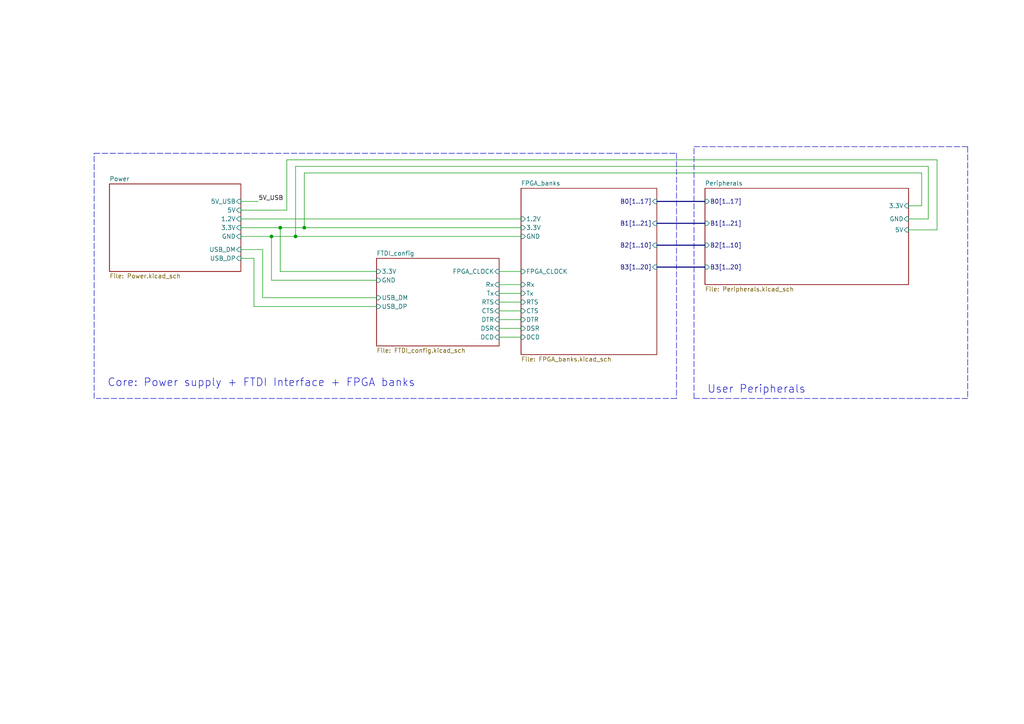
<source format=kicad_sch>
(kicad_sch (version 20231120) (generator "eeschema") (generator_version "8.0")
  (paper "A4")
  (title_block (title "EDU-FPGA") (date "2020-05-07") (rev "1.2") (company "UTN - Facultad Regional Haedo - Grupo ASE"))
  (junction (at 864.87 142.24))
  (junction (at 556.895 405.765))
  (junction (at 727.71 67.31))
  (junction (at 712.47 39.37))
  (junction (at 553.72 563.88))
  (junction (at 481.33 99.06))
  (junction (at 717.55 39.37))
  (junction (at 745.49 49.53))
  (junction (at 608.33 514.35))
  (junction (at 679.45 39.37))
  (junction (at 469.265 405.765))
  (junction (at 709.93 190.5))
  (junction (at 890.27 31.75))
  (junction (at 85.725 68.58))
  (junction (at 453.39 99.06))
  (junction (at 741.68 433.07))
  (junction (at 690.88 48.26))
  (junction (at 588.01 591.82))
  (junction (at 508.635 405.765))
  (junction (at 541.655 405.765))
  (junction (at 563.88 80.01))
  (junction (at 541.655 418.465))
  (junction (at 553.72 548.64))
  (junction (at 636.905 408.305))
  (junction (at 745.49 38.1))
  (junction (at 441.96 99.06))
  (junction (at 944.88 414.02))
  (junction (at 514.35 519.43))
  (junction (at 408.94 416.56))
  (junction (at 684.53 132.08))
  (junction (at 604.52 80.01))
  (junction (at 753.11 49.53))
  (junction (at 889.635 105.41))
  (junction (at 937.26 425.45))
  (junction (at 430.53 80.01))
  (junction (at 720.09 190.5))
  (junction (at 579.12 80.01))
  (junction (at 858.52 447.675))
  (junction (at 668.02 31.75))
  (junction (at 520.7 548.64))
  (junction (at 415.29 524.51))
  (junction (at 453.39 80.01))
  (junction (at 712.47 48.26))
  (junction (at 520.7 560.07))
  (junction (at 521.97 80.01))
  (junction (at 883.92 82.55))
  (junction (at 715.01 190.5))
  (junction (at 577.85 591.82))
  (junction (at 725.17 190.5))
  (junction (at 481.33 80.01))
  (junction (at 871.22 120.65))
  (junction (at 881.38 146.05))
  (junction (at 868.68 99.06))
  (junction (at 508.635 391.795))
  (junction (at 588.01 599.44))
  (junction (at 723.9 39.37))
  (junction (at 517.525 405.765))
  (junction (at 845.82 97.79))
  (junction (at 406.4 416.56))
  (junction (at 493.395 405.765))
  (junction (at 774.7 38.1))
  (junction (at 436.88 80.01))
  (junction (at 561.34 588.01))
  (junction (at 445.77 80.01))
  (junction (at 740.41 38.1))
  (junction (at 436.88 519.43))
  (junction (at 868.68 123.19))
  (junction (at 577.85 588.01))
  (junction (at 476.25 80.01))
  (junction (at 419.1 514.35))
  (junction (at 608.33 516.89))
  (junction (at 717.55 67.31))
  (junction (at 916.94 46.99))
  (junction (at 370.84 99.06))
  (junction (at 847.09 38.1))
  (junction (at 608.33 524.51))
  (junction (at 944.88 416.56))
  (junction (at 608.33 527.05))
  (junction (at 500.38 99.06))
  (junction (at 561.34 591.82))
  (junction (at 727.71 190.5))
  (junction (at 394.97 80.01))
  (junction (at 864.87 134.62))
  (junction (at 690.88 39.37))
  (junction (at 688.34 82.55))
  (junction (at 608.33 521.97))
  (junction (at 532.765 418.465))
  (junction (at 396.24 509.27))
  (junction (at 892.81 146.05))
  (junction (at 779.78 48.26))
  (junction (at 730.25 67.31))
  (junction (at 568.96 99.06))
  (junction (at 835.66 90.17))
  (junction (at 523.24 538.48))
  (junction (at 476.25 538.48))
  (junction (at 873.125 437.515))
  (junction (at 493.395 391.795))
  (junction (at 537.21 80.01))
  (junction (at 412.75 99.06))
  (junction (at 466.09 506.73))
  (junction (at 401.32 509.27))
  (junction (at 533.4 524.51))
  (junction (at 484.505 418.465))
  (junction (at 405.13 80.01))
  (junction (at 476.25 509.27))
  (junction (at 886.46 157.48))
  (junction (at 580.39 560.07))
  (junction (at 715.01 67.31))
  (junction (at 684.53 82.55))
  (junction (at 524.51 548.64))
  (junction (at 485.14 538.48))
  (junction (at 500.38 538.48))
  (junction (at 608.33 532.13))
  (junction (at 684.53 39.37))
  (junction (at 833.12 90.17))
  (junction (at 866.14 120.65))
  (junction (at 924.56 425.45))
  (junction (at 989.33 424.815))
  (junction (at 370.84 96.52))
  (junction (at 553.72 99.06))
  (junction (at 873.76 82.55))
  (junction (at 532.765 405.765))
  (junction (at 487.68 99.06))
  (junction (at 863.6 118.11))
  (junction (at 608.33 519.43))
  (junction (at 495.3 80.01))
  (junction (at 509.27 80.01))
  (junction (at 712.47 190.5))
  (junction (at 523.24 521.97))
  (junction (at 433.07 519.43))
  (junction (at 433.07 529.59))
  (junction (at 514.35 538.48))
  (junction (at 576.58 548.64))
  (junction (at 588.01 580.39))
  (junction (at 517.525 391.795))
  (junction (at 430.53 99.06))
  (junction (at 887.73 110.49))
  (junction (at 681.99 146.05))
  (junction (at 412.75 80.01))
  (junction (at 596.9 80.01))
  (junction (at 525.78 99.06))
  (junction (at 506.73 80.01))
  (junction (at 580.39 548.64))
  (junction (at 753.11 38.1))
  (junction (at 397.51 519.43))
  (junction (at 588.01 588.01))
  (junction (at 608.33 534.67))
  (junction (at 450.85 532.13))
  (junction (at 687.07 143.51))
  (junction (at 544.83 546.1))
  (junction (at 902.97 48.26))
  (junction (at 448.31 80.01))
  (junction (at 484.505 405.765))
  (junction (at 415.29 514.35))
  (junction (at 447.04 532.13))
  (junction (at 537.21 99.06))
  (junction (at 717.55 190.5))
  (junction (at 393.7 99.06))
  (junction (at 996.95 415.925))
  (junction (at 397.51 509.27))
  (junction (at 525.78 80.01))
  (junction (at 544.83 563.88))
  (junction (at 749.3 49.53))
  (junction (at 835.66 46.99))
  (junction (at 701.04 48.26))
  (junction (at 401.32 416.56))
  (junction (at 976.63 424.815))
  (junction (at 609.6 80.01))
  (junction (at 447.04 542.29))
  (junction (at 535.94 548.64))
  (junction (at 881.38 82.55))
  (junction (at 78.74 68.58))
  (junction (at 485.14 511.81))
  (junction (at 405.13 99.06))
  (junction (at 608.33 529.59))
  (junction (at 779.78 38.1))
  (junction (at 911.86 425.45))
  (junction (at 495.3 538.48))
  (junction (at 455.93 524.51))
  (junction (at 504.825 418.465))
  (junction (at 508.635 418.465))
  (junction (at 722.63 190.5))
  (junction (at 464.82 99.06))
  (junction (at 873.125 445.135))
  (junction (at 502.285 391.795))
  (junction (at 493.395 418.465))
  (junction (at 505.46 538.48))
  (junction (at 517.525 418.465))
  (junction (at 847.09 53.34))
  (junction (at 88.265 66.04))
  (junction (at 881.38 113.03))
  (junction (at 511.81 99.06))
  (junction (at 441.96 80.01))
  (junction (at 996.95 413.385))
  (junction (at 873.125 432.435))
  (junction (at 370.84 93.98))
  (junction (at 495.3 514.35))
  (junction (at 887.73 91.44))
  (junction (at 861.06 115.57))
  (junction (at 568.96 80.01))
  (junction (at 562.61 547.37))
  (junction (at 728.98 67.31))
  (junction (at 505.46 516.89))
  (junction (at 81.28 66.04))
  (junction (at 704.85 190.5))
  (junction (at 400.05 509.27))
  (no_connect (at 750.57 113.03))
  (no_connect (at 541.655 324.485))
  (no_connect (at 750.57 140.97))
  (no_connect (at 483.235 322.58))
  (no_connect (at 541.655 332.105))
  (no_connect (at 541.655 337.185))
  (no_connect (at 750.57 100.33))
  (no_connect (at 750.57 171.45))
  (no_connect (at 407.67 305.435))
  (no_connect (at 750.57 118.11))
  (no_connect (at 618.49 347.98))
  (no_connect (at 483.235 320.04))
  (no_connect (at 750.57 158.75))
  (no_connect (at 892.81 107.95))
  (no_connect (at 541.655 319.405))
  (no_connect (at 541.655 327.025))
  (no_connect (at 750.57 151.13))
  (no_connect (at 483.235 299.72))
  (no_connect (at 618.49 345.44))
  (no_connect (at 407.67 300.355))
  (no_connect (at 541.655 334.645))
  (no_connect (at 407.67 313.055))
  (no_connect (at 750.57 102.87))
  (no_connect (at 407.67 295.275))
  (no_connect (at 689.61 166.37))
  (no_connect (at 483.235 294.64))
  (no_connect (at 750.57 107.95))
  (no_connect (at 759.46 427.99))
  (no_connect (at 483.235 327.66))
  (no_connect (at 750.57 163.83))
  (no_connect (at 750.57 153.67))
  (no_connect (at 750.57 115.57))
  (no_connect (at 483.235 350.52))
  (no_connect (at 483.235 297.18))
  (no_connect (at 750.57 110.49))
  (no_connect (at 750.57 148.59))
  (no_connect (at 407.67 287.655))
  (no_connect (at 750.57 156.21))
  (no_connect (at 483.235 330.2))
  (no_connect (at 750.57 85.09))
  (no_connect (at 407.67 302.895))
  (no_connect (at 541.655 342.265))
  (no_connect (at 483.235 292.1))
  (no_connect (at 618.49 350.52))
  (no_connect (at 483.235 325.12))
  (no_connect (at 541.655 339.725))
  (no_connect (at 541.655 316.865))
  (no_connect (at 750.57 146.05))
  (no_connect (at 483.235 347.98))
  (no_connect (at 407.67 297.815))
  (no_connect (at 541.655 329.565))
  (no_connect (at 407.67 290.195))
  (no_connect (at 750.57 105.41))
  (no_connect (at 407.67 292.735))
  (no_connect (at 618.49 353.06))
  (no_connect (at 407.67 307.975))
  (no_connect (at 483.235 289.56))
  (no_connect (at 750.57 161.29))
  (no_connect (at 750.57 90.17))
  (no_connect (at 541.655 321.945))
  (no_connect (at 855.345 434.975))
  (no_connect (at 407.67 310.515))
  (bus_entry (at 431.8 346.075) (size 2.54 -2.54))
  (bus_entry (at 431.8 325.755) (size 2.54 -2.54))
  (bus_entry (at 455.295 314.96) (size 2.54 2.54))
  (bus_entry (at 789.94 396.24) (size 2.54 -2.54))
  (bus_entry (at 815.34 464.82) (size 2.54 2.54))
  (bus_entry (at 590.55 322.58) (size 2.54 2.54))
  (bus_entry (at 431.8 340.995) (size 2.54 -2.54))
  (bus_entry (at 789.94 401.32) (size 2.54 -2.54))
  (bus_entry (at 881.38 433.07) (size 2.54 2.54))
  (bus_entry (at 455.295 332.74) (size 2.54 2.54))
  (bus_entry (at 590.55 337.82) (size 2.54 2.54))
  (bus_entry (at 881.38 410.21) (size 2.54 2.54))
  (bus_entry (at 431.8 320.675) (size 2.54 -2.54))
  (bus_entry (at 431.8 330.835) (size 2.54 -2.54))
  (bus_entry (at 590.55 309.88) (size 2.54 2.54))
  (bus_entry (at 590.55 340.36) (size 2.54 2.54))
  (bus_entry (at 431.8 333.375) (size 2.54 -2.54))
  (bus_entry (at 431.8 348.615) (size 2.54 -2.54))
  (bus_entry (at 590.55 314.96) (size 2.54 2.54))
  (bus_entry (at 815.34 414.02) (size 2.54 2.54))
  (bus_entry (at 590.55 320.04) (size 2.54 2.54))
  (bus_entry (at 431.8 335.915) (size 2.54 -2.54))
  (bus_entry (at 455.295 299.72) (size 2.54 2.54))
  (bus_entry (at 431.8 353.695) (size 2.54 -2.54))
  (bus_entry (at 431.8 315.595) (size 2.54 -2.54))
  (bus_entry (at 431.8 351.155) (size 2.54 -2.54))
  (bus_entry (at 881.38 440.69) (size 2.54 2.54))
  (bus_entry (at 881.38 417.83) (size 2.54 2.54))
  (bus_entry (at 789.94 447.04) (size 2.54 -2.54))
  (bus_entry (at 455.295 304.8) (size 2.54 2.54))
  (bus_entry (at 590.55 312.42) (size 2.54 2.54))
  (bus_entry (at 590.55 304.8) (size 2.54 2.54))
  (bus_entry (at 590.55 302.26) (size 2.54 2.54))
  (bus_entry (at 590.55 317.5) (size 2.54 2.54))
  (bus_entry (at 455.295 358.14) (size 2.54 2.54))
  (bus_entry (at 789.94 419.1) (size 2.54 -2.54))
  (bus_entry (at 567.055 314.325) (size 2.54 -2.54))
  (bus_entry (at 789.94 398.78) (size 2.54 -2.54))
  (bus_entry (at 881.38 405.13) (size 2.54 2.54))
  (bus_entry (at 789.94 416.56) (size 2.54 -2.54))
  (bus_entry (at 455.295 307.34) (size 2.54 2.54))
  (bus_entry (at 881.38 438.15) (size 2.54 2.54))
  (bus_entry (at 881.38 443.23) (size 2.54 2.54))
  (bus_entry (at 590.55 325.12) (size 2.54 2.54))
  (bus_entry (at 881.38 435.61) (size 2.54 2.54))
  (bus_entry (at 881.38 422.91) (size 2.54 2.54))
  (bus_entry (at 815.34 467.36) (size 2.54 2.54))
  (bus_entry (at 431.8 338.455) (size 2.54 -2.54))
  (bus_entry (at 431.8 323.215) (size 2.54 -2.54))
  (bus_entry (at 455.295 302.26) (size 2.54 2.54))
  (bus_entry (at 789.94 444.5) (size 2.54 -2.54))
  (bus_entry (at 815.34 462.28) (size 2.54 2.54))
  (bus_entry (at 815.34 449.58) (size 2.54 2.54))
  (bus_entry (at 455.295 340.36) (size 2.54 2.54))
  (bus_entry (at 455.295 350.52) (size 2.54 2.54))
  (bus_entry (at 789.94 436.88) (size 2.54 -2.54))
  (bus_entry (at 789.94 414.02) (size 2.54 -2.54))
  (bus_entry (at 815.34 459.74) (size 2.54 2.54))
  (bus_entry (at 815.34 441.96) (size 2.54 2.54))
  (bus_entry (at 848.36 397.51) (size 2.54 -2.54))
  (bus_entry (at 431.8 328.295) (size 2.54 -2.54))
  (bus_entry (at 789.94 411.48) (size 2.54 -2.54))
  (bus_entry (at 815.34 419.1) (size 2.54 2.54))
  (bus_entry (at 590.55 332.74) (size 2.54 2.54))
  (bus_entry (at 815.34 421.64) (size 2.54 2.54))
  (bus_entry (at 815.34 416.56) (size 2.54 2.54))
  (bus_entry (at 455.295 337.82) (size 2.54 2.54))
  (bus_entry (at 881.38 420.37) (size 2.54 2.54))
  (bus_entry (at 881.38 430.53) (size 2.54 2.54))
  (bus_entry (at 815.34 408.94) (size 2.54 2.54))
  (bus_entry (at 881.38 427.99) (size 2.54 2.54))
  (bus_entry (at 590.55 307.34) (size 2.54 2.54))
  (bus_entry (at 881.38 415.29) (size 2.54 2.54))
  (bus_entry (at 881.38 412.75) (size 2.54 2.54))
  (bus_entry (at 789.94 441.96) (size 2.54 -2.54))
  (bus_entry (at 431.8 318.135) (size 2.54 -2.54))
  (bus_entry (at 455.295 342.9) (size 2.54 2.54))
  (bus_entry (at 455.295 312.42) (size 2.54 2.54))
  (bus_entry (at 590.55 327.66) (size 2.54 2.54))
  (bus_entry (at 431.8 343.535) (size 2.54 -2.54))
  (bus_entry (at 590.55 330.2) (size 2.54 2.54))
  (bus_entry (at 815.34 447.04) (size 2.54 2.54))
  (bus_entry (at 455.295 355.6) (size 2.54 2.54))
  (bus_entry (at 789.94 403.86) (size 2.54 -2.54))
  (bus_entry (at 815.34 444.5) (size 2.54 2.54))
  (bus_entry (at 815.34 452.12) (size 2.54 2.54))
  (bus_entry (at 789.94 408.94) (size 2.54 -2.54))
  (bus_entry (at 590.55 335.28) (size 2.54 2.54))
  (bus_entry (at 789.94 439.42) (size 2.54 -2.54))
  (bus_entry (at 815.34 411.48) (size 2.54 2.54))
  (bus_entry (at 815.34 424.18) (size 2.54 2.54))
  (bus_entry (at 881.38 407.67) (size 2.54 2.54))
  (bus_entry (at 789.94 421.64) (size 2.54 -2.54))
  (bus_entry (at 789.94 406.4) (size 2.54 -2.54))
  (bus_entry (at 455.295 335.28) (size 2.54 2.54))
  (bus_entry (at 455.295 309.88) (size 2.54 2.54))
  (bus_entry (at 455.295 353.06) (size 2.54 2.54))
  (bus_entry (at 881.38 425.45) (size 2.54 2.54))
  (bus (pts (xy 590.55 302.26) (xy 590.55 304.8)))
  (bus (pts (xy 815.34 408.94) (xy 815.34 411.48)))
  (wire (pts (xy 937.26 425.45) (xy 924.56 425.45)))
  (wire (pts (xy 525.78 92.71) (xy 525.78 99.06)))
  (wire (pts (xy 426.72 80.01) (xy 430.53 80.01)))
  (polyline (pts (xy 791.21 49.53) (xy 768.35 49.53)) (stroke (width 0) (type dash)))
  (wire (pts (xy 436.88 529.59) (xy 433.07 529.59)))
  (wire (pts (xy 749.3 49.53) (xy 753.11 49.53)))
  (wire (pts (xy 407.67 318.135) (xy 431.8 318.135)))
  (wire (pts (xy 933.45 406.4) (xy 932.18 406.4)))
  (wire (pts (xy 861.06 99.06) (xy 861.06 115.57)))
  (wire (pts (xy 817.88 416.56) (xy 824.23 416.56)))
  (wire (pts (xy 541.655 349.885) (xy 549.275 349.885)))
  (wire (pts (xy 892.81 113.03) (xy 881.38 113.03)))
  (wire (pts (xy 770.89 48.26) (xy 779.78 48.26)))
  (wire (pts (xy 516.89 548.64) (xy 520.7 548.64)))
  (wire (pts (xy 500.38 99.06) (xy 511.81 99.06)))
  (wire (pts (xy 809.625 46.99) (xy 809.625 37.465)))
  (wire (pts (xy 679.45 39.37) (xy 684.53 39.37)))
  (wire (pts (xy 744.855 452.12) (xy 746.76 452.12)))
  (wire (pts (xy 588.01 591.82) (xy 577.85 591.82)))
  (wire (pts (xy 836.93 46.99) (xy 835.66 46.99)))
  (wire (pts (xy 411.48 514.35) (xy 415.29 514.35)))
  (wire (pts (xy 919.48 31.75) (xy 890.27 31.75)))
  (wire (pts (xy 495.3 538.48) (xy 500.38 538.48)))
  (bus (pts (xy 815.34 411.48) (xy 815.34 414.02)))
  (bus (pts (xy 815.34 416.56) (xy 815.34 419.1)))
  (wire (pts (xy 916.94 46.99) (xy 916.94 45.72)))
  (polyline (pts (xy 803.91 31.75) (xy 803.91 59.69)) (stroke (width 0) (type dash)))
  (wire (pts (xy 430.53 72.39) (xy 430.53 80.01)))
  (wire (pts (xy 85.725 48.26) (xy 269.24 48.26)))
  (wire (pts (xy 443.23 542.29) (xy 447.04 542.29)))
  (wire (pts (xy 873.125 431.8) (xy 873.125 432.435)))
  (wire (pts (xy 881.38 146.05) (xy 892.81 146.05)))
  (bus (pts (xy 455.295 332.74) (xy 455.295 335.28)))
  (polyline (pts (xy 734.06 36.83) (xy 763.27 36.83)) (stroke (width 0) (type dash)))
  (bus (pts (xy 815.34 414.02) (xy 815.34 416.56)))
  (bus (pts (xy 434.34 338.455) (xy 434.34 340.995)))
  (wire (pts (xy 523.24 537.21) (xy 523.24 538.48)))
  (wire (pts (xy 836.93 44.45) (xy 835.66 44.45)))
  (wire (pts (xy 913.13 57.15) (xy 916.94 57.15)))
  (wire (pts (xy 495.3 514.35) (xy 495.3 529.59)))
  (wire (pts (xy 563.88 529.59) (xy 544.83 529.59)))
  (polyline (pts (xy 560.705 365.76) (xy 546.1 365.76)) (stroke (width 0) (type dash)))
  (wire (pts (xy 902.97 48.26) (xy 905.51 48.26)))
  (bus (pts (xy 434.34 340.995) (xy 434.34 343.535)))
  (wire (pts (xy 144.78 85.09) (xy 151.13 85.09)))
  (bus (pts (xy 590.55 325.12) (xy 590.55 327.66)))
  (wire (pts (xy 394.97 88.9) (xy 394.97 80.01)))
  (wire (pts (xy 457.835 337.82) (xy 483.235 337.82)))
  (wire (pts (xy 370.84 93.98) (xy 370.84 96.52)))
  (wire (pts (xy 674.37 143.51) (xy 687.07 143.51)))
  (wire (pts (xy 740.41 38.1) (xy 745.49 38.1)))
  (wire (pts (xy 483.87 80.01) (xy 481.33 80.01)))
  (wire (pts (xy 817.88 449.58) (xy 824.23 449.58)))
  (wire (pts (xy 593.09 327.66) (xy 618.49 327.66)))
  (wire (pts (xy 401.32 519.43) (xy 397.51 519.43)))
  (wire (pts (xy 759.46 447.04) (xy 761.365 447.04)))
  (wire (pts (xy 866.14 87.63) (xy 866.14 91.44)))
  (bus (pts (xy 590.55 322.58) (xy 590.55 325.12)))
  (wire (pts (xy 892.81 157.48) (xy 886.46 157.48)))
  (wire (pts (xy 759.46 425.45) (xy 772.16 425.45)))
  (bus (pts (xy 881.38 392.43) (xy 891.54 392.43)))
  (wire (pts (xy 717.55 181.61) (xy 717.55 190.5)))
  (wire (pts (xy 430.53 80.01) (xy 430.53 85.09)))
  (wire (pts (xy 593.09 309.88) (xy 618.49 309.88)))
  (wire (pts (xy 466.09 506.73) (xy 466.09 529.59)))
  (bus (pts (xy 455.295 304.8) (xy 455.295 307.34)))
  (wire (pts (xy 595.63 580.39) (xy 588.01 580.39)))
  (wire (pts (xy 883.92 417.83) (xy 891.54 417.83)))
  (wire (pts (xy 875.03 45.72) (xy 875.03 31.75)))
  (wire (pts (xy 722.63 181.61) (xy 722.63 190.5)))
  (wire (pts (xy 88.265 50.165) (xy 267.335 50.165)))
  (wire (pts (xy 504.825 418.465) (xy 493.395 418.465)))
  (wire (pts (xy 761.365 420.37) (xy 759.46 420.37)))
  (wire (pts (xy 393.7 516.89) (xy 393.7 519.43)))
  (wire (pts (xy 484.505 418.465) (xy 493.395 418.465)))
  (wire (pts (xy 393.7 96.52) (xy 393.7 99.06)))
  (wire (pts (xy 883.92 435.61) (xy 891.54 435.61)))
  (wire (pts (xy 864.87 142.24) (xy 864.87 146.05)))
  (wire (pts (xy 722.63 190.5) (xy 720.09 190.5)))
  (wire (pts (xy 584.2 548.64) (xy 584.2 549.91)))
  (bus (pts (xy 792.48 401.32) (xy 792.48 403.86)))
  (polyline (pts (xy 546.1 343.535) (xy 560.705 343.535)) (stroke (width 0) (type dash)))
  (wire (pts (xy 393.7 519.43) (xy 397.51 519.43)))
  (wire (pts (xy 817.88 414.02) (xy 824.23 414.02)))
  (wire (pts (xy 577.85 599.44) (xy 588.01 599.44)))
  (wire (pts (xy 433.07 519.43) (xy 436.88 519.43)))
  (wire (pts (xy 407.67 320.675) (xy 431.8 320.675)))
  (wire (pts (xy 457.835 314.96) (xy 483.235 314.96)))
  (wire (pts (xy 889.635 105.41) (xy 883.92 105.41)))
  (wire (pts (xy 725.17 181.61) (xy 725.17 190.5)))
  (wire (pts (xy 989.33 410.845) (xy 989.33 424.815)))
  (wire (pts (xy 429.26 527.05) (xy 429.26 529.59)))
  (wire (pts (xy 855.345 445.135) (xy 873.125 445.135)))
  (wire (pts (xy 761.365 430.53) (xy 759.46 430.53)))
  (wire (pts (xy 563.88 521.97) (xy 523.24 521.97)))
  (wire (pts (xy 502.285 422.275) (xy 504.825 422.275)))
  (wire (pts (xy 401.32 509.27) (xy 476.25 509.27)))
  (wire (pts (xy 717.55 39.37) (xy 723.9 39.37)))
  (wire (pts (xy 499.745 389.255) (xy 502.285 389.255)))
  (bus (pts (xy 590.55 314.96) (xy 590.55 317.5)))
  (wire (pts (xy 561.34 591.82) (xy 561.34 588.01)))
  (wire (pts (xy 407.67 343.535) (xy 431.8 343.535)))
  (wire (pts (xy 687.07 143.51) (xy 689.61 143.51)))
  (wire (pts (xy 864.87 142.24) (xy 864.87 134.62)))
  (polyline (pts (xy 585.47 93.98) (xy 576.58 93.98)) (stroke (width 0) (type dash)))
  (bus (pts (xy 881.38 422.91) (xy 881.38 425.45)))
  (wire (pts (xy 745.49 46.99) (xy 745.49 49.53)))
  (bus (pts (xy 434.34 330.835) (xy 434.34 333.375)))
  (wire (pts (xy 817.88 444.5) (xy 824.23 444.5)))
  (wire (pts (xy 618.49 360.68) (xy 615.95 360.68)))
  (polyline (pts (xy 477.52 541.02) (xy 477.52 537.21)) (stroke (width 0) (type dash)))
  (wire (pts (xy 447.04 532.13) (xy 450.85 532.13)))
  (wire (pts (xy 611.505 294.64) (xy 618.49 294.64)))
  (wire (pts (xy 457.835 317.5) (xy 483.235 317.5)))
  (bus (pts (xy 434.34 315.595) (xy 434.34 318.135)))
  (wire (pts (xy 901.7 91.44) (xy 908.05 91.44)))
  (wire (pts (xy 744.855 447.04) (xy 746.76 447.04)))
  (wire (pts (xy 684.53 77.47) (xy 689.61 77.47)))
  (wire (pts (xy 744.855 427.99) (xy 746.76 427.99)))
  (wire (pts (xy 892.81 105.41) (xy 889.635 105.41)))
  (wire (pts (xy 408.94 402.59) (xy 408.94 405.13)))
  (bus (pts (xy 590.55 307.34) (xy 590.55 309.88)))
  (bus (pts (xy 455.295 353.06) (xy 455.295 355.6)))
  (wire (pts (xy 689.61 146.05) (xy 681.99 146.05)))
  (wire (pts (xy 577.85 580.39) (xy 588.01 580.39)))
  (wire (pts (xy 996.95 415.925) (xy 996.95 413.385)))
  (polyline (pts (xy 553.72 62.23) (xy 553.72 72.39)) (stroke (width 0) (type dash)))
  (wire (pts (xy 502.285 389.255) (xy 502.285 391.795)))
  (bus (pts (xy 792.48 406.4) (xy 792.48 408.94)))
  (wire (pts (xy 401.32 416.56) (xy 406.4 416.56)))
  (bus (pts (xy 815.34 447.04) (xy 815.34 449.58)))
  (polyline (pts (xy 858.52 100.33) (xy 858.52 91.44)) (stroke (width 0) (type dash)))
  (polyline (pts (xy 734.06 50.8) (xy 734.06 36.83)) (stroke (width 0) (type dash)))
  (wire (pts (xy 431.8 325.755) (xy 407.67 325.755)))
  (wire (pts (xy 967.74 408.305) (xy 969.01 408.305)))
  (wire (pts (xy 405.13 99.06) (xy 412.75 99.06)))
  (wire (pts (xy 81.28 78.74) (xy 81.28 66.04)))
  (wire (pts (xy 863.6 118.11) (xy 892.81 118.11)))
  (polyline (pts (xy 585.47 85.09) (xy 585.47 93.98)) (stroke (width 0) (type dash)))
  (wire (pts (xy 871.22 106.68) (xy 871.22 105.41)))
  (wire (pts (xy 593.09 317.5) (xy 618.49 317.5)))
  (bus (pts (xy 590.55 330.2) (xy 590.55 332.74)))
  (wire (pts (xy 744.855 459.74) (xy 746.76 459.74)))
  (wire (pts (xy 857.25 53.34) (xy 847.09 53.34)))
  (wire (pts (xy 419.1 511.81) (xy 419.1 514.35)))
  (wire (pts (xy 866.14 120.65) (xy 871.22 120.65)))
  (polyline (pts (xy 565.15 579.12) (xy 600.71 579.12)) (stroke (width 0) (type dash)))
  (wire (pts (xy 514.35 519.43) (xy 514.35 529.59)))
  (bus (pts (xy 792.48 436.88) (xy 792.48 439.42)))
  (bus (pts (xy 881.38 430.53) (xy 881.38 433.07)))
  (wire (pts (xy 372.11 91.44) (xy 370.84 91.44)))
  (wire (pts (xy 883.92 440.69) (xy 891.54 440.69)))
  (bus (pts (xy 455.295 312.42) (xy 455.295 314.96)))
  (wire (pts (xy 391.16 80.01) (xy 394.97 80.01)))
  (wire (pts (xy 481.33 99.06) (xy 487.68 99.06)))
  (wire (pts (xy 690.88 48.26) (xy 701.04 48.26)))
  (wire (pts (xy 720.09 67.31) (xy 720.09 69.85)))
  (wire (pts (xy 372.11 96.52) (xy 370.84 96.52)))
  (wire (pts (xy 636.905 410.845) (xy 636.905 412.115)))
  (wire (pts (xy 753.11 46.99) (xy 753.11 49.53)))
  (bus (pts (xy 815.34 459.74) (xy 815.34 462.28)))
  (wire (pts (xy 881.38 82.55) (xy 883.92 82.55)))
  (wire (pts (xy 618.49 299.72) (xy 611.505 299.72)))
  (wire (pts (xy 563.88 514.35) (xy 495.3 514.35)))
  (wire (pts (xy 848.36 142.24) (xy 849.63 142.24)))
  (wire (pts (xy 883.92 430.53) (xy 891.54 430.53)))
  (wire (pts (xy 535.94 548.64) (xy 524.51 548.64)))
  (polyline (pts (xy 422.91 408.94) (xy 422.91 400.05)) (stroke (width 0) (type dash)))
  (wire (pts (xy 744.855 444.5) (xy 746.76 444.5)))
  (wire (pts (xy 562.61 563.88) (xy 553.72 563.88)))
  (wire (pts (xy 541.655 360.045) (xy 549.275 360.045)))
  (wire (pts (xy 687.07 115.57) (xy 687.07 121.92)))
  (wire (pts (xy 817.88 462.28) (xy 824.23 462.28)))
  (wire (pts (xy 455.93 524.51) (xy 450.85 524.51)))
  (wire (pts (xy 761.365 444.5) (xy 759.46 444.5)))
  (bus (pts (xy 815.34 392.43) (xy 824.23 392.43)))
  (wire (pts (xy 593.09 325.12) (xy 618.49 325.12)))
  (wire (pts (xy 630.555 405.765) (xy 630.555 404.495)))
  (wire (pts (xy 472.44 80.01) (xy 476.25 80.01)))
  (wire (pts (xy 441.96 86.36) (xy 441.96 80.01)))
  (wire (pts (xy 537.21 91.44) (xy 537.21 99.06)))
  (wire (pts (xy 372.11 93.98) (xy 370.84 93.98)))
  (wire (pts (xy 759.46 125.73) (xy 750.57 125.73)))
  (wire (pts (xy 469.265 418.465) (xy 484.505 418.465)))
  (wire (pts (xy 868.68 99.06) (xy 868.68 123.19)))
  (wire (pts (xy 431.8 353.695) (xy 407.67 353.695)))
  (bus (pts (xy 455.295 337.82) (xy 455.295 340.36)))
  (wire (pts (xy 933.45 401.32) (xy 932.18 401.32)))
  (wire (pts (xy 744.855 425.45) (xy 746.76 425.45)))
  (wire (pts (xy 708.66 39.37) (xy 712.47 39.37)))
  (wire (pts (xy 608.33 529.59) (xy 608.33 532.13)))
  (wire (pts (xy 902.97 57.15) (xy 905.51 57.15)))
  (wire (pts (xy 678.18 119.38) (xy 678.18 121.92)))
  (wire (pts (xy 436.88 516.89) (xy 505.46 516.89)))
  (wire (pts (xy 881.38 83.82) (xy 881.38 82.55)))
  (polyline (pts (xy 457.835 431.165) (xy 381 431.165)) (stroke (width 0) (type dash)))
  (wire (pts (xy 505.46 537.21) (xy 505.46 538.48)))
  (wire (pts (xy 744.855 462.28) (xy 746.76 462.28)))
  (bus (pts (xy 590.55 304.8) (xy 590.55 307.34)))
  (wire (pts (xy 516.89 557.53) (xy 516.89 560.07)))
  (wire (pts (xy 684.53 132.08) (xy 687.07 132.08)))
  (bus (pts (xy 434.34 351.155) (xy 434.34 354.965)))
  (wire (pts (xy 984.25 408.305) (xy 985.52 408.305)))
  (wire (pts (xy 679.45 48.26) (xy 690.88 48.26)))
  (wire (pts (xy 504.825 422.275) (xy 504.825 418.465)))
  (wire (pts (xy 759.46 138.43) (xy 750.57 138.43)))
  (wire (pts (xy 852.17 110.49) (xy 852.17 123.19)))
  (polyline (pts (xy 456.565 389.89) (xy 456.565 396.24)) (stroke (width 0) (type dash)))
  (wire (pts (xy 760.73 49.53) (xy 760.73 46.99)))
  (wire (pts (xy 553.72 563.88) (xy 553.72 565.15)))
  (wire (pts (xy 883.92 420.37) (xy 891.54 420.37)))
  (bus (pts (xy 455.295 309.88) (xy 455.295 312.42)))
  (wire (pts (xy 967.74 400.685) (xy 969.01 400.685)))
  (wire (pts (xy 715.01 69.85) (xy 715.01 67.31)))
  (wire (pts (xy 761.365 410.21) (xy 759.46 410.21)))
  (wire (pts (xy 873.76 91.44) (xy 873.76 99.06)))
  (wire (pts (xy 732.79 67.31) (xy 732.79 69.85)))
  (wire (pts (xy 484.505 418.465) (xy 484.505 414.655)))
  (bus (pts (xy 590.55 340.36) (xy 590.55 363.22)))
  (wire (pts (xy 684.53 93.98) (xy 684.53 91.44)))
  (bus (pts (xy 850.9 393.7) (xy 859.79 393.7)))
  (wire (pts (xy 469.265 396.875) (xy 469.265 391.795)))
  (wire (pts (xy 453.39 99.06) (xy 464.82 99.06)))
  (wire (pts (xy 720.09 181.61) (xy 720.09 190.5)))
  (wire (pts (xy 541.655 314.325) (xy 567.055 314.325)))
  (polyline (pts (xy 566.42 380.365) (xy 566.42 431.165)) (stroke (width 0) (type dash)))
  (wire (pts (xy 553.72 87.63) (xy 553.72 99.06)))
  (wire (pts (xy 855.345 450.215) (xy 858.52 450.215)))
  (wire (pts (xy 759.46 457.2) (xy 761.365 457.2)))
  (wire (pts (xy 944.88 416.56) (xy 944.88 414.02)))
  (wire (pts (xy 562.61 547.37) (xy 562.61 553.72)))
  (wire (pts (xy 473.075 405.765) (xy 469.265 405.765)))
  (wire (pts (xy 687.07 105.41) (xy 689.61 105.41)))
  (wire (pts (xy 835.66 97.79) (xy 845.82 97.79)))
  (wire (pts (xy 455.93 521.97) (xy 455.93 524.51)))
  (wire (pts (xy 746.76 433.07) (xy 741.68 433.07)))
  (wire (pts (xy 593.09 342.9) (xy 618.49 342.9)))
  (wire (pts (xy 495.3 78.74) (xy 495.3 80.01)))
  (wire (pts (xy 984.25 410.845) (xy 989.33 410.845)))
  (wire (pts (xy 855.345 452.755) (xy 873.125 452.755)))
  (wire (pts (xy 720.09 190.5) (xy 717.55 190.5)))
  (wire (pts (xy 457.835 335.28) (xy 483.235 335.28)))
  (bus (pts (xy 455.295 299.72) (xy 455.295 302.26)))
  (wire (pts (xy 445.77 78.74) (xy 445.77 80.01)))
  (wire (pts (xy 466.09 538.48) (xy 466.09 537.21)))
  (wire (pts (xy 728.98 63.5) (xy 728.98 67.31)))
  (wire (pts (xy 541.655 352.425) (xy 549.275 352.425)))
  (wire (pts (xy 877.57 43.18) (xy 880.11 43.18)))
  (wire (pts (xy 681.99 133.35) (xy 681.99 132.08)))
  (wire (pts (xy 537.21 99.06) (xy 553.72 99.06)))
  (wire (pts (xy 967.74 403.225) (xy 969.01 403.225)))
  (wire (pts (xy 887.73 91.44) (xy 894.08 91.44)))
  (wire (pts (xy 770.89 441.96) (xy 789.94 441.96)))
  (wire (pts (xy 770.89 39.37) (xy 770.89 38.1)))
  (wire (pts (xy 873.125 452.755) (xy 873.125 445.135)))
  (wire (pts (xy 447.04 530.86) (xy 447.04 532.13)))
  (wire (pts (xy 863.6 99.06) (xy 863.6 118.11)))
  (wire (pts (xy 730.25 67.31) (xy 732.79 67.31)))
  (wire (pts (xy 873.125 437.515) (xy 855.345 437.515)))
  (bus (pts (xy 881.38 415.29) (xy 881.38 417.83)))
  (wire (pts (xy 887.73 83.82) (xy 887.73 82.55)))
  (bus (pts (xy 190.5 64.77) (xy 204.47 64.77)))
  (wire (pts (xy 881.38 157.48) (xy 886.46 157.48)))
  (bus (pts (xy 190.5 71.12) (xy 204.47 71.12)))
  (wire (pts (xy 679.45 156.21) (xy 689.61 156.21)))
  (wire (pts (xy 405.13 93.98) (xy 405.13 99.06)))
  (wire (pts (xy 887.73 91.44) (xy 887.73 110.49)))
  (wire (pts (xy 746.76 430.53) (xy 741.68 430.53)))
  (wire (pts (xy 412.75 92.71) (xy 412.75 99.06)))
  (wire (pts (xy 770.89 46.99) (xy 770.89 48.26)))
  (wire (pts (xy 704.85 190.5) (xy 709.93 190.5)))
  (bus (pts (xy 881.38 407.67) (xy 881.38 410.21)))
  (wire (pts (xy 883.92 410.21) (xy 891.54 410.21)))
  (polyline (pts (xy 565.15 601.98) (xy 565.15 579.12)) (stroke (width 0) (type dash)))
  (wire (pts (xy 88.265 66.04) (xy 151.13 66.04)))
  (bus (pts (xy 455.295 283.21) (xy 455.295 299.72)))
  (wire (pts (xy 744.855 415.29) (xy 746.76 415.29)))
  (wire (pts (xy 864.87 146.05) (xy 881.38 146.05)))
  (wire (pts (xy 665.48 31.75) (xy 668.02 31.75)))
  (wire (pts (xy 544.83 563.88) (xy 553.72 563.88)))
  (wire (pts (xy 109.22 86.36) (xy 76.2 86.36)))
  (wire (pts (xy 770.89 401.32) (xy 789.94 401.32)))
  (wire (pts (xy 858.52 450.215) (xy 858.52 447.675)))
  (bus (pts (xy 815.34 467.36) (xy 815.34 469.9)))
  (wire (pts (xy 847.09 38.1) (xy 847.09 40.64)))
  (wire (pts (xy 595.63 599.44) (xy 595.63 594.36)))
  (wire (pts (xy 537.21 80.01) (xy 537.21 86.36)))
  (wire (pts (xy 453.39 81.28) (xy 453.39 80.01)))
  (polyline (pts (xy 419.735 396.24) (xy 419.735 389.89)) (stroke (width 0) (type dash)))
  (wire (pts (xy 407.67 346.075) (xy 431.8 346.075)))
  (wire (pts (xy 883.92 425.45) (xy 891.54 425.45)))
  (wire (pts (xy 608.33 519.43) (xy 608.33 521.97)))
  (wire (pts (xy 504.825 405.765) (xy 508.635 405.765)))
  (wire (pts (xy 857.25 53.34) (xy 857.25 50.8)))
  (wire (pts (xy 560.07 598.17) (xy 561.34 598.17)))
  (wire (pts (xy 563.88 534.67) (xy 562.61 534.67)))
  (polyline (pts (xy 871.22 91.44) (xy 871.22 100.33)) (stroke (width 0) (type dash)))
  (wire (pts (xy 535.94 563.88) (xy 544.83 563.88)))
  (wire (pts (xy 400.05 506.73) (xy 466.09 506.73)))
  (wire (pts (xy 412.75 85.09) (xy 412.75 80.01)))
  (wire (pts (xy 753.11 39.37) (xy 753.11 38.1)))
  (wire (pts (xy 863.6 87.63) (xy 863.6 91.44)))
  (wire (pts (xy 521.335 405.765) (xy 517.525 405.765)))
  (wire (pts (xy 484.505 407.035) (xy 484.505 405.765)))
  (wire (pts (xy 966.47 413.385) (xy 966.47 415.925)))
  (wire (pts (xy 736.6 46.99) (xy 736.6 49.53)))
  (bus (pts (xy 792.48 439.42) (xy 792.48 441.96)))
  (wire (pts (xy 875.03 127) (xy 875.03 110.49)))
  (wire (pts (xy 545.465 405.765) (xy 541.655 405.765)))
  (wire (pts (xy 416.56 416.56) (xy 408.94 416.56)))
  (bus (pts (xy 792.48 411.48) (xy 792.48 414.02)))
  (wire (pts (xy 689.61 171.45) (xy 689.61 190.5)))
  (wire (pts (xy 497.205 405.765) (xy 493.395 405.765)))
  (polyline (pts (xy 546.1 365.76) (xy 546.1 343.535)) (stroke (width 0) (type dash)))
  (wire (pts (xy 883.92 82.55) (xy 887.73 82.55)))
  (wire (pts (xy 883.92 415.29) (xy 891.54 415.29)))
  (wire (pts (xy 500.38 538.48) (xy 500.38 539.75)))
  (wire (pts (xy 736.6 38.1) (xy 740.41 38.1)))
  (wire (pts (xy 574.04 588.01) (xy 577.85 588.01)))
  (wire (pts (xy 744.855 410.21) (xy 746.76 410.21)))
  (wire (pts (xy 85.725 68.58) (xy 151.13 68.58)))
  (wire (pts (xy 671.83 111.76) (xy 671.83 110.49)))
  (wire (pts (xy 760.73 38.1) (xy 753.11 38.1)))
  (wire (pts (xy 384.81 88.9) (xy 394.97 88.9)))
  (wire (pts (xy 83.185 46.355) (xy 83.185 60.96)))
  (wire (pts (xy 514.35 537.21) (xy 514.35 538.48)))
  (wire (pts (xy 429.26 519.43) (xy 433.07 519.43)))
  (wire (pts (xy 689.61 82.55) (xy 688.34 82.55)))
  (wire (pts (xy 69.85 63.5) (xy 151.13 63.5)))
  (wire (pts (xy 556.895 418.465) (xy 541.655 418.465)))
  (bus (pts (xy 590.55 327.66) (xy 590.55 330.2)))
  (wire (pts (xy 419.1 524.51) (xy 415.29 524.51)))
  (bus (pts (xy 569.595 311.785) (xy 569.595 342.265)))
  (wire (pts (xy 668.02 39.37) (xy 668.02 31.75)))
  (polyline (pts (xy 576.58 85.09) (xy 585.47 85.09)) (stroke (width 0) (type dash)))
  (wire (pts (xy 453.39 97.79) (xy 453.39 99.06)))
  (wire (pts (xy 848.36 107.95) (xy 853.44 107.95)))
  (wire (pts (xy 717.55 193.04) (xy 717.55 190.5)))
  (bus (pts (xy 455.295 358.14) (xy 455.295 360.68)))
  (wire (pts (xy 864.87 134.62) (xy 861.06 134.62)))
  (polyline (pts (xy 502.92 537.21) (xy 502.92 541.02)) (stroke (width 0) (type dash)))
  (wire (pts (xy 453.39 80.01) (xy 457.2 80.01)))
  (wire (pts (xy 715.01 181.61) (xy 715.01 190.5)))
  (bus (pts (xy 792.48 396.24) (xy 792.48 398.78)))
  (wire (pts (xy 551.18 591.82) (xy 561.34 591.82)))
  (wire (pts (xy 88.265 66.04) (xy 88.265 50.165)))
  (wire (pts (xy 779.78 50.8) (xy 779.78 48.26)))
  (wire (pts (xy 430.53 99.06) (xy 441.96 99.06)))
  (wire (pts (xy 544.83 546.1) (xy 524.51 546.1)))
  (bus (pts (xy 434.34 348.615) (xy 434.34 351.155)))
  (wire (pts (xy 636.905 408.305) (xy 636.905 407.035)))
  (polyline (pts (xy 803.275 366.395) (xy 803.275 386.08)) (stroke (width 0) (type dash)))
  (wire (pts (xy 579.12 80.01) (xy 579.12 85.09)))
  (wire (pts (xy 419.1 514.35) (xy 495.3 514.35)))
  (wire (pts (xy 913.13 48.26) (xy 916.94 48.26)))
  (wire (pts (xy 779.78 48.26) (xy 788.67 48.26)))
  (wire (pts (xy 608.33 532.13) (xy 608.33 534.67)))
  (wire (pts (xy 858.52 447.675) (xy 863.6 447.675)))
  (wire (pts (xy 596.9 80.01) (xy 604.52 80.01)))
  (bus (pts (xy 590.55 289.56) (xy 590.55 302.26)))
  (wire (pts (xy 408.94 388.62) (xy 408.94 394.97)))
  (wire (pts (xy 556.895 401.955) (xy 556.895 405.765)))
  (wire (pts (xy 394.97 508) (xy 396.24 508)))
  (wire (pts (xy 533.4 524.51) (xy 455.93 524.51)))
  (wire (pts (xy 400.05 509.27) (xy 401.32 509.27)))
  (bus (pts (xy 569.595 307.34) (xy 569.595 311.785)))
  (wire (pts (xy 788.67 38.1) (xy 779.78 38.1)))
  (wire (pts (xy 770.89 414.02) (xy 789.94 414.02)))
  (wire (pts (xy 501.65 96.52) (xy 500.38 96.52)))
  (wire (pts (xy 576.58 549.91) (xy 576.58 548.64)))
  (wire (pts (xy 541.655 415.925) (xy 541.655 418.465)))
  (wire (pts (xy 508.635 407.035) (xy 508.635 405.765)))
  (wire (pts (xy 969.01 413.385) (xy 966.47 413.385)))
  (wire (pts (xy 525.78 85.09) (xy 525.78 80.01)))
  (wire (pts (xy 450.85 539.75) (xy 450.85 542.29)))
  (wire (pts (xy 736.6 39.37) (xy 736.6 38.1)))
  (wire (pts (xy 883.92 445.77) (xy 891.54 445.77)))
  (polyline (pts (xy 201.295 115.57) (xy 201.295 42.545)) (stroke (width 0) (type dash)))
  (wire (pts (xy 892.81 157.48) (xy 892.81 153.67)))
  (wire (pts (xy 544.83 529.59) (xy 544.83 546.1)))
  (bus (pts (xy 792.48 408.94) (xy 792.48 411.48)))
  (bus (pts (xy 590.55 337.82) (xy 590.55 340.36)))
  (wire (pts (xy 396.24 508) (xy 396.24 509.27)))
  (wire (pts (xy 436.88 80.01) (xy 441.96 80.01)))
  (wire (pts (xy 516.89 549.91) (xy 516.89 548.64)))
  (wire (pts (xy 681.99 132.08) (xy 684.53 132.08)))
  (wire (pts (xy 593.09 322.58) (xy 618.49 322.58)))
  (wire (pts (xy 770.89 439.42) (xy 789.94 439.42)))
  (wire (pts (xy 678.18 121.92) (xy 679.45 121.92)))
  (wire (pts (xy 937.26 411.48) (xy 937.26 425.45)))
  (wire (pts (xy 144.78 97.79) (xy 151.13 97.79)))
  (bus (pts (xy 792.48 392.43) (xy 792.48 393.7)))
  (wire (pts (xy 370.84 91.44) (xy 370.84 93.98)))
  (wire (pts (xy 770.89 406.4) (xy 789.94 406.4)))
  (wire (pts (xy 445.77 80.01) (xy 448.31 80.01)))
  (wire (pts (xy 817.88 469.9) (xy 824.23 469.9)))
  (wire (pts (xy 524.51 557.53) (xy 524.51 560.07)))
  (wire (pts (xy 712.47 39.37) (xy 717.55 39.37)))
  (wire (pts (xy 883.92 91.44) (xy 883.92 82.55)))
  (wire (pts (xy 809.625 37.465) (xy 819.15 37.465)))
  (wire (pts (xy 517.525 404.495) (xy 517.525 405.765)))
  (wire (pts (xy 520.7 548.64) (xy 524.51 548.64)))
  (wire (pts (xy 509.27 80.01) (xy 521.97 80.01)))
  (wire (pts (xy 919.48 40.64) (xy 919.48 39.37)))
  (wire (pts (xy 416.56 402.59) (xy 416.56 405.13)))
  (wire (pts (xy 502.285 391.795) (xy 508.635 391.795)))
  (wire (pts (xy 817.88 105.41) (xy 817.88 83.82)))
  (wire (pts (xy 848.36 110.49) (xy 852.17 110.49)))
  (wire (pts (xy 574.04 591.82) (xy 577.85 591.82)))
  (bus (pts (xy 881.38 425.45) (xy 881.38 427.99)))
  (polyline (pts (xy 463.55 537.21) (xy 463.55 541.02)) (stroke (width 0) (type dash)))
  (wire (pts (xy 817.88 83.82) (xy 854.71 83.82)))
  (wire (pts (xy 989.33 424.815) (xy 976.63 424.815)))
  (wire (pts (xy 593.09 314.96) (xy 618.49 314.96)))
  (polyline (pts (xy 803.275 386.08) (xy 735.33 386.08)) (stroke (width 0) (type dash)))
  (wire (pts (xy 144.78 95.25) (xy 151.13 95.25)))
  (wire (pts (xy 541.655 344.805) (xy 549.275 344.805)))
  (wire (pts (xy 932.18 414.02) (xy 944.88 414.02)))
  (wire (pts (xy 400.05 506.73) (xy 400.05 509.27)))
  (bus (pts (xy 590.55 317.5) (xy 590.55 320.04)))
  (wire (pts (xy 932.18 411.48) (xy 937.26 411.48)))
  (wire (pts (xy 890.27 31.75) (xy 890.27 38.1)))
  (wire (pts (xy 750.57 92.71) (xy 758.19 92.71)))
  (polyline (pts (xy 463.55 380.365) (xy 566.42 380.365)) (stroke (width 0) (type dash)))
  (wire (pts (xy 544.83 561.34) (xy 544.83 563.88)))
  (wire (pts (xy 810.895 46.99) (xy 809.625 46.99)))
  (wire (pts (xy 723.9 39.37) (xy 723.9 38.1)))
  (wire (pts (xy 405.13 80.01) (xy 412.75 80.01)))
  (wire (pts (xy 639.445 408.305) (xy 636.905 408.305)))
  (wire (pts (xy 579.12 99.06) (xy 579.12 92.71)))
  (polyline (pts (xy 735.33 366.395) (xy 803.275 366.395)) (stroke (width 0) (type dash)))
  (wire (pts (xy 848.36 105.41) (xy 855.98 105.41)))
  (wire (pts (xy 868.68 123.19) (xy 892.81 123.19)))
  (wire (pts (xy 761.365 417.83) (xy 759.46 417.83)))
  (wire (pts (xy 553.72 548.64) (xy 576.58 548.64)))
  (wire (pts (xy 690.88 38.1) (xy 690.88 39.37)))
  (wire (pts (xy 509.27 77.47) (xy 509.27 80.01)))
  (wire (pts (xy 532.765 401.955) (xy 532.765 405.765)))
  (wire (pts (xy 701.04 31.75) (xy 668.02 31.75)))
  (wire (pts (xy 759.46 128.27) (xy 750.57 128.27)))
  (wire (pts (xy 401.32 516.89) (xy 401.32 519.43)))
  (wire (pts (xy 770.89 444.5) (xy 789.94 444.5)))
  (wire (pts (xy 487.68 99.06) (xy 500.38 99.06)))
  (wire (pts (xy 493.395 391.795) (xy 502.285 391.795)))
  (wire (pts (xy 144.78 82.55) (xy 151.13 82.55)))
  (polyline (pts (xy 449.58 408.94) (xy 422.91 408.94)) (stroke (width 0) (type dash)))
  (wire (pts (xy 370.84 99.06) (xy 370.84 104.14)))
  (wire (pts (xy 727.71 67.31) (xy 728.98 67.31)))
  (bus (pts (xy 434.34 318.135) (xy 434.34 320.675)))
  (bus (pts (xy 590.55 335.28) (xy 590.55 337.82)))
  (wire (pts (xy 577.85 588.01) (xy 588.01 588.01)))
  (wire (pts (xy 595.63 585.47) (xy 595.63 580.39)))
  (wire (pts (xy 761.365 422.91) (xy 759.46 422.91)))
  (wire (pts (xy 674.37 148.59) (xy 689.61 148.59)))
  (wire (pts (xy 457.835 358.14) (xy 483.235 358.14)))
  (polyline (pts (xy 201.295 115.57) (xy 280.67 115.57)) (stroke (width 0) (type dash)))
  (wire (pts (xy 457.835 353.06) (xy 483.235 353.06)))
  (wire (pts (xy 448.31 80.01) (xy 453.39 80.01)))
  (wire (pts (xy 687.07 132.08) (xy 687.07 133.35)))
  (wire (pts (xy 855.345 440.055) (xy 856.615 440.055)))
  (bus (pts (xy 881.38 410.21) (xy 881.38 412.75)))
  (wire (pts (xy 817.88 411.48) (xy 824.23 411.48)))
  (wire (pts (xy 480.695 405.765) (xy 484.505 405.765)))
  (wire (pts (xy 835.66 44.45) (xy 835.66 38.1)))
  (wire (pts (xy 779.78 38.1) (xy 774.7 38.1)))
  (wire (pts (xy 817.88 419.1) (xy 824.23 419.1)))
  (wire (pts (xy 487.68 97.79) (xy 487.68 99.06)))
  (wire (pts (xy 69.85 58.42) (xy 74.93 58.42)))
  (wire (pts (xy 532.765 407.035) (xy 532.765 405.765)))
  (wire (pts (xy 508.635 418.465) (xy 504.825 418.465)))
  (wire (pts (xy 588.01 599.44) (xy 595.63 599.44)))
  (wire (pts (xy 712.47 48.26) (xy 701.04 48.26)))
  (bus (pts (xy 455.295 340.36) (xy 455.295 342.9)))
  (bus (pts (xy 881.38 443.23) (xy 881.38 466.09)))
  (wire (pts (xy 984.25 403.225) (xy 985.52 403.225)))
  (wire (pts (xy 877.57 39.37) (xy 877.57 43.18)))
  (wire (pts (xy 485.14 537.21) (xy 485.14 538.48)))
  (wire (pts (xy 528.955 405.765) (xy 532.765 405.765)))
  (wire (pts (xy 263.525 66.675) (xy 271.78 66.675)))
  (bus (pts (xy 881.38 435.61) (xy 881.38 438.15)))
  (wire (pts (xy 759.46 454.66) (xy 761.365 454.66)))
  (wire (pts (xy 853.44 107.95) (xy 853.44 120.65)))
  (wire (pts (xy 397.51 509.27) (xy 400.05 509.27)))
  (wire (pts (xy 750.57 95.25) (xy 758.19 95.25)))
  (wire (pts (xy 476.25 82.55) (xy 476.25 80.01)))
  (wire (pts (xy 848.36 113.03) (xy 849.63 113.03)))
  (wire (pts (xy 753.11 38.1) (xy 745.49 38.1)))
  (wire (pts (xy 393.7 412.75) (xy 393.7 416.56)))
  (polyline (pts (xy 419.735 389.89) (xy 456.565 389.89)) (stroke (width 0) (type dash)))
  (wire (pts (xy 441.96 80.01) (xy 445.77 80.01)))
  (wire (pts (xy 915.035 401.32) (xy 916.94 401.32)))
  (wire (pts (xy 712.47 181.61) (xy 712.47 190.5)))
  (wire (pts (xy 881.38 113.03) (xy 881.38 91.44)))
  (wire (pts (xy 614.68 532.13) (xy 608.33 532.13)))
  (wire (pts (xy 689.61 190.5) (xy 704.85 190.5)))
  (polyline (pts (xy 482.6 541.02) (xy 496.57 541.02)) (stroke (width 0) (type dash)))
  (wire (pts (xy 911.86 411.48) (xy 911.86 425.45)))
  (wire (pts (xy 580.39 547.37) (xy 580.39 548.64)))
  (wire (pts (xy 408.94 416.56) (xy 406.4 416.56)))
  (wire (pts (xy 415.29 514.35) (xy 419.1 514.35)))
  (wire (pts (xy 815.975 46.99) (xy 835.66 46.99)))
  (wire (pts (xy 749.3 52.07) (xy 749.3 49.53)))
  (wire (pts (xy 854.71 83.82) (xy 854.71 118.11)))
  (wire (pts (xy 593.09 320.04) (xy 618.49 320.04)))
  (wire (pts (xy 883.92 443.23) (xy 891.54 443.23)))
  (wire (pts (xy 618.49 363.22) (xy 615.95 363.22)))
  (wire (pts (xy 725.17 190.5) (xy 722.63 190.5)))
  (wire (pts (xy 855.98 115.57) (xy 861.06 115.57)))
  (polyline (pts (xy 858.52 91.44) (xy 871.22 91.44)) (stroke (width 0) (type dash)))
  (bus (pts (xy 815.34 464.82) (xy 815.34 467.36)))
  (wire (pts (xy 393.7 402.59) (xy 393.7 405.13)))
  (wire (pts (xy 401.32 412.75) (xy 401.32 416.56)))
  (wire (pts (xy 430.53 80.01) (xy 436.88 80.01)))
  (wire (pts (xy 845.82 97.79) (xy 850.9 97.79)))
  (wire (pts (xy 611.505 297.18) (xy 618.49 297.18)))
  (bus (pts (xy 815.34 421.64) (xy 815.34 424.18)))
  (wire (pts (xy 457.835 340.36) (xy 483.235 340.36)))
  (wire (pts (xy 675.64 39.37) (xy 679.45 39.37)))
  (polyline (pts (xy 560.705 343.535) (xy 560.705 365.76)) (stroke (width 0) (type dash)))
  (bus (pts (xy 850.9 394.97) (xy 850.9 425.45)))
  (wire (pts (xy 684.53 39.37) (xy 690.88 39.37)))
  (wire (pts (xy 524.51 548.64) (xy 524.51 549.91)))
  (wire (pts (xy 563.88 80.01) (xy 568.96 80.01)))
  (wire (pts (xy 835.66 90.17) (xy 833.12 90.17)))
  (wire (pts (xy 69.85 74.93) (xy 73.66 74.93)))
  (bus (pts (xy 590.55 312.42) (xy 590.55 314.96)))
  (wire (pts (xy 407.67 340.995) (xy 431.8 340.995)))
  (wire (pts (xy 517.525 415.925) (xy 517.525 418.465)))
  (wire (pts (xy 370.84 104.14) (xy 393.7 104.14)))
  (wire (pts (xy 679.45 40.64) (xy 679.45 39.37)))
  (bus (pts (xy 881.38 392.43) (xy 881.38 405.13)))
  (wire (pts (xy 563.88 506.73) (xy 466.09 506.73)))
  (wire (pts (xy 523.24 538.48) (xy 533.4 538.48)))
  (wire (pts (xy 817.88 421.64) (xy 824.23 421.64)))
  (bus (pts (xy 792.48 392.43) (xy 801.37 392.43)))
  (wire (pts (xy 759.46 459.74) (xy 761.365 459.74)))
  (wire (pts (xy 144.78 78.74) (xy 151.13 78.74)))
  (wire (pts (xy 516.89 560.07) (xy 520.7 560.07)))
  (wire (pts (xy 429.26 529.59) (xy 433.07 529.59)))
  (wire (pts (xy 681.99 140.97) (xy 681.99 146.05)))
  (wire (pts (xy 614.68 516.89) (xy 608.33 516.89)))
  (wire (pts (xy 604.52 80.01) (xy 609.6 80.01)))
  (bus (pts (xy 815.34 419.1) (xy 815.34 421.64)))
  (wire (pts (xy 584.2 557.53) (xy 584.2 560.07)))
  (wire (pts (xy 553.085 405.765) (xy 556.895 405.765)))
  (bus (pts (xy 881.38 438.15) (xy 881.38 440.69)))
  (wire (pts (xy 868.68 87.63) (xy 868.68 91.44)))
  (wire (pts (xy 506.73 80.01) (xy 509.27 80.01)))
  (wire (pts (xy 493.395 404.495) (xy 493.395 405.765)))
  (wire (pts (xy 593.09 307.34) (xy 618.49 307.34)))
  (wire (pts (xy 476.25 538.48) (xy 476.25 537.21)))
  (wire (pts (xy 553.72 561.34) (xy 553.72 563.88)))
  (wire (pts (xy 267.335 50.165) (xy 267.335 59.69)))
  (wire (pts (xy 563.88 516.89) (xy 505.46 516.89)))
  (wire (pts (xy 271.78 46.355) (xy 83.185 46.355)))
  (bus (pts (xy 455.295 335.28) (xy 455.295 337.82)))
  (wire (pts (xy 441.96 91.44) (xy 441.96 99.06)))
  (wire (pts (xy 770.89 419.1) (xy 789.94 419.1)))
  (wire (pts (xy 568.96 91.44) (xy 568.96 99.06)))
  (wire (pts (xy 725.17 69.85) (xy 725.17 67.31)))
  (wire (pts (xy 144.78 87.63) (xy 151.13 87.63)))
  (wire (pts (xy 817.88 464.82) (xy 824.23 464.82)))
  (bus (pts (xy 792.48 414.02) (xy 792.48 416.56)))
  (wire (pts (xy 541.655 354.965) (xy 549.275 354.965)))
  (wire (pts (xy 712.47 45.72) (xy 712.47 48.26)))
  (wire (pts (xy 847.09 38.1) (xy 857.25 38.1)))
  (polyline (pts (xy 533.4 62.23) (xy 553.72 62.23)) (stroke (width 0) (type dash)))
  (wire (pts (xy 817.88 452.12) (xy 824.23 452.12)))
  (wire (pts (xy 476.25 538.48) (xy 485.14 538.48)))
  (wire (pts (xy 393.7 394.97) (xy 393.7 393.7)))
  (wire (pts (xy 430.53 92.71) (xy 430.53 99.06)))
  (wire (pts (xy 969.01 410.845) (xy 963.93 410.845)))
  (bus (pts (xy 434.34 313.055) (xy 434.34 315.595)))
  (wire (pts (xy 457.835 309.88) (xy 483.235 309.88)))
  (wire (pts (xy 407.67 338.455) (xy 431.8 338.455)))
  (polyline (pts (xy 381 431.165) (xy 381 380.365)) (stroke (width 0) (type dash)))
  (bus (pts (xy 850.9 393.7) (xy 850.9 394.97)))
  (wire (pts (xy 855.345 447.675) (xy 858.52 447.675)))
  (wire (pts (xy 563.88 509.27) (xy 476.25 509.27)))
  (wire (pts (xy 967.74 405.765) (xy 969.01 405.765)))
  (wire (pts (xy 727.71 190.5) (xy 725.17 190.5)))
  (wire (pts (xy 405.13 86.36) (xy 405.13 80.01)))
  (wire (pts (xy 563.88 82.55) (xy 563.88 80.01)))
  (wire (pts (xy 870.585 432.435) (xy 873.125 432.435)))
  (polyline (pts (xy 520.7 541.02) (xy 534.67 541.02)) (stroke (width 0) (type dash)))
  (wire (pts (xy 416.56 412.75) (xy 416.56 416.56)))
  (wire (pts (xy 593.09 337.82) (xy 618.49 337.82)))
  (wire (pts (xy 709.93 181.61) (xy 709.93 190.5)))
  (polyline (pts (xy 482.6 537.21) (xy 482.6 541.02)) (stroke (width 0) (type dash)))
  (bus (pts (xy 434.34 328.295) (xy 434.34 330.835)))
  (wire (pts (xy 563.88 532.13) (xy 553.72 532.13)))
  (wire (pts (xy 770.89 403.86) (xy 789.94 403.86)))
  (wire (pts (xy 595.63 591.82) (xy 588.01 591.82)))
  (wire (pts (xy 717.55 67.31) (xy 720.09 67.31)))
  (wire (pts (xy 535.94 548.64) (xy 535.94 553.72)))
  (wire (pts (xy 816.61 53.34) (xy 835.66 53.34)))
  (bus (pts (xy 792.48 393.7) (xy 792.48 396.24)))
  (wire (pts (xy 469.265 391.795) (xy 493.395 391.795)))
  (wire (pts (xy 770.89 411.48) (xy 789.94 411.48)))
  (polyline (pts (xy 576.58 93.98) (xy 576.58 85.09)) (stroke (width 0) (type dash)))
  (wire (pts (xy 484.505 405.765) (xy 484.505 401.955)))
  (wire (pts (xy 900.43 43.18) (xy 901.7 43.18)))
  (wire (pts (xy 407.67 351.155) (xy 431.8 351.155)))
  (wire (pts (xy 144.78 92.71) (xy 151.13 92.71)))
  (wire (pts (xy 892.81 146.05) (xy 892.81 125.73)))
  (wire (pts (xy 416.56 386.08) (xy 416.56 394.97)))
  (wire (pts (xy 933.45 408.94) (xy 932.18 408.94)))
  (polyline (pts (xy 763.27 36.83) (xy 763.27 50.8)) (stroke (width 0) (type dash)))
  (wire (pts (xy 485.14 538.48) (xy 495.3 538.48)))
  (wire (pts (xy 750.57 82.55) (xy 759.46 82.55)))
  (wire (pts (xy 883.92 438.15) (xy 891.54 438.15)))
  (wire (pts (xy 626.745 410.845) (xy 636.905 410.845)))
  (wire (pts (xy 608.33 521.97) (xy 608.33 524.51)))
  (wire (pts (xy 556.895 407.035) (xy 556.895 405.765)))
  (bus (pts (xy 881.38 433.07) (xy 881.38 435.61)))
  (wire (pts (xy 770.89 447.04) (xy 789.94 447.04)))
  (wire (pts (xy 750.57 168.91) (xy 756.92 168.91)))
  (wire (pts (xy 483.235 332.74) (xy 476.25 332.74)))
  (bus (pts (xy 815.34 392.43) (xy 815.34 408.94)))
  (wire (pts (xy 734.06 190.5) (xy 727.71 190.5)))
  (bus (pts (xy 792.48 441.96) (xy 792.48 444.5)))
  (wire (pts (xy 744.855 454.66) (xy 746.76 454.66)))
  (wire (pts (xy 759.46 452.12) (xy 761.365 452.12)))
  (wire (pts (xy 500.38 96.52) (xy 500.38 99.06)))
  (wire (pts (xy 535.94 527.05) (xy 535.94 548.64)))
  (bus (pts (xy 815.34 449.58) (xy 815.34 452.12)))
  (wire (pts (xy 883.92 433.07) (xy 891.54 433.07)))
  (wire (pts (xy 855.98 105.41) (xy 855.98 115.57)))
  (wire (pts (xy 857.25 142.24) (xy 864.87 142.24)))
  (wire (pts (xy 914.4 416.56) (xy 944.88 416.56)))
  (wire (pts (xy 407.67 323.215) (xy 431.8 323.215)))
  (wire (pts (xy 709.93 69.85) (xy 709.93 62.23)))
  (wire (pts (xy 450.85 542.29) (xy 447.04 542.29)))
  (wire (pts (xy 393.7 416.56) (xy 401.32 416.56)))
  (wire (pts (xy 788.67 48.26) (xy 788.67 46.99)))
  (polyline (pts (xy 566.42 431.165) (xy 463.55 431.165)) (stroke (width 0) (type dash)))
  (wire (pts (xy 626.745 408.305) (xy 636.905 408.305)))
  (wire (pts (xy 883.92 412.75) (xy 891.54 412.75)))
  (wire (pts (xy 770.89 436.88) (xy 789.94 436.88)))
  (wire (pts (xy 744.855 412.75) (xy 746.76 412.75)))
  (wire (pts (xy 384.81 91.44) (xy 387.35 91.44)))
  (wire (pts (xy 875.03 110.49) (xy 887.73 110.49)))
  (wire (pts (xy 833.12 123.19) (xy 833.12 130.81)))
  (wire (pts (xy 852.17 123.19) (xy 868.68 123.19)))
  (wire (pts (xy 407.67 348.615) (xy 431.8 348.615)))
  (wire (pts (xy 384.81 99.06) (xy 393.7 99.06)))
  (polyline (pts (xy 871.22 100.33) (xy 858.52 100.33)) (stroke (width 0) (type dash)))
  (bus (pts (xy 792.48 416.56) (xy 792.48 419.1)))
  (wire (pts (xy 464.82 99.06) (xy 481.33 99.06)))
  (wire (pts (xy 914.4 414.02) (xy 914.4 416.56)))
  (wire (pts (xy 688.34 82.55) (xy 688.34 67.31)))
  (wire (pts (xy 411.48 524.51) (xy 415.29 524.51)))
  (wire (pts (xy 866.14 99.06) (xy 866.14 120.65)))
  (wire (pts (xy 469.265 404.495) (xy 469.265 405.765)))
  (bus (pts (xy 590.55 332.74) (xy 590.55 335.28)))
  (wire (pts (xy 393.7 99.06) (xy 405.13 99.06)))
  (wire (pts (xy 523.24 521.97) (xy 523.24 529.59)))
  (bus (pts (xy 792.48 444.5) (xy 792.48 461.01)))
  (wire (pts (xy 817.88 447.04) (xy 824.23 447.04)))
  (wire (pts (xy 744.855 420.37) (xy 746.76 420.37)))
  (wire (pts (xy 875.03 134.62) (xy 875.03 137.16)))
  (wire (pts (xy 750.57 80.01) (xy 759.46 80.01)))
  (wire (pts (xy 541.655 391.795) (xy 541.655 396.875)))
  (bus (pts (xy 190.5 58.42) (xy 204.47 58.42)))
  (wire (pts (xy 372.11 99.06) (xy 370.84 99.06)))
  (wire (pts (xy 495.3 537.21) (xy 495.3 538.48)))
  (polyline (pts (xy 763.27 50.8) (xy 734.06 50.8)) (stroke (width 0) (type dash)))
  (wire (pts (xy 688.34 67.31) (xy 715.01 67.31)))
  (polyline (pts (xy 280.67 42.545) (xy 280.67 115.57)) (stroke (width 0) (type dash)))
  (wire (pts (xy 712.47 48.26) (xy 723.9 48.26)))
  (wire (pts (xy 411.48 521.97) (xy 411.48 524.51)))
  (polyline (pts (xy 456.565 396.24) (xy 419.735 396.24)) (stroke (width 0) (type dash)))
  (wire (pts (xy 562.61 534.67) (xy 562.61 547.37)))
  (wire (pts (xy 779.78 39.37) (xy 779.78 38.1)))
  (wire (pts (xy 626.745 405.765) (xy 630.555 405.765)))
  (wire (pts (xy 563.88 527.05) (xy 535.94 527.05)))
  (wire (pts (xy 916.94 408.94) (xy 915.035 408.94)))
  (wire (pts (xy 271.78 66.675) (xy 271.78 46.355)))
  (wire (pts (xy 745.49 38.1) (xy 745.49 39.37)))
  (wire (pts (xy 947.42 414.02) (xy 944.88 414.02)))
  (wire (pts (xy 902.97 48.26) (xy 902.97 57.15)))
  (bus (pts (xy 792.48 403.86) (xy 792.48 406.4)))
  (wire (pts (xy 407.67 333.375) (xy 431.8 333.375)))
  (wire (pts (xy 707.39 69.85) (xy 707.39 66.04)))
  (wire (pts (xy 481.33 86.36) (xy 481.33 80.01)))
  (wire (pts (xy 848.36 115.57) (xy 848.36 142.24)))
  (wire (pts (xy 469.265 415.925) (xy 469.265 418.465)))
  (wire (pts (xy 520.7 547.37) (xy 520.7 548.64)))
  (wire (pts (xy 576.58 557.53) (xy 576.58 560.07)))
  (wire (pts (xy 704.85 181.61) (xy 704.85 190.5)))
  (bus (pts (xy 590.55 289.56) (xy 600.71 289.56)))
  (bus (pts (xy 815.34 452.12) (xy 815.34 459.74)))
  (wire (pts (xy 508.635 418.465) (xy 508.635 414.655)))
  (wire (pts (xy 407.67 335.915) (xy 431.8 335.915)))
  (wire (pts (xy 408.94 412.75) (xy 408.94 416.56)))
  (wire (pts (xy 576.58 548.64) (xy 580.39 548.64)))
  (wire (pts (xy 412.75 99.06) (xy 430.53 99.06)))
  (wire (pts (xy 457.835 345.44) (xy 483.235 345.44)))
  (wire (pts (xy 770.89 398.78) (xy 789.94 398.78)))
  (wire (pts (xy 996.95 424.815) (xy 989.33 424.815)))
  (wire (pts (xy 835.66 90.17) (xy 845.82 90.17)))
  (wire (pts (xy 614.68 514.35) (xy 608.33 514.35)))
  (wire (pts (xy 563.88 524.51) (xy 533.4 524.51)))
  (wire (pts (xy 384.81 96.52) (xy 386.08 96.52)))
  (wire (pts (xy 457.835 312.42) (xy 483.235 312.42)))
  (bus (pts (xy 881.38 405.13) (xy 881.38 407.67)))
  (wire (pts (xy 873.76 82.55) (xy 873.76 83.82)))
  (polyline (pts (xy 201.295 42.545) (xy 280.67 42.545)) (stroke (width 0) (type dash)))
  (wire (pts (xy 495.3 80.01) (xy 506.73 80.01)))
  (wire (pts (xy 568.96 80.01) (xy 568.96 86.36)))
  (wire (pts (xy 873.76 99.06) (xy 868.68 99.06)))
  (wire (pts (xy 966.47 415.925) (xy 996.95 415.925)))
  (wire (pts (xy 514.35 538.48) (xy 523.24 538.48)))
  (wire (pts (xy 525.78 80.01) (xy 537.21 80.01)))
  (wire (pts (xy 687.07 140.97) (xy 687.07 143.51)))
  (wire (pts (xy 517.525 391.795) (xy 541.655 391.795)))
  (wire (pts (xy 712.47 190.5) (xy 715.01 190.5)))
  (polyline (pts (xy 516.89 541.02) (xy 516.89 537.21)) (stroke (width 0) (type dash)))
  (wire (pts (xy 607.06 511.81) (xy 608.33 511.81)))
  (wire (pts (xy 608.33 524.51) (xy 608.33 527.05)))
  (wire (pts (xy 835.66 53.34) (xy 835.66 46.99)))
  (polyline (pts (xy 768.35 36.83) (xy 791.21 36.83)) (stroke (width 0) (type dash)))
  (wire (pts (xy 533.4 538.48) (xy 533.4 537.21)))
  (wire (pts (xy 671.83 110.49) (xy 680.72 110.49)))
  (wire (pts (xy 727.71 181.61) (xy 727.71 190.5)))
  (wire (pts (xy 614.68 524.51) (xy 608.33 524.51)))
  (wire (pts (xy 505.46 538.48) (xy 514.35 538.48)))
  (wire (pts (xy 680.72 82.55) (xy 684.53 82.55)))
  (wire (pts (xy 508.635 401.955) (xy 508.635 405.765)))
  (polyline (pts (xy 27.305 115.57) (xy 27.305 44.45)) (stroke (width 0) (type dash)))
  (wire (pts (xy 701.04 39.37) (xy 701.04 31.75)))
  (wire (pts (xy 517.525 396.875) (xy 517.525 391.795)))
  (bus (pts (xy 434.34 335.915) (xy 434.34 338.455)))
  (wire (pts (xy 861.06 87.63) (xy 861.06 91.44)))
  (wire (pts (xy 618.49 302.26) (xy 611.505 302.26)))
  (wire (pts (xy 394.97 80.01) (xy 405.13 80.01)))
  (bus (pts (xy 455.295 314.96) (xy 455.295 332.74)))
  (bus (pts (xy 881.38 427.99) (xy 881.38 430.53)))
  (wire (pts (xy 761.365 462.28) (xy 759.46 462.28)))
  (wire (pts (xy 750.57 77.47) (xy 759.46 77.47)))
  (wire (pts (xy 524.51 560.07) (xy 520.7 560.07)))
  (wire (pts (xy 750.57 87.63) (xy 759.46 87.63)))
  (wire (pts (xy 770.89 416.56) (xy 789.94 416.56)))
  (wire (pts (xy 580.39 548.64) (xy 584.2 548.64)))
  (wire (pts (xy 491.49 80.01) (xy 495.3 80.01)))
  (wire (pts (xy 753.11 49.53) (xy 760.73 49.53)))
  (wire (pts (xy 857.25 38.1) (xy 857.25 43.18)))
  (bus (pts (xy 190.5 77.47) (xy 204.47 77.47)))
  (wire (pts (xy 883.92 427.99) (xy 891.54 427.99)))
  (wire (pts (xy 533.4 524.51) (xy 533.4 529.59)))
  (wire (pts (xy 744.855 457.2) (xy 746.76 457.2)))
  (polyline (pts (xy 520.7 537.21) (xy 520.7 541.02)) (stroke (width 0) (type dash)))
  (wire (pts (xy 412.75 80.01) (xy 419.1 80.01)))
  (wire (pts (xy 741.68 430.53) (xy 741.68 433.07)))
  (polyline (pts (xy 457.835 380.365) (xy 457.835 431.165)) (stroke (width 0) (type dash)))
  (bus (pts (xy 792.48 398.78) (xy 792.48 401.32)))
  (wire (pts (xy 944.88 424.18) (xy 944.88 425.45)))
  (wire (pts (xy 407.67 330.835) (xy 431.8 330.835)))
  (wire (pts (xy 614.68 519.43) (xy 608.33 519.43)))
  (wire (pts (xy 744.855 449.58) (xy 746.76 449.58)))
  (wire (pts (xy 556.895 418.465) (xy 556.895 414.655)))
  (wire (pts (xy 593.09 304.8) (xy 618.49 304.8)))
  (wire (pts (xy 618.49 358.14) (xy 615.95 358.14)))
  (wire (pts (xy 78.74 81.28) (xy 78.74 68.58)))
  (bus (pts (xy 792.48 434.34) (xy 792.48 436.88)))
  (wire (pts (xy 916.94 414.02) (xy 914.4 414.02)))
  (wire (pts (xy 944.88 425.45) (xy 937.26 425.45)))
  (wire (pts (xy 472.44 82.55) (xy 476.25 82.55)))
  (wire (pts (xy 916.94 45.72) (xy 900.43 45.72)))
  (polyline (pts (xy 463.55 541.02) (xy 477.52 541.02)) (stroke (width 0) (type dash)))
  (wire (pts (xy 880.11 45.72) (xy 875.03 45.72)))
  (wire (pts (xy 441.96 99.06) (xy 453.39 99.06)))
  (wire (pts (xy 916.94 48.26) (xy 916.94 46.99)))
  (wire (pts (xy 407.67 328.295) (xy 431.8 328.295)))
  (wire (pts (xy 608.33 516.89) (xy 608.33 519.43)))
  (bus (pts (xy 590.55 320.04) (xy 590.55 322.58)))
  (wire (pts (xy 566.42 588.01) (xy 561.34 588.01)))
  (wire (pts (xy 485.14 511.81) (xy 485.14 529.59)))
  (polyline (pts (xy 869.315 59.69) (xy 803.91 59.69)) (stroke (width 0) (type dash)))
  (wire (pts (xy 761.365 415.29) (xy 759.46 415.29)))
  (wire (pts (xy 817.88 467.36) (xy 824.23 467.36)))
  (bus (pts (xy 881.38 420.37) (xy 881.38 422.91)))
  (wire (pts (xy 849.63 113.03) (xy 849.63 134.62)))
  (polyline (pts (xy 27.305 44.45) (xy 196.215 44.45)) (stroke (width 0) (type dash)))
  (wire (pts (xy 581.66 80.01) (xy 579.12 80.01)))
  (wire (pts (xy 464.82 87.63) (xy 464.82 99.06)))
  (wire (pts (xy 687.07 115.57) (xy 689.61 115.57)))
  (wire (pts (xy 419.1 511.81) (xy 485.14 511.81)))
  (wire (pts (xy 563.88 511.81) (xy 485.14 511.81)))
  (polyline (pts (xy 463.55 431.165) (xy 463.55 380.365)) (stroke (width 0) (type dash)))
  (bus (pts (xy 434.34 333.375) (xy 434.34 335.915)))
  (bus (pts (xy 815.34 424.18) (xy 815.34 441.96)))
  (wire (pts (xy 481.33 91.44) (xy 481.33 99.06)))
  (wire (pts (xy 532.765 418.465) (xy 532.765 414.655)))
  (wire (pts (xy 788.67 39.37) (xy 788.67 38.1)))
  (wire (pts (xy 144.78 90.17) (xy 151.13 90.17)))
  (wire (pts (xy 883.92 407.67) (xy 891.54 407.67)))
  (wire (pts (xy 881.38 82.55) (xy 873.76 82.55)))
  (wire (pts (xy 770.89 396.24) (xy 789.94 396.24)))
  (wire (pts (xy 393.7 509.27) (xy 396.24 509.27)))
  (bus (pts (xy 815.34 462.28) (xy 815.34 464.82)))
  (wire (pts (xy 541.655 404.495) (xy 541.655 405.765)))
  (wire (pts (xy 561.34 82.55) (xy 563.88 82.55)))
  (wire (pts (xy 614.68 529.59) (xy 608.33 529.59)))
  (wire (pts (xy 523.24 521.97) (xy 455.93 521.97)))
  (wire (pts (xy 457.835 302.26) (xy 483.235 302.26)))
  (wire (pts (xy 396.24 509.27) (xy 397.51 509.27)))
  (wire (pts (xy 730.25 69.85) (xy 730.25 67.31)))
  (wire (pts (xy 963.93 410.845) (xy 963.93 424.815)))
  (wire (pts (xy 511.81 99.06) (xy 525.78 99.06)))
  (wire (pts (xy 563.88 519.43) (xy 514.35 519.43)))
  (polyline (pts (xy 196.215 44.45) (xy 196.215 115.57)) (stroke (width 0) (type dash)))
  (wire (pts (xy 457.835 342.9) (xy 483.235 342.9)))
  (wire (pts (xy 684.53 82.55) (xy 684.53 83.82)))
  (wire (pts (xy 579.12 99.06) (xy 568.96 99.06)))
  (polyline (pts (xy 196.215 115.57) (xy 27.94 115.57)) (stroke (width 0) (type dash)))
  (bus (pts (xy 434.34 320.675) (xy 434.34 323.215)))
  (wire (pts (xy 595.63 588.01) (xy 588.01 588.01)))
  (wire (pts (xy 85.725 68.58) (xy 85.725 48.26)))
  (wire (pts (xy 453.39 90.17) (xy 453.39 88.9)))
  (bus (pts (xy 455.295 350.52) (xy 455.295 353.06)))
  (wire (pts (xy 618.49 355.6) (xy 615.95 355.6)))
  (wire (pts (xy 524.51 546.1) (xy 524.51 548.64)))
  (wire (pts (xy 745.49 49.53) (xy 749.3 49.53)))
  (bus (pts (xy 434.34 325.755) (xy 434.34 328.295)))
  (wire (pts (xy 861.06 115.57) (xy 892.81 115.57)))
  (bus (pts (xy 881.38 412.75) (xy 881.38 415.29)))
  (wire (pts (xy 916.94 411.48) (xy 911.86 411.48)))
  (wire (pts (xy 712.47 40.64) (xy 712.47 39.37)))
  (wire (pts (xy 436.88 516.89) (xy 436.88 519.43)))
  (wire (pts (xy 401.32 402.59) (xy 401.32 405.13)))
  (wire (pts (xy 415.29 513.08) (xy 415.29 514.35)))
  (wire (pts (xy 817.88 426.72) (xy 824.23 426.72)))
  (polyline (pts (xy 381 380.365) (xy 457.835 380.365)) (stroke (width 0) (type dash)))
  (wire (pts (xy 759.46 133.35) (xy 750.57 133.35)))
  (wire (pts (xy 397.51 508) (xy 397.51 509.27)))
  (wire (pts (xy 715.01 190.5) (xy 717.55 190.5)))
  (wire (pts (xy 109.22 78.74) (xy 81.28 78.74)))
  (wire (pts (xy 576.58 560.07) (xy 580.39 560.07)))
  (wire (pts (xy 393.7 104.14) (xy 393.7 99.06)))
  (wire (pts (xy 883.92 422.91) (xy 891.54 422.91)))
  (polyline (pts (xy 495.3 62.23) (xy 464.82 62.23)) (stroke (width 0) (type dash)))
  (wire (pts (xy 419.1 521.97) (xy 419.1 524.51)))
  (wire (pts (xy 759.46 130.81) (xy 750.57 130.81)))
  (wire (pts (xy 576.58 547.37) (xy 576.58 548.64)))
  (wire (pts (xy 608.33 534.67) (xy 608.33 537.21)))
  (wire (pts (xy 444.5 78.74) (xy 445.77 78.74)))
  (wire (pts (xy 505.46 516.89) (xy 505.46 529.59)))
  (wire (pts (xy 883.92 99.06) (xy 883.92 105.41)))
  (wire (pts (xy 817.88 454.66) (xy 824.23 454.66)))
  (bus (pts (xy 455.295 355.6) (xy 455.295 358.14)))
  (wire (pts (xy 553.72 548.64) (xy 553.72 553.72)))
  (wire (pts (xy 728.98 67.31) (xy 730.25 67.31)))
  (wire (pts (xy 892.81 110.49) (xy 887.73 110.49)))
  (polyline (pts (xy 496.57 541.02) (xy 496.57 537.21)) (stroke (width 0) (type dash)))
  (wire (pts (xy 544.83 546.1) (xy 544.83 553.72)))
  (wire (pts (xy 535.94 561.34) (xy 535.94 563.88)))
  (wire (pts (xy 608.33 527.05) (xy 608.33 529.59)))
  (wire (pts (xy 69.85 66.04) (xy 81.28 66.04)))
  (wire (pts (xy 521.97 80.01) (xy 525.78 80.01)))
  (wire (pts (xy 457.835 304.8) (xy 483.235 304.8)))
  (wire (pts (xy 436.88 527.05) (xy 436.88 529.59)))
  (wire (pts (xy 984.25 405.765) (xy 985.52 405.765)))
  (wire (pts (xy 407.67 315.595) (xy 431.8 315.595)))
  (wire (pts (xy 759.46 449.58) (xy 761.365 449.58)))
  (bus (pts (xy 815.34 444.5) (xy 815.34 447.04)))
  (wire (pts (xy 688.34 110.49) (xy 689.61 110.49)))
  (wire (pts (xy 269.24 48.26) (xy 269.24 63.5)))
  (wire (pts (xy 736.6 49.53) (xy 745.49 49.53)))
  (wire (pts (xy 593.09 335.28) (xy 618.49 335.28)))
  (wire (pts (xy 674.37 146.05) (xy 681.99 146.05)))
  (wire (pts (xy 881.38 127) (xy 881.38 113.03)))
  (wire (pts (xy 546.1 80.01) (xy 537.21 80.01)))
  (wire (pts (xy 761.365 412.75) (xy 759.46 412.75)))
  (wire (pts (xy 855.345 442.595) (xy 866.14 442.595)))
  (wire (pts (xy 466.09 538.48) (xy 476.25 538.48)))
  (wire (pts (xy 457.835 355.6) (xy 483.235 355.6)))
  (wire (pts (xy 532.765 418.465) (xy 541.655 418.465)))
  (bus (pts (xy 434.34 343.535) (xy 434.34 346.075)))
  (polyline (pts (xy 422.91 400.05) (xy 449.58 400.05)) (stroke (width 0) (type dash)))
  (wire (pts (xy 875.03 31.75) (xy 890.27 31.75)))
  (wire (pts (xy 727.71 69.85) (xy 727.71 67.31)))
  (wire (pts (xy 873.76 81.28) (xy 873.76 82.55)))
  (wire (pts (xy 847.09 52.07) (xy 847.09 53.34)))
  (wire (pts (xy 593.09 312.42) (xy 618.49 312.42)))
  (wire (pts (xy 433.07 518.16) (xy 433.07 519.43)))
  (bus (pts (xy 434.34 283.845) (xy 434.34 313.055)))
  (wire (pts (xy 561.34 598.17) (xy 561.34 591.82)))
  (polyline (pts (xy 449.58 400.05) (xy 449.58 408.94)) (stroke (width 0) (type dash)))
  (wire (pts (xy 687.07 102.87) (xy 689.61 102.87)))
  (wire (pts (xy 817.88 424.18) (xy 824.23 424.18)))
  (wire (pts (xy 541.655 357.505) (xy 549.275 357.505)))
  (wire (pts (xy 69.85 60.96) (xy 83.185 60.96)))
  (wire (pts (xy 476.25 80.01) (xy 481.33 80.01)))
  (polyline (pts (xy 735.33 386.08) (xy 735.33 366.395)) (stroke (width 0) (type dash)))
  (wire (pts (xy 709.93 190.5) (xy 712.47 190.5)))
  (wire (pts (xy 744.855 417.83) (xy 746.76 417.83)))
  (wire (pts (xy 532.765 418.465) (xy 517.525 418.465)))
  (wire (pts (xy 963.93 424.815) (xy 976.63 424.815)))
  (wire (pts (xy 760.73 39.37) (xy 760.73 38.1)))
  (wire (pts (xy 909.32 425.45) (xy 911.86 425.45)))
  (wire (pts (xy 500.38 538.48) (xy 505.46 538.48)))
  (wire (pts (xy 109.22 81.28) (xy 78.74 81.28)))
  (bus (pts (xy 455.295 283.21) (xy 464.185 283.21)))
  (wire (pts (xy 770.89 408.94) (xy 789.94 408.94)))
  (wire (pts (xy 614.68 527.05) (xy 608.33 527.05)))
  (wire (pts (xy 81.28 66.04) (xy 88.265 66.04)))
  (polyline (pts (xy 869.315 31.75) (xy 869.315 59.69)) (stroke (width 0) (type dash)))
  (bus (pts (xy 434.34 346.075) (xy 434.34 348.615)))
  (bus (pts (xy 881.38 417.83) (xy 881.38 420.37)))
  (wire (pts (xy 593.09 332.74) (xy 618.49 332.74)))
  (wire (pts (xy 508.635 391.795) (xy 517.525 391.795)))
  (wire (pts (xy 78.74 68.58) (xy 85.725 68.58)))
  (wire (pts (xy 457.835 360.68) (xy 483.235 360.68)))
  (wire (pts (xy 561.34 80.01) (xy 563.88 80.01)))
  (wire (pts (xy 840.105 397.51) (xy 848.36 397.51)))
  (wire (pts (xy 688.34 82.55) (xy 684.53 82.55)))
  (bus (pts (xy 434.34 323.215) (xy 434.34 325.755)))
  (wire (pts (xy 476.25 509.27) (xy 476.25 529.59)))
  (wire (pts (xy 715.01 67.31) (xy 717.55 67.31)))
  (wire (pts (xy 493.395 415.925) (xy 493.395 418.465)))
  (wire (pts (xy 608.33 514.35) (xy 608.33 516.89)))
  (wire (pts (xy 679.45 45.72) (xy 679.45 48.26)))
  (polyline (pts (xy 768.35 49.53) (xy 768.35 36.83)) (stroke (width 0) (type dash)))
  (wire (pts (xy 873.125 437.515) (xy 873.125 445.135)))
  (wire (pts (xy 370.84 96.52) (xy 370.84 99.06)))
  (wire (pts (xy 849.63 134.62) (xy 853.44 134.62)))
  (wire (pts (xy 562.61 561.34) (xy 562.61 563.88)))
  (wire (pts (xy 614.68 521.97) (xy 608.33 521.97)))
  (wire (pts (xy 890.27 53.34) (xy 890.27 55.88)))
  (wire (pts (xy 881.38 137.16) (xy 881.38 134.62)))
  (wire (pts (xy 69.85 68.58) (xy 78.74 68.58)))
  (wire (pts (xy 770.89 38.1) (xy 774.7 38.1)))
  (bus (pts (xy 455.295 342.9) (xy 455.295 350.52)))
  (wire (pts (xy 900.43 48.26) (xy 902.97 48.26)))
  (polyline (pts (xy 534.67 541.02) (xy 534.67 537.21)) (stroke (width 0) (type dash)))
  (wire (pts (xy 853.44 120.65) (xy 866.14 120.65)))
  (wire (pts (xy 984.25 413.385) (xy 996.95 413.385)))
  (wire (pts (xy 511.81 77.47) (xy 509.27 77.47)))
  (wire (pts (xy 401.32 391.16) (xy 401.32 394.97)))
  (wire (pts (xy 723.9 48.26) (xy 723.9 46.99)))
  (wire (pts (xy 759.46 123.19) (xy 750.57 123.19)))
  (wire (pts (xy 761.365 433.07) (xy 759.46 433.07)))
  (bus (pts (xy 455.295 307.34) (xy 455.295 309.88)))
  (wire (pts (xy 759.46 135.89) (xy 750.57 135.89)))
  (wire (pts (xy 770.89 421.64) (xy 789.94 421.64)))
  (wire (pts (xy 76.2 86.36) (xy 76.2 72.39)))
  (wire (pts (xy 871.22 120.65) (xy 892.81 120.65)))
  (wire (pts (xy 391.16 96.52) (xy 393.7 96.52)))
  (wire (pts (xy 562.61 547.37) (xy 576.58 547.37)))
  (wire (pts (xy 384.81 93.98) (xy 387.35 93.98)))
  (bus (pts (xy 590.55 309.88) (xy 590.55 312.42)))
  (wire (pts (xy 457.835 307.34) (xy 483.235 307.34)))
  (wire (pts (xy 916.94 406.4) (xy 915.035 406.4)))
  (wire (pts (xy 744.855 422.91) (xy 746.76 422.91)))
  (wire (pts (xy 911.86 425.45) (xy 924.56 425.45)))
  (wire (pts (xy 73.66 88.9) (xy 109.22 88.9)))
  (wire (pts (xy 589.28 80.01) (xy 596.9 80.01)))
  (wire (pts (xy 835.66 38.1) (xy 847.09 38.1)))
  (wire (pts (xy 493.395 396.875) (xy 493.395 391.795)))
  (bus (pts (xy 881.38 440.69) (xy 881.38 443.23)))
  (wire (pts (xy 593.09 330.2) (xy 618.49 330.2)))
  (wire (pts (xy 996.95 423.545) (xy 996.95 424.815)))
  (polyline (pts (xy 803.91 31.75) (xy 869.315 31.75)) (stroke (width 0) (type dash)))
  (polyline (pts (xy 600.71 601.98) (xy 565.15 601.98)) (stroke (width 0) (type dash)))
  (bus (pts (xy 792.48 419.1) (xy 792.48 434.34)))
  (wire (pts (xy 873.125 432.435) (xy 873.125 437.515)))
  (wire (pts (xy 915.035 403.86) (xy 916.94 403.86)))
  (wire (pts (xy 443.23 539.75) (xy 443.23 542.29)))
  (wire (pts (xy 854.71 118.11) (xy 863.6 118.11)))
  (wire (pts (xy 443.23 532.13) (xy 447.04 532.13)))
  (wire (pts (xy 725.17 67.31) (xy 727.71 67.31)))
  (wire (pts (xy 541.655 347.345) (xy 549.275 347.345)))
  (wire (pts (xy 561.34 591.82) (xy 566.42 591.82)))
  (wire (pts (xy 933.45 403.86) (xy 932.18 403.86)))
  (polyline (pts (xy 502.92 541.02) (xy 516.89 541.02)) (stroke (width 0) (type dash)))
  (wire (pts (xy 508.635 418.465) (xy 517.525 418.465)))
  (wire (pts (xy 525.78 99.06) (xy 537.21 99.06)))
  (wire (pts (xy 450.85 524.51) (xy 450.85 532.13)))
  (wire (pts (xy 267.335 59.69) (xy 263.525 59.69)))
  (wire (pts (xy 584.2 560.07) (xy 580.39 560.07)))
  (polyline (pts (xy 464.82 62.23) (xy 464.82 72.39)) (stroke (width 0) (type dash)))
  (wire (pts (xy 889.635 104.14) (xy 889.635 105.41)))
  (wire (pts (xy 881.38 153.67) (xy 881.38 157.48)))
  (wire (pts (xy 984.25 400.685) (xy 985.52 400.685)))
  (polyline (pts (xy 600.71 579.12) (xy 600.71 601.98)) (stroke (width 0) (type dash)))
  (wire (pts (xy 614.68 534.67) (xy 608.33 534.67)))
  (polyline (pts (xy 791.21 36.83) (xy 791.21 49.53)) (stroke (width 0) (type dash)))
  (bus (pts (xy 815.34 441.96) (xy 815.34 444.5)))
  (wire (pts (xy 269.24 63.5) (xy 263.525 63.5)))
  (wire (pts (xy 553.72 99.06) (xy 568.96 99.06)))
  (bus (pts (xy 455.295 302.26) (xy 455.295 304.8)))
  (wire (pts (xy 833.12 90.17) (xy 833.12 97.79)))
  (wire (pts (xy 73.66 74.93) (xy 73.66 88.9)))
  (wire (pts (xy 76.2 72.39) (xy 69.85 72.39)))
  (wire (pts (xy 608.33 511.81) (xy 608.33 514.35)))
  (wire (pts (xy 593.09 340.36) (xy 618.49 340.36)))
  (wire (pts (xy 690.88 48.26) (xy 690.88 46.99)))
  (wire (pts (xy 864.87 133.35) (xy 864.87 134.62)))
  (wire (pts (xy 717.55 69.85) (xy 717.55 67.31)))
  (wire (pts (xy 514.35 519.43) (xy 436.88 519.43)))
  (wire (pts (xy 871.22 114.3) (xy 871.22 120.65)))
  (wire (pts (xy 919.48 46.99) (xy 916.94 46.99)))
  (wire (pts (xy 553.72 532.13) (xy 553.72 548.64)))
  (wire (pts (xy 568.96 80.01) (xy 579.12 80.01)))
  (wire (pts (xy 618.49 80.01) (xy 609.6 80.01)))
  (wire (pts (xy 779.78 46.99) (xy 779.78 48.26)))
  (rectangle (start 723.9 350.52) (end 1013.46 488.95))
  (rectangle (start 363.22 36.83) (end 635 133.35))
  (rectangle (start 648.97 15.24) (end 944.88 210.82))
  (rectangle (start 367.03 492.76) (end 662.94 624.84))
  (rectangle (start 364.49 257.81) (end 660.4 463.55))
  (text "bank 3" (at 634.365 369.57 0) (effects (font (size 1.7018 1.7018) (thickness 0.3404) (bold yes)) (justify left bottom)))
  (text "***" (at 800.735 65.405 0) (effects (font (size 1.905 1.905) (thickness 0.381) (bold yes)) (justify left bottom)))
  (text "SPI\npin 16:   SK\npin 17:   DI (MOSI)\npin 18:   DO (MISO)\npin 21:   SS\npin 23: DONE\npin 24: RESET" (at 768.35 88.9 0) (effects (font (size 1.27 1.27)) (justify left bottom)))
  (text "Analog Power Supply Filter for PLL" (at 566.42 577.85 0) (effects (font (size 1.27 1.27)) (justify left bottom)))
  (text "Capacitors are referenced in order,\nstarting from bank 0, ending on bank 3.\nCapacitor pairs C53/C54 and C55/C56\nare numbered last, just because the \ncapacitor pair share a pair of banks." (at 438.15 572.77 0) (effects (font (size 2.2098 2.2098)) (justify left bottom)))
  (text "*" (at 857.25 91.44 0) (effects (font (size 1.905 1.905) (thickness 0.381) (bold yes)) (justify left bottom)))
  (text "bank 0 & 1" (at 568.96 567.69 0) (effects (font (size 1.27 1.27)) (justify left bottom)))
  (text "Connected to VCCIO pins" (at 744.22 35.56 0) (effects (font (size 1.27 1.27)) (justify left bottom)))
  (text "220 ohm resistors are left in the\nschematic for SPI signals from FTDI chip. \nIn case of being unnecessary,\nthey can be replaced with 0 ohm resistors." (at 840.74 74.93 0) (effects (font (size 1.27 1.27)) (justify left bottom)))
  (text "Max dropout is 1.2V,  which is\nless than 3.3V-1.2V = 2.1V \nIt's desirable to connect 1.2V regulator\ninput to 3.3V regulator output" (at 557.53 71.12 0) (effects (font (size 1.27 1.27)) (justify left bottom)))
  (text "bank 0" (at 467.36 543.56 0) (effects (font (size 1.27 1.27)) (justify left bottom)))
  (text "Power consumption\n is 12mW " (at 586.74 93.98 0) (effects (font (size 1.27 1.27)) (justify left bottom)))
  (text "virtual uart" (at 548.005 365.125 0) (effects (font (size 1.27 1.27)) (justify left bottom)))
  (text "bank 1" (at 499.11 366.395 0) (effects (font (size 1.7018 1.7018) (thickness 0.3404) (bold yes)) (justify left bottom)))
  (text "*" (at 855.98 91.44 0) (effects (font (size 1.905 1.905) (thickness 0.381) (bold yes)) (justify left bottom)))
  (text "bank 3" (at 444.5 549.91 0) (effects (font (size 1.27 1.27)) (justify left bottom)))
  (text "Channel B is used as a virtual UART" (at 751.84 121.92 0) (effects (font (size 1.27 1.27)) (justify left bottom)))
  (text "To FPGA's GBIN pin" (at 819.15 46.99 0) (effects (font (size 0.9906 0.9906)) (justify left bottom)))
  (text "bank 0" (at 562.61 544.83 0) (effects (font (size 0.9906 0.9906)) (justify left bottom)))
  (text "User Peripherals" (at 205.105 114.3 0) (effects (font (size 2.2606 2.2606)) (justify left bottom)))
  (text "The TAB is connected to the V OUT" (at 496.57 62.23 0) (effects (font (size 1.27 1.27)) (justify left bottom)))
  (text "bank 0" (at 393.065 360.045 0) (effects (font (size 1.7018 1.7018) (thickness 0.3404) (bold yes)) (justify left bottom)))
  (text "The purpose of 0 ohm resistor\nin fpga's clock, is to prevent\nftdi from being affected by any\ndisturbing signal caused for a\nwrong pinout configuration in fpga's\nclock input pin, for example, having\nconfigured pin 94 as an output, when\nactually it's an input pin for clock signal." (at 800.735 80.645 0) (effects (font (size 1.2192 1.2192)) (justify left bottom)))
  (text "bank 1" (at 412.75 532.13 0) (effects (font (size 1.27 1.27)) (justify left bottom)))
  (text "Recommended current per\nI/O pin is 6mA.\nMax current is 8mA" (at 735.965 383.54 0) (effects (font (size 3.2766 3.2766) (thickness 0.6553) (bold yes)) (justify left bottom)))
  (text "bank 2" (at 527.685 366.395 0) (effects (font (size 1.7018 1.7018) (thickness 0.3404) (bold yes)) (justify left bottom)))
  (text "12 MHz clock" (at 806.45 59.055 0) (effects (font (size 2.2606 2.2606)) (justify left bottom)))
  (text "Core: Power supply + FTDI Interface + FPGA banks" (at 31.115 112.395 0) (effects (font (size 2.2606 2.2606)) (justify left bottom)))
  (text "Pushbuttons" (at 466.725 431.165 0) (effects (font (size 2.2606 2.2606)) (justify left bottom)))
  (text "bank 2 & 3" (at 515.62 567.69 0) (effects (font (size 1.27 1.27)) (justify left bottom)))
  (text "User Leds" (at 381.635 431.165 0) (effects (font (size 2.2606 2.2606)) (justify left bottom)))
  (text "*" (at 836.93 69.85 0) (effects (font (size 1.905 1.905) (thickness 0.381) (bold yes)) (justify left bottom)))
  (text "Connected to VCORE pins" (at 778.51 35.56 0) (effects (font (size 1.27 1.27)) (justify left bottom)))
  (text "bank 2" (at 544.83 544.83 0) (effects (font (size 0.9906 0.9906)) (justify left bottom)))
  (text "C1,C2,C5: ceramic\nC3,C4,C6,C7: tantalum\nR1,R2,R3: Thick film chip " (at 523.24 106.68 0) (effects (font (size 1.4986 1.4986)) (justify left bottom)))
  (text "To FTDI's OSCI pin" (at 819.15 53.34 0) (effects (font (size 0.9906 0.9906)) (justify left bottom)))
  (text "bank 3" (at 535.94 544.83 0) (effects (font (size 0.9906 0.9906)) (justify left bottom)))
  (text "bank 2" (at 430.53 537.21 0) (effects (font (size 1.27 1.27)) (justify left bottom)))
  (text "This pull up resistor is based on\nicestick schematic. In case of being\nunnecessary could be taken out." (at 889 80.01 0) (effects (font (size 1.1938 1.1938)) (justify left bottom)))
  (text "Don't connect GNDPLLx\nto schematic GND!!!\nIt's connected internally." (at 603.25 581.66 0) (effects (font (size 1.27 1.27)) (justify left bottom)))
  (text "bank 2" (at 506.73 543.56 0) (effects (font (size 1.27 1.27)) (justify left bottom)))
  (text "Test point for checking\nFTDI's not suspended" (at 759.46 176.53 0) (effects (font (size 1.27 1.27)) (justify left bottom)))
  (text "*" (at 871.22 107.95 0) (effects (font (size 1.905 1.905) (thickness 0.381) (bold yes)) (justify left bottom)))
  (text "Gren, Red and Yellow: 1.9V - 2mA\nBlue: 2.65V - 2mA" (at 421.005 394.97 0) (effects (font (size 1.27 1.27)) (justify left bottom)))
  (text "bank 1" (at 553.72 544.83 0) (effects (font (size 0.9906 0.9906)) (justify left bottom)))
  (text "bank 0" (at 394.97 527.05 0) (effects (font (size 1.27 1.27)) (justify left bottom)))
  (text "FPGA's pin IOH(max) for \nLVCMOS 3.3 is \n8 mA" (at 424.18 407.67 0) (effects (font (size 1.27 1.27)) (justify left bottom)))
  (text "*" (at 886.46 77.47 0) (effects (font (size 1.905 1.905) (thickness 0.381) (bold yes)) (justify left bottom)))
  (text "Decoupling caps (ftdi):\nC12,C13:   pin 4 (VPHY)\nC14, C15: pin 9 (VPLL)\nC16: pin 49 (VREGOUT)\nC17: pin 42 (VCCIO)\nC18: pin 56 (VCCIO)\nC19: pin 64 (VCORE)\nC20: pin 37 (VCORE)\nC21: pin 31 (VCCIO)\nC22: pin 20 (VCCIO)\nC23: pin 12 (VCORE)\n\n\n\n" (at 660.4 80.01 0) (effects (font (size 1.27 1.27)) (justify left bottom)))
  (text "FTDI's channel A is used \nto config. FPGA" (at 768.35 96.52 0) (effects (font (size 1.27 1.27)) (justify left bottom)))
  (text "100nF capacitor must be\nplaced as close as possible\nto VCCPLLx and GNDPLLx pins" (at 586.74 608.33 0) (effects (font (size 1.27 1.27)) (justify left bottom)))
  (text "bank 3" (at 525.78 543.56 0) (effects (font (size 1.27 1.27)) (justify left bottom)))
  (text "***" (at 810.895 46.355 0) (effects (font (size 1.905 1.905) (thickness 0.381) (bold yes)) (justify left bottom)))
  (text "bank 1" (at 486.41 543.56 0) (effects (font (size 1.27 1.27)) (justify left bottom)))
  (text "*" (at 838.2 69.85 0) (effects (font (size 1.905 1.905) (thickness 0.381) (bold yes)) (justify left bottom)))
  (label "B111" (at 824.23 424.18 0))
  (label "EECS_ftdi" (at 877.57 39.37 0))
  (label "B07" (at 770.89 411.48 0))
  (label "B06" (at 761.365 415.29 0))
  (label "B18" (at 761.365 459.74 0))
  (label "B38" (at 891.54 425.45 0))
  (label "btn_2" (at 615.95 358.14 180))
  (label "B014" (at 770.89 441.96 0))
  (label "btn_3" (at 532.765 401.955 90))
  (label "B015" (at 413.385 351.155 0))
  (label "B38" (at 915.035 401.32 180))
  (label "B31" (at 933.45 408.94 0))
  (label "B310" (at 985.52 405.765 0))
  (label "B37" (at 891.54 422.91 0))
  (label "btn_1" (at 484.505 401.955 90))
  (label "B33" (at 933.45 403.86 0))
  (label "B21" (at 548.005 314.325 0))
  (label "B121" (at 744.855 444.5 180))
  (label "B32" (at 600.71 307.34 0))
  (label "B114" (at 761.365 452.12 0))
  (label "B03" (at 770.89 401.32 0))
  (label "blue_led" (at 611.505 302.26 180))
  (label "RESET" (at 881.38 137.16 270))
  (label "B34" (at 600.71 312.42 0))
  (label "B18" (at 464.185 307.34 0))
  (label "B312" (at 985.52 400.685 0))
  (label "B36" (at 600.71 317.5 0))
  (label "B17" (at 464.185 304.8 0))
  (label "B118" (at 464.185 353.06 0))
  (label "B016" (at 413.385 353.695 0))
  (label "B011" (at 413.385 340.995 0))
  (label "B06" (at 413.385 328.295 0))
  (label "B35" (at 915.035 408.94 180))
  (label "B016" (at 770.89 447.04 0))
  (label "B311" (at 985.52 403.225 0))
  (label "btn_2" (at 508.635 401.955 90))
  (label "B32" (at 933.45 406.4 0))
  (label "btn_3" (at 615.95 360.68 180))
  (label "B21" (at 840.105 397.51 0))
  (label "B110" (at 464.185 312.42 0))
  (label "VPHY" (at 690.88 38.1 0))
  (label "B05" (at 413.385 325.755 0))
  (label "B08" (at 761.365 417.83 0))
  (label "B35" (at 891.54 417.83 0))
  (label "B04" (at 761.365 412.75 0))
  (label "B117" (at 464.185 345.44 0))
  (label "B33" (at 600.71 309.88 0))
  (label "B012" (at 761.365 422.91 0))
  (label "B09" (at 770.89 416.56 0))
  (label "B015" (at 770.89 444.5 0))
  (label "VPLL" (at 723.9 38.1 0))
  (label "B16" (at 824.23 411.48 0))
  (label "B313" (at 967.74 408.305 180))
  (label "SS" (at 759.46 87.63 0))
  (label "B010" (at 761.365 420.37 0))
  (label "B315" (at 600.71 340.36 0))
  (label "B110" (at 761.365 457.2 0))
  (label "B06" (at 770.89 408.94 0))
  (label "RESET" (at 758.19 95.25 0))
  (label "B313" (at 891.54 438.15 0))
  (label "B39" (at 600.71 325.12 0))
  (label "B115" (at 824.23 449.58 0))
  (label "EECS_ftdi" (at 674.37 143.51 180))
  (label "B36" (at 915.035 406.4 180))
  (label "B31" (at 600.71 304.8 0))
  (label "red_led" (at 408.94 388.62 180))
  (label "B07" (at 744.855 417.83 180))
  (label "B013" (at 770.89 439.42 0))
  (label "B37" (at 600.71 320.04 0))
  (label "DONE" (at 875.03 137.16 270))
  (label "green_led" (at 416.56 386.08 180))
  (label "B311" (at 891.54 433.07 0))
  (label "B19" (at 744.855 459.74 180))
  (label "B08" (at 770.89 414.02 0))
  (label "B17" (at 824.23 414.02 0))
  (label "B07" (at 413.385 330.835 0))
  (label "B03" (at 413.385 320.675 0))
  (label "B312" (at 891.54 435.61 0))
  (label "btn_4" (at 556.895 401.955 90))
  (label "B120" (at 761.365 444.5 0))
  (label "B02" (at 413.385 318.135 0))
  (label "B04" (at 770.89 403.86 0))
  (label "B31" (at 891.54 407.67 0))
  (label "EEDATA_ftdi" (at 919.48 46.99 0))
  (label "B010" (at 770.89 419.1 0))
  (label "B34" (at 933.45 401.32 0))
  (label "B02" (at 770.89 398.78 0))
  (label "B014" (at 413.385 348.615 0))
  (label "B117" (at 824.23 454.66 0))
  (label "B09" (at 413.385 335.915 0))
  (label "B119" (at 824.23 464.82 0))
  (label "B314" (at 967.74 405.765 180))
  (label "B113" (at 744.855 454.66 180))
  (label "btn_4" (at 615.95 363.22 180))
  (label "B120" (at 824.23 467.36 0))
  (label "B02" (at 761.365 410.21 0))
  (label "B05" (at 744.855 415.29 180))
  (label "B16" (at 464.185 302.26 0))
  (label "B115" (at 744.855 452.12 180))
  (label "btn_1" (at 615.95 355.6 180))
  (label "B115" (at 464.185 340.36 0))
  (label "B313" (at 600.71 335.28 0))
  (label "B116" (at 824.23 452.12 0))
  (label "B119" (at 744.855 447.04 180))
  (label "DI" (at 759.46 80.01 0))
  (label "B112" (at 824.23 426.72 0))
  (label "B013" (at 413.385 346.075 0))
  (label "B310" (at 600.71 327.66 0))
  (label "B19" (at 824.23 419.1 0))
  (label "B012" (at 413.385 343.535 0))
  (label "OSCI_ftdi" (at 816.61 53.34 180))
  (label "B114" (at 464.185 337.82 0))
  (label "B117" (at 744.855 449.58 180))
  (label "B01" (at 770.89 396.24 0))
  (label "B118" (at 761.365 447.04 0))
  (label "B316" (at 600.71 342.9 0))
  (label "DO" (at 759.46 82.55 0))
  (label "B08" (at 413.385 333.375 0))
  (label "B21" (at 856.615 440.055 0))
  (label "B01" (at 413.385 315.595 0))
  (label "DONE" (at 758.19 92.71 0))
  (label "B316" (at 967.74 400.685 180))
  (label "B119" (at 464.185 355.6 0))
  (label "B39" (at 891.54 427.99 0))
  (label "EECLK_ftdi" (at 674.37 146.05 180))
  (label "B311" (at 600.71 330.2 0))
  (label "SK" (at 866.14 87.63 90))
  (label "red_led" (at 611.505 297.18 180))
  (label "B118" (at 824.23 462.28 0))
  (label "SS" (at 868.68 87.63 90))
  (label "5V_USB" (at 74.93 58.42 0))
  (label "B013" (at 744.855 425.45 180))
  (label "B014" (at 744.855 427.99 180))
  (label "B32" (at 891.54 410.21 0))
  (label "B116" (at 464.185 342.9 0))
  (label "B19" (at 464.185 309.88 0))
  (label "B315" (at 891.54 443.23 0))
  (label "B011" (at 770.89 421.64 0))
  (label "B114" (at 824.23 447.04 0))
  (label "EECLK_ftdi" (at 901.7 43.18 0))
  (label "B05" (at 770.89 406.4 0))
  (label "DI" (at 861.06 87.63 90))
  (label "B34" (at 891.54 415.29 0))
  (label "B121" (at 824.23 469.9 0))
  (label "B113" (at 824.23 444.5 0))
  (label "B121" (at 464.185 360.68 0))
  (label "B112" (at 464.185 317.5 0))
  (label "yellow_led" (at 401.32 391.16 180))
  (label "VPHY" (at 707.39 66.04 180))
  (label "B314" (at 600.71 337.82 0))
  (label "B37" (at 915.035 403.86 180))
  (label "B314" (at 891.54 440.69 0))
  (label "green_led" (at 611.505 294.64 180))
  (label "B312" (at 600.71 332.74 0))
  (label "B04" (at 413.385 323.215 0))
  (label "B39" (at 985.52 408.305 0))
  (label "B16" (at 761.365 462.28 0))
  (label "DO" (at 863.6 87.63 90))
  (label "B012" (at 770.89 436.88 0))
  (label "B010" (at 413.385 338.455 0))
  (label "B38" (at 600.71 322.58 0))
  (label "EEDATA_ftdi" (at 674.37 148.59 180))
  (label "B116" (at 761.365 449.58 0))
  (label "B111" (at 744.855 457.2 180))
  (label "B111" (at 464.185 314.96 0))
  (label "B17" (at 744.855 462.28 180))
  (label "B112" (at 761.365 454.66 0))
  (label "B33" (at 891.54 412.75 0))
  (label "B315" (at 967.74 403.225 180))
  (label "B015" (at 761.365 430.53 0))
  (label "B316" (at 891.54 445.77 0))
  (label "B01" (at 744.855 410.21 180))
  (label "B113" (at 464.185 335.28 0))
  (label "B03" (at 744.855 412.75 180))
  (label "VPLL" (at 709.93 62.23 180))
  (label "B35" (at 600.71 314.96 0))
  (label "B36" (at 891.54 420.37 0))
  (label "B09" (at 744.855 420.37 180))
  (label "B016" (at 761.365 433.07 0))
  (label "B110" (at 824.23 421.64 0))
  (label "blue_led" (at 393.7 393.7 180))
  (label "B120" (at 464.185 358.14 0))
  (label "OSCI_ftdi" (at 679.45 156.21 180))
  (label "B18" (at 824.23 416.56 0))
  (label "B011" (at 744.855 422.91 180))
  (label "B310" (at 891.54 430.53 0))
  (label "yellow_led" (at 611.505 299.72 180))
  (label "SK" (at 759.46 77.47 0))
  (hierarchical_label "B2[1..10]" (shape input) (at 569.595 307.34 0))
  (hierarchical_label "GND" (shape input) (at 607.06 511.81 180) (effects (font (size 1.4986 1.4986))))
  (hierarchical_label "DCD" (shape input) (at 549.275 360.045 0))
  (hierarchical_label "USB_DM" (shape input) (at 687.07 102.87 180))
  (hierarchical_label "GND" (shape input) (at 909.32 425.45 180) (effects (font (size 1.4986 1.4986))))
  (hierarchical_label "DSR" (shape input) (at 759.46 135.89 0))
  (hierarchical_label "FPGA_CLOCK" (shape input) (at 819.15 37.465 0))
  (hierarchical_label "5V" (shape input) (at 870.585 432.435 180))
  (hierarchical_label "B0[1..17]" (shape input) (at 434.34 283.845 0))
  (hierarchical_label "Rx" (shape input) (at 549.275 344.805 0))
  (hierarchical_label "3.3V" (shape input) (at 511.81 77.47 0))
  (hierarchical_label "USB_DP" (shape input) (at 387.35 91.44 0))
  (hierarchical_label "3.3V" (shape input) (at 947.42 414.02 0) (effects (font (size 1.4986 1.4986))))
  (hierarchical_label "B0[1..17]" (shape input) (at 801.37 392.43 0))
  (hierarchical_label "CTS" (shape input) (at 549.275 352.425 0))
  (hierarchical_label "3.3V" (shape input) (at 394.97 508 180) (effects (font (size 1.4986 1.4986))))
  (hierarchical_label "Rx" (shape input) (at 759.46 123.19 0))
  (hierarchical_label "DSR" (shape input) (at 549.275 357.505 0))
  (hierarchical_label "DTR" (shape input) (at 549.275 354.965 0))
  (hierarchical_label "B3[1..20]" (shape input) (at 891.54 392.43 0))
  (hierarchical_label "B1[1..21]" (shape input) (at 824.23 392.43 0))
  (hierarchical_label "CTS" (shape input) (at 759.46 130.81 0))
  (hierarchical_label "B2[1..10]" (shape input) (at 859.79 393.7 0))
  (hierarchical_label "USB_DM" (shape input) (at 387.35 93.98 0))
  (hierarchical_label "B3[1..20]" (shape input) (at 600.71 289.56 0))
  (hierarchical_label "FPGA_CLOCK" (shape input) (at 476.25 332.74 180))
  (hierarchical_label "Tx" (shape input) (at 549.275 347.345 0))
  (hierarchical_label "5V_USB" (shape input) (at 391.16 80.01 180))
  (hierarchical_label "GND" (shape input) (at 501.65 96.52 0))
  (hierarchical_label "GND" (shape input) (at 502.285 422.275 180))
  (hierarchical_label "1.2V" (shape input) (at 618.49 80.01 0))
  (hierarchical_label "3.3V" (shape input) (at 665.48 31.75 180))
  (hierarchical_label "RTS" (shape input) (at 759.46 128.27 0))
  (hierarchical_label "B1[1..21]" (shape input) (at 464.185 283.21 0))
  (hierarchical_label "Tx" (shape input) (at 759.46 125.73 0))
  (hierarchical_label "DTR" (shape input) (at 759.46 133.35 0))
  (hierarchical_label "1.2V" (shape input) (at 639.445 408.305 0) (effects (font (size 1.4986 1.4986))))
  (hierarchical_label "GND" (shape input) (at 734.06 190.5 0))
  (hierarchical_label "3.3V" (shape input) (at 499.745 389.255 180))
  (hierarchical_label "DCD" (shape input) (at 759.46 138.43 0))
  (hierarchical_label "1.2V" (shape input) (at 560.07 598.17 180) (effects (font (size 1.4986 1.4986))))
  (hierarchical_label "RTS" (shape input) (at 549.275 349.885 0))
  (hierarchical_label "USB_DP" (shape input) (at 687.07 105.41 180))
  (hierarchical_label "5V" (shape input) (at 444.5 78.74 180))
  (symbol (lib_id "FPGA para todos-rescue:GND-power-FPGA-para-todos-rescue") (at 717.55 193.04 0) (mirror y) (unit 1)
    (property "Reference" "#PWR014" (effects (hide yes)))
    (property "Value" "GND" (at 717.423 197.4342 0))
  )
  (symbol (lib_id "FPGA para todos-rescue:R-Device-FPGA-para-todos-rescue") (at 493.395 400.685 0) (unit 1)
    (property "Reference" "R10" (at 488.315 399.415 0) (effects (justify left)))
    (property "Value" "220" (at 488.315 401.955 0) (effects (justify left)))
    (property "Footprint" "footprints:R_0805_2012Metric_Pad1.15x1.40mm_HandSolder" (effects (hide yes)))
    (property "Description" "Thin Film Resistors - SMD 1/8W 220 ohm 1% 50ppm" (effects (hide yes)))
    (property "EmptyField" "-" (effects (hide yes)))
    (property "DatasheetName" "THIN FILMCHIP RESISTORS High precision-high stability" (effects (hide yes)))
    (property "DatasheetLink" "https://ar.mouser.com/datasheet/2/447/PYu-RT_1-to-0.01_RoHS_L_9-1222720.pdf" (effects (hide yes)))
    (property "Manufacturer" "YAGEO" (effects (hide yes)))
    (property "OrderCode" "RT0805FRE07220RL" (effects (hide yes)))
    (property "ProviderLink" "https://ar.mouser.com/ProductDetail/Yageo/RT0805FRE07220RL?qs=sGAEpiMZZMu61qfTUdNhGzNxiTetzVBnVuRR09dJyS0%3D" (effects (hide yes)))
    (property "ProviderOrderCode" "603-RT0805FRE07220RL" (effects (hide yes)))
    (property "ComponentTechnology" "THIN FILM CHIP RESISTORS" (effects (hide yes)))
  )
  (symbol (lib_id "FPGA para todos-rescue:R-Device-FPGA-para-todos-rescue") (at 416.56 398.78 0) (unit 1)
    (property "Reference" "R7" (at 411.48 397.51 0) (effects (justify left)))
    (property "Value" "220" (at 411.48 400.05 0) (effects (justify left)))
    (property "Footprint" "footprints:R_0805_2012Metric_Pad1.15x1.40mm_HandSolder" (effects (hide yes)))
    (property "Description" "Thin Film Resistors - SMD 1/8W 220 ohm 1% 50ppm" (effects (hide yes)))
    (property "EmptyField" "-" (effects (hide yes)))
    (property "DatasheetName" "THIN FILMCHIP RESISTORS High precision-high stability" (effects (hide yes)))
    (property "DatasheetLink" "https://ar.mouser.com/datasheet/2/447/PYu-RT_1-to-0.01_RoHS_L_9-1222720.pdf" (effects (hide yes)))
    (property "Manufacturer" "YAGEO" (effects (hide yes)))
    (property "OrderCode" "RT0805FRE07220RL" (effects (hide yes)))
    (property "ProviderLink" "https://ar.mouser.com/ProductDetail/Yageo/RT0805FRE07220RL?qs=sGAEpiMZZMu61qfTUdNhGzNxiTetzVBnVuRR09dJyS0%3D" (effects (hide yes)))
    (property "ProviderOrderCode" "603-RT0805FRE07220RL" (effects (hide yes)))
    (property "ComponentTechnology" "THIN FILM CHIP RESISTORS" (effects (hide yes)))
  )
  (symbol (lib_id "FPGA para todos-rescue:GND-power-FPGA-para-todos-rescue") (at 671.83 111.76 0) (unit 1)
    (property "Reference" "#PWR07" (effects (hide yes)))
    (property "Value" "GND" (at 671.957 116.1542 0))
  )
  (symbol (lib_id "FPGA para todos-rescue:R-Device-FPGA-para-todos-rescue") (at 861.06 95.25 0) (unit 1)
    (property "Reference" "R23" (at 861.06 97.79 90) (effects (justify left)))
    (property "Value" "220" (at 855.98 96.52 0) (effects (justify left)))
    (property "Footprint" "footprints:R_0805_2012Metric_Pad1.15x1.40mm_HandSolder" (effects (hide yes)))
    (property "Description" "Thin Film Resistors - SMD 1/8W 220 ohm 1% 50ppm" (effects (hide yes)))
    (property "EmptyField" "-" (effects (hide yes)))
    (property "DatasheetName" "THIN FILMCHIP RESISTORS High precision-high stability" (effects (hide yes)))
    (property "DatasheetLink" "https://ar.mouser.com/datasheet/2/447/PYu-RT_1-to-0.01_RoHS_L_9-1222720.pdf" (effects (hide yes)))
    (property "Manufacturer" "YAGEO" (effects (hide yes)))
    (property "OrderCode" "RT0805FRE07220RL" (effects (hide yes)))
    (property "ProviderLink" "https://ar.mouser.com/ProductDetail/Yageo/RT0805FRE07220RL?qs=sGAEpiMZZMu61qfTUdNhGzNxiTetzVBnVuRR09dJyS0%3D" (effects (hide yes)))
    (property "ProviderOrderCode" "603-RT0805FRE07220RL" (effects (hide yes)))
    (property "ComponentTechnology" "THIN FILM CHIP RESISTORS" (effects (hide yes)))
  )
  (symbol (lib_id "FPGA para todos-rescue:C-Device-FPGA-para-todos-rescue") (at 857.25 46.99 0) (unit 1)
    (property "Reference" "C26" (at 858.52 44.45 0) (effects (justify left)))
    (property "Value" "100nF" (at 857.25 49.53 0) (effects (justify left)))
    (property "Footprint" "footprints:C_0805_2012Metric_Pad1.15x1.40mm_HandSolder" (effects (hide yes)))
    (property "Description" "Decoupling cap - 6.3V" (effects (hide yes)))
    (property "EmptyField" "-" (effects (hide yes)))
    (property "DatasheetName" "SURFACE-MOUNT CERAMIC MULTILAYER CAPACITORS" (effects (hide yes)))
    (property "DatasheetLink" "https://ar.mouser.com/datasheet/2/447/UPY-GPHC_X7R_6.3V-to-50V_18-1154002.pdf" (effects (hide yes)))
    (property "Manufacturer" "YAGEO" (effects (hide yes)))
    (property "OrderCode" "CC0805KRX7R5BB104 " (effects (hide yes)))
    (property "ProviderLink" "https://ar.mouser.com/ProductDetail/Yageo/CC0805KRX7R5BB104?qs=UgE%2F0m3bTsYCB3fBtxx4RA%3D%3D" (effects (hide yes)))
    (property "ProviderOrderCode" "603-CC0805KRX75BB104 " (effects (hide yes)))
    (property "ComponentTechnology" "Ceramic - X7R TC material" (effects (hide yes)))
  )
  (symbol (lib_id "FPGA para todos-rescue:GND-power-FPGA-para-todos-rescue") (at 908.05 91.44 0) (unit 1)
    (property "Reference" "#PWR031" (effects (hide yes)))
    (property "Value" "GND" (at 908.177 95.8342 0))
  )
  (symbol (lib_id "FPGA para todos-rescue:+3.3V-power-FPGA-para-todos-rescue") (at 866.14 442.595 0) (mirror y) (unit 1)
    (property "Reference" "#PWR060" (effects (hide yes)))
    (property "Value" "+3V3" (at 867.41 438.785 0))
  )
  (symbol (lib_id "FPGA para todos-rescue:Ferrite_Bead-Device-FPGA-para-todos-rescue") (at 704.85 39.37 270) (unit 1)
    (property "Reference" "FB5" (at 706.12 35.56 90))
    (property "Value" "Ferrite_Bead" (at 703.58 43.18 90) (effects (font (size 0.9906 0.9906))))
    (property "Footprint" "footprints:Ferrite_bead_0805" (effects (hide yes)))
    (property "Description" "Núcleos de ferrita WE-CBF 0805 SMD Bead 100MHz 1500Ohm 1KmA " (effects (hide yes)))
    (property "EmptyField" "-" (effects (hide yes)))
    (property "DatasheetName" "WE-CBF SMD EMI Suppression Ferrite Bead" (effects (hide yes)))
    (property "DatasheetLink" "https://ar.mouser.com/datasheet/2/445/742792097-538337.pdf" (effects (hide yes)))
    (property "Manufacturer" "Wurth Electronics" (effects (hide yes)))
    (property "OrderCode" "742792097 " (effects (hide yes)))
    (property "ProviderLink" "https://ar.mouser.com/ProductDetail/Wurth-Electronics/742792097?qs=sGAEpiMZZMtdyQheitOmRVDURQLs966nb2bS15p5U18%3D" (effects (hide yes)))
    (property "ProviderOrderCode" "710-742792097 " (effects (hide yes)))
    (property "ComponentTechnology" "FerriteBead" (effects (hide yes)))
  )
  (symbol (lib_id "FPGA para todos-rescue:Fiducial-Mechanical-FPGA-para-todos-rescue") (at 460.375 447.04 0) (unit 1)
    (property "Reference" "FID5" (at 462.534 445.8716 0) (effects (justify left)))
    (property "Value" "Fiducial" (at 462.534 448.183 0) (effects (justify left)))
    (property "Footprint" "footprints:Fiducial_1mm_Mask2mm" (effects (hide yes)))
  )
  (symbol (lib_id "FPGA para todos-rescue:R-Device-FPGA-para-todos-rescue") (at 863.6 95.25 0) (unit 1)
    (property "Reference" "R24" (at 863.6 97.79 90) (effects (justify left)))
    (property "Value" "220" (effects (hide yes)))
    (property "Footprint" "footprints:R_0805_2012Metric_Pad1.15x1.40mm_HandSolder" (effects (hide yes)))
    (property "Description" "Thin Film Resistors - SMD 1/8W 220 ohm 1% 50ppm" (effects (hide yes)))
    (property "EmptyField" "-" (effects (hide yes)))
    (property "DatasheetName" "THIN FILMCHIP RESISTORS High precision-high stability" (effects (hide yes)))
    (property "DatasheetLink" "https://ar.mouser.com/datasheet/2/447/PYu-RT_1-to-0.01_RoHS_L_9-1222720.pdf" (effects (hide yes)))
    (property "Manufacturer" "YAGEO" (effects (hide yes)))
    (property "OrderCode" "RT0805FRE07220RL" (effects (hide yes)))
    (property "ProviderLink" "https://ar.mouser.com/ProductDetail/Yageo/RT0805FRE07220RL?qs=sGAEpiMZZMu61qfTUdNhGzNxiTetzVBnVuRR09dJyS0%3D" (effects (hide yes)))
    (property "ProviderOrderCode" "603-RT0805FRE07220RL" (effects (hide yes)))
    (property "ComponentTechnology" "THIN FILM CHIP RESISTORS" (effects (hide yes)))
  )
  (symbol (lib_id "FPGA para todos-rescue:R-Device-FPGA-para-todos-rescue") (at 453.39 85.09 0) (unit 1)
    (property "Reference" "R2" (at 455.168 83.9216 0) (effects (justify left)))
    (property "Value" "1k" (at 455.168 86.233 0) (effects (justify left)))
    (property "Footprint" "footprints:R_0805_2012Metric_Pad1.15x1.40mm_HandSolder" (effects (hide yes)))
    (property "Description" "-" (effects (hide yes)))
    (property "EmptyField" "-" (effects (hide yes)))
    (property "DatasheetName" "THICK FILM CHIP RESISTORS AUTOMOTIVE GRADE" (effects (hide yes)))
    (property "DatasheetLink" "https://ar.mouser.com/datasheet/2/447/PYu-AC_51_RoHS_L_6-1152827.pdf" (effects (hide yes)))
    (property "Manufacturer" "YAGEO" (effects (hide yes)))
    (property "OrderCode" "AC0805JR-071KL" (effects (hide yes)))
    (property "ProviderLink" "https://ar.mouser.com/ProductDetail/Yageo/AC0805JR-071KL?qs=sGAEpiMZZMu61qfTUdNhG2gsBIEdmNIDDxLhejvEQGw%3D" (effects (hide yes)))
    (property "ProviderOrderCode" "603-AC0805JR-071KL" (effects (hide yes)))
    (property "ComponentTechnology" "Thick film chip resistor" (effects (hide yes)))
  )
  (symbol (lib_id "FPGA para todos-rescue:GND-power-FPGA-para-todos-rescue") (at 863.6 447.675 0) (mirror y) (unit 1)
    (property "Reference" "#PWR059" (effects (hide yes)))
    (property "Value" "GND" (at 866.775 449.58 0))
  )
  (symbol (lib_id "FPGA para todos-rescue:R-Device-FPGA-para-todos-rescue") (at 501.015 405.765 270) (unit 1)
    (property "Reference" "R11" (at 499.745 403.225 90) (effects (justify left)))
    (property "Value" "10k" (at 502.285 408.305 90) (effects (justify left)))
    (property "Footprint" "footprints:R_0805_2012Metric_Pad1.15x1.40mm_HandSolder" (effects (hide yes)))
    (property "Description" "Thin Film Resistors - SMD 1/8W 10K ohm 1% 50ppm " (effects (hide yes)))
    (property "EmptyField" "-" (effects (hide yes)))
    (property "DatasheetName" "THIN FILMCHIP RESISTORS High precision-high stability" (effects (hide yes)))
    (property "DatasheetLink" "https://ar.mouser.com/datasheet/2/447/PYu-RT_1-to-0.01_RoHS_L_9-1222720.pdf" (effects (hide yes)))
    (property "Manufacturer" "YAGEO" (effects (hide yes)))
    (property "OrderCode" "RT0805FRE0710KL" (effects (hide yes)))
    (property "ProviderLink" "https://ar.mouser.com/ProductDetail/Yageo/RT0805FRE0710KL?qs=sGAEpiMZZMu61qfTUdNhGxEjuuBLd0B41oWml1pU2QE%3D" (effects (hide yes)))
    (property "ProviderOrderCode" "603-RT0805FRE0710KL" (effects (hide yes)))
    (property "ComponentTechnology" "THIN FILMCHIP RESISTORS" (effects (hide yes)))
  )
  (symbol (lib_id "FPGA para todos-rescue:+3.3V-power-FPGA-para-todos-rescue") (at 668.02 31.75 0) (unit 1)
    (property "Reference" "#PWR06" (effects (hide yes)))
    (property "Value" "+3V3" (at 668.401 27.3558 0))
  )
  (symbol (lib_id "FPGA para todos-rescue:C-Device-FPGA-para-todos-rescue") (at 523.24 533.4 0) (unit 1)
    (property "Reference" "C44" (at 524.51 530.86 0) (effects (justify left)))
    (property "Value" "10nF" (at 524.51 535.94 0) (effects (justify left)))
    (property "Footprint" "footprints:C_0805_2012Metric_Pad1.15x1.40mm_HandSolder" (effects (hide yes)))
    (property "Description" "Decoupling cap" (effects (hide yes)))
    (property "EmptyField" "-" (effects (hide yes)))
    (property "DatasheetName" "SURFACE-MOUNT CERAMIC MULTILAYER CAPACITORS" (effects (hide yes)))
    (property "DatasheetLink" "https://ar.mouser.com/datasheet/2/447/UPY-GPHC_X7R_6.3V-to-50V_18-1154002.pdf" (effects (hide yes)))
    (property "Manufacturer" "YAGEO" (effects (hide yes)))
    (property "OrderCode" "CC0805KRX7R7BB103 " (effects (hide yes)))
    (property "ProviderLink" "https://ar.mouser.com/ProductDetail/Yageo/CC0805KRX7R7BB103?qs=sGAEpiMZZMs0AnBnWHyRQAqZuYDIKiCDic8tFvJ0DLk1elEorQqHTA%3D%3D" (effects (hide yes)))
    (property "ProviderOrderCode" "603-CC0805KRX77BB103" (effects (hide yes)))
    (property "ComponentTechnology" "Ceramic - X7R TC material" (effects (hide yes)))
  )
  (symbol (lib_id "ft2232h:Interface_USB_FT2232H") (at 720.09 125.73 0) (unit 1)
    (property "Reference" "U4" (at 720.09 60.96 0))
    (property "Value" "Interface_USB_FT2232H" (at 721.36 64.77 0))
    (property "Footprint" "footprints:LQFP-64_10x10mm_P0.5mm" (effects (hide yes)))
    (property "Description" "USB Interface IC USB HS to Dual UART/ FIFO/SPI/JTAG/I2C " (effects (hide yes)))
    (property "EmptyField" "-" (effects (hide yes)))
    (property "DatasheetName" "Future Technology Devices International Ltd FT2232H Dual High Speed USB to Multipurpose UART/FIFO IC" (effects (hide yes)))
    (property "DatasheetLink" "https://ar.mouser.com/datasheet/2/163/DS_FT2232H-17353.pdf" (effects (hide yes)))
    (property "Manufacturer" "FTDI" (effects (hide yes)))
    (property "OrderCode" "FT2232HL-REEL" (effects (hide yes)))
    (property "ProviderLink" "https://ar.mouser.com/ProductDetail/FTDI/FT2232HL-REEL?qs=sGAEpiMZZMs5ceO8zL%252BTx6ksD1BB0CN5" (effects (hide yes)))
    (property "ProviderOrderCode" "895-FT2232HL" (effects (hide yes)))
    (property "ComponentTechnology" "-" (effects (hide yes)))
  )
  (symbol (lib_id "FPGA para todos-rescue:+3.3V-power-FPGA-para-todos-rescue") (at 447.04 530.86 0) (unit 1)
    (property "Reference" "#PWR046" (effects (hide yes)))
    (property "Value" "+3V3" (at 447.421 526.4658 0))
  )
  (symbol (lib_id "AT25SF321:AT25SF321-SSHD-T") (at 833.12 109.22 0) (mirror y) (unit 1)
    (property "Reference" "U5" (at 836.93 121.92 0))
    (property "Value" "W25X40CLSNIG" (at 820.42 121.92 0))
    (property "Footprint" "SOIC-8" (effects (hide yes)))
    (property "Description" "NOR Flash spiFlash, 4M-bit, 4Kb Uniform Sector " (effects (hide yes)))
    (property "EmptyField" "-" (effects (hide yes)))
    (property "DatasheetName" "2.5/3/3.3 V 4M-BITSERIAL FLASH MEMORY WITH 4KB SECTORS AND DUALI/O SPI" (effects (hide yes)))
    (property "DatasheetLink" "https://ar.mouser.com/datasheet/2/949/w25x40cl_f_20140325-1489812.pdf" (effects (hide yes)))
    (property "Manufacturer" "Winbond" (effects (hide yes)))
    (property "OrderCode" "W25X40CLSNIG" (effects (hide yes)))
    (property "ProviderLink" "https://ar.mouser.com/ProductDetail/Winbond/W25X40CLSNIG?qs=sGAEpiMZZMtI%252BQ06EiAoG4%252BhDIVn9lGKceA8tEkguYk%3D" (effects (hide yes)))
    (property "ProviderOrderCode" "454-W25X40CLSNIG" (effects (hide yes)))
    (property "ComponentTechnology" "-" (effects (hide yes)))
  )
  (symbol (lib_id "FPGA para todos-rescue:C-Device-FPGA-para-todos-rescue") (at 588.01 595.63 0) (unit 1)
    (property "Reference" "C56" (at 589.28 593.09 0) (effects (justify left)))
    (property "Value" "100nF" (at 588.01 598.17 0) (effects (justify left)))
    (property "Footprint" "footprints:C_0805_2012Metric_Pad1.15x1.40mm_HandSolder" (effects (hide yes)))
    (property "Description" "Decoupling cap - 6.3V" (effects (hide yes)))
    (property "EmptyField" "-" (effects (hide yes)))
    (property "DatasheetName" "SURFACE-MOUNT CERAMIC MULTILAYER CAPACITORS" (effects (hide yes)))
    (property "DatasheetLink" "https://ar.mouser.com/datasheet/2/447/UPY-GPHC_X7R_6.3V-to-50V_18-1154002.pdf" (effects (hide yes)))
    (property "Manufacturer" "YAGEO" (effects (hide yes)))
    (property "OrderCode" "CC0805KRX7R5BB104 " (effects (hide yes)))
    (property "ProviderLink" "https://ar.mouser.com/ProductDetail/Yageo/CC0805KRX7R5BB104?qs=UgE%2F0m3bTsYCB3fBtxx4RA%3D%3D" (effects (hide yes)))
    (property "ProviderOrderCode" "603-CC0805KRX75BB104 " (effects (hide yes)))
    (property "ComponentTechnology" "Ceramic - X7R TC material" (effects (hide yes)))
  )
  (symbol (lib_id "FPGA para todos-rescue:CP1_Small-Device-FPGA-para-todos-rescue") (at 568.96 88.9 0) (unit 1)
    (property "Reference" "C7" (at 571.2714 87.7316 0) (effects (justify left)))
    (property "Value" "10uF" (at 571.2714 90.043 0) (effects (justify left)))
    (property "Footprint" "footprints:C_0805_AVX_Tantalum" (effects (hide yes)))
    (property "Description" "Decoupling capacitor" (effects (hide yes)))
    (property "EmptyField" "-" (effects (hide yes)))
    (property "DatasheetName" "TPS SeriesLow ESR" (effects (hide yes)))
    (property "DatasheetLink" "https://ar.mouser.com/datasheet/2/40/tps-776850.pdf" (effects (hide yes)))
    (property "Manufacturer" "AVX" (effects (hide yes)))
    (property "OrderCode" "TPSR106K006R1000" (effects (hide yes)))
    (property "ProviderLink" "https://ar.mouser.com/ProductDetail/AVX/TPSR106K006R1000?qs=sGAEpiMZZMuEN2agSAc2pkIWJcW2hAcik2daETREIlI%3D" (effects (hide yes)))
    (property "ProviderOrderCode" "581-TPSR106K006R1000" (effects (hide yes)))
    (property "ComponentTechnology" "Tantalum" (effects (hide yes)))
  )
  (symbol (lib_id "FPGA para todos-rescue:R-Device-FPGA-para-todos-rescue") (at 881.38 87.63 0) (unit 1)
    (property "Reference" "R30" (at 877.57 83.82 0) (effects (justify left)))
    (property "Value" "10k" (at 876.3 88.9 0) (effects (justify left)))
    (property "Footprint" "footprints:R_0805_2012Metric_Pad1.15x1.40mm_HandSolder" (effects (hide yes)))
    (property "Description" "Thin Film Resistors - SMD 1/8W 10K ohm 1% 50ppm " (effects (hide yes)))
    (property "EmptyField" "-" (effects (hide yes)))
    (property "DatasheetName" "THIN FILMCHIP RESISTORS High precision-high stability" (effects (hide yes)))
    (property "DatasheetLink" "https://ar.mouser.com/datasheet/2/447/PYu-RT_1-to-0.01_RoHS_L_9-1222720.pdf" (effects (hide yes)))
    (property "Manufacturer" "YAGEO" (effects (hide yes)))
    (property "OrderCode" "RT0805FRE0710KL" (effects (hide yes)))
    (property "ProviderLink" "https://ar.mouser.com/ProductDetail/Yageo/RT0805FRE0710KL?qs=sGAEpiMZZMu61qfTUdNhGxEjuuBLd0B41oWml1pU2QE%3D" (effects (hide yes)))
    (property "ProviderOrderCode" "603-RT0805FRE0710KL" (effects (hide yes)))
    (property "ComponentTechnology" "THIN FILMCHIP RESISTORS" (effects (hide yes)))
  )
  (symbol (lib_id "FPGA para todos-rescue:PWR_FLAG-power-FPGA-para-todos-rescue") (at 436.88 80.01 0) (unit 1)
    (property "Reference" "#FLG02" (effects (hide yes)))
    (property "Value" "PWR_FLAG" (at 436.88 75.5904 0))
  )
  (symbol (lib_id "FPGA para todos-rescue:TestPoint-Connector-FPGA-para-todos-rescue") (at 487.68 97.79 0) (unit 1)
    (property "Reference" "TP2" (at 489.1532 94.742 0) (effects (justify left)))
    (property "Value" "TestPoint" (at 488.95 96.52 0) (effects (font (size 0.9906 0.9906)) (justify left)))
    (property "Footprint" "footprints:TestPoint_Pad_D1.5mm" (effects (hide yes)))
  )
  (symbol (lib_id "FPGA para todos-rescue:R_Small-Device-FPGA-para-todos-rescue") (at 388.62 96.52 270) (unit 1)
    (property "Reference" "R1" (at 392.43 97.79 90))
    (property "Value" "0" (at 388.62 96.52 90))
    (property "Footprint" "footprints:R_0805_2012Metric_Pad1.15x1.40mm_HandSolder" (effects (hide yes)))
    (property "Description" "-" (effects (hide yes)))
    (property "EmptyField" "-" (effects (hide yes)))
    (property "DatasheetName" "THICK FILM CHIP RESISTORS AUTOMOTIVE GRADE" (effects (hide yes)))
    (property "DatasheetLink" "https://ar.mouser.com/datasheet/2/447/PYu-AC_51_RoHS_L_6-1152827.pdf" (effects (hide yes)))
    (property "Manufacturer" "YAGEO" (effects (hide yes)))
    (property "OrderCode" "AC0805JR-070RL" (effects (hide yes)))
    (property "ProviderLink" "https://ar.mouser.com/ProductDetail/Yageo/AC0805JR-070RL?qs=sGAEpiMZZMu61qfTUdNhG2gsBIEdmNIDGlJo%2F7ntbiw%3D" (effects (hide yes)))
    (property "ProviderOrderCode" "603-AC0805JR-070RL" (effects (hide yes)))
    (property "ComponentTechnology" "Thick film chip resistor" (effects (hide yes)))
  )
  (symbol (lib_id "FPGA para todos-rescue:SW_Push-Switch-FPGA-para-todos-rescue") (at 469.265 410.845 270) (unit 1)
    (property "Reference" "S1" (at 473.0242 409.6766 90) (effects (justify left)))
    (property "Value" "SW_Push" (at 473.0242 411.988 90) (effects (justify left)))
    (property "Footprint" "footprints:PANASONIC_EVPBF_6MM_SMD" (effects (hide yes)))
    (property "EmptyField" "-" (effects (hide yes)))
    (property "DatasheetName" "6mm Square Middle Travel SMD - Light Touch Switch" (effects (hide yes)))
    (property "DatasheetLink" "https://ar.mouser.com/datasheet/2/315/ATK0000C432-1596775.pdf" (effects (hide yes)))
    (property "Manufacturer" "Panasonic Electronic Components" (effects (hide yes)))
    (property "OrderCode" "EVP-BFAC1A000 " (effects (hide yes)))
    (property "ProviderLink" "https://ar.mouser.com/ProductDetail/Panasonic/EVP-BFAC1A000?qs=%2Fha2pyFaduhQKotS%2Ff94%252BL6nruOHK912WqNsXCVfA9zBw7l2PXLJYA==" (effects (hide yes)))
    (property "ProviderOrderCode" "667-EVP-BFAC1A000 " (effects (hide yes)))
    (property "ComponentTechnology" "-" (effects (hide yes)))
  )
  (symbol (lib_id "PMOD:2x6_pmod") (at 976.63 407.035 0) (unit 1)
    (property "Reference" "J6" (at 976.63 395.224 0))
    (property "Value" "2x6_pmod" (at 976.63 397.5354 0))
    (property "Footprint" "footprints:PinSocket_2x06_P2.54mm_Horizontal_PMOD" (effects (hide yes)))
    (property "Description" "12 Position Header Connector 0.100\" (2.54mm) Through Hole, Right Angle Gold " (effects (hide yes)))
    (property "EmptyField" "-" (effects (hide yes)))
    (property "DatasheetName" "HEADER FEMALE, .100\" [2.54mm] CC, 2 ROW, RA" (effects (hide yes)))
    (property "DatasheetLink" "https://drawings-pdf.s3.amazonaws.com/10494.pdf" (effects (hide yes)))
    (property "Manufacturer" "Sullins Connector Solutions" (effects (hide yes)))
    (property "OrderCode" "PPPC062LJBN-RC" (effects (hide yes)))
    (property "ProviderLink" "https://www.digikey.com/product-detail/en/sullins-connector-solutions/PPPC062LJBN-RC/S5559-ND/776017" (effects (hide yes)))
    (property "ProviderOrderCode" "S5559-ND" (effects (hide yes)))
    (property "ComponentTechnology" "-" (effects (hide yes)))
    (property "DatasheetName2" "2.54mm PITCH DIL VERTICAL PC TAIL SOCKET ASSEMBLY" (effects (hide yes)))
    (property "DatasheetLink2" "https://www.mouser.com/datasheet/2/181/M20-783-1133465.pdf" (effects (hide yes)))
    (property "Manufacturer2" "Harwin" (effects (hide yes)))
    (property "OrderCode2" "M20-7830646" (effects (hide yes)))
    (property "ProviderLink2" "https://www.mouser.com/ProductDetail/Harwin/M20-7830646?qs=%2Fha2pyFadujC1a75W2258k9nb81c5ajHyw2NH4KOP3qW04C0e6bhnw%3D%3D" (effects (hide yes)))
    (property "ProviderOrderCode2" "855-M20-7830646" (effects (hide yes)))
    (property "Description2" "Headers & Wire Housings 06+06 DIL VERTICAL SOCKET TIN" (effects (hide yes)))
  )
  (symbol (lib_id "FPGA para todos-rescue:C-Device-FPGA-para-todos-rescue") (at 584.2 553.72 0) (unit 1)
    (property "Reference" "C54" (at 585.47 551.18 0) (effects (justify left)))
    (property "Value" "100nF" (at 584.2 556.26 0) (effects (justify left)))
    (property "Footprint" "footprints:C_0805_2012Metric_Pad1.15x1.40mm_HandSolder" (effects (hide yes)))
    (property "Description" "Decoupling cap - 6.3V" (effects (hide yes)))
    (property "EmptyField" "-" (effects (hide yes)))
    (property "DatasheetName" "SURFACE-MOUNT CERAMIC MULTILAYER CAPACITORS" (effects (hide yes)))
    (property "DatasheetLink" "https://ar.mouser.com/datasheet/2/447/UPY-GPHC_X7R_6.3V-to-50V_18-1154002.pdf" (effects (hide yes)))
    (property "Manufacturer" "YAGEO" (effects (hide yes)))
    (property "OrderCode" "CC0805KRX7R5BB104 " (effects (hide yes)))
    (property "ProviderLink" "https://ar.mouser.com/ProductDetail/Yageo/CC0805KRX7R5BB104?qs=UgE%2F0m3bTsYCB3fBtxx4RA%3D%3D" (effects (hide yes)))
    (property "ProviderOrderCode" "603-CC0805KRX75BB104 " (effects (hide yes)))
    (property "ComponentTechnology" "Ceramic - X7R TC material" (effects (hide yes)))
  )
  (symbol (lib_id "FPGA para todos-rescue:C-Device-FPGA-para-todos-rescue") (at 429.26 523.24 0) (unit 1)
    (property "Reference" "C33" (at 429.26 520.7 0) (effects (justify left)))
    (property "Value" "1uF" (at 425.45 525.78 0) (effects (justify left)))
    (property "Footprint" "footprints:C_0805_2012Metric_Pad1.15x1.40mm_HandSolder" (effects (hide yes)))
    (property "Description" "Decoupling cap" (effects (hide yes)))
    (property "EmptyField" "-" (effects (hide yes)))
    (property "DatasheetName" "SURFACE MOUNT MULTILAYER CERAMIC CAPACITORS" (effects (hide yes)))
    (property "DatasheetLink" "https://ar.mouser.com/datasheet/2/447/UPY-GPHC_X5R_4V-to-50V_25-1131599.pdf" (effects (hide yes)))
    (property "Manufacturer" "YAGEO" (effects (hide yes)))
    (property "OrderCode" "CC0805KKX5R5BB105" (effects (hide yes)))
    (property "ProviderLink" "https://ar.mouser.com/ProductDetail/Yageo/CC0805KKX5R5BB105?qs=sGAEpiMZZMs0AnBnWHyRQItaX7oCOlrYATfCxbY6oYM%3D" (effects (hide yes)))
    (property "ProviderOrderCode" "603-CC0805KR5BB105" (effects (hide yes)))
    (property "ComponentTechnology" "ceramic - X5R series chip capacitors" (effects (hide yes)))
  )
  (symbol (lib_id "FPGA para todos-rescue:GND-power-FPGA-para-todos-rescue") (at 833.12 130.81 0) (unit 1)
    (property "Reference" "#PWR021" (effects (hide yes)))
    (property "Value" "GND" (at 833.247 135.2042 0))
  )
  (symbol (lib_id "FPGA para todos-rescue:LED_ALT-Device-FPGA-para-todos-rescue") (at 897.89 91.44 180) (unit 1)
    (property "Reference" "D8" (at 896.9248 88.4428 0) (effects (justify right)))
    (property "Value" "LED_ALT" (at 895.35 93.98 0) (effects (justify right)))
    (property "Footprint" "footprints:led_0805_recommended_land_pattern" (effects (hide yes)))
    (property "Description" "1.9V - 2mA smd 0805 LED" (effects (hide yes)))
    (property "EmptyField" "-" (effects (hide yes)))
    (property "DatasheetName" "SURFACE MOUNT LED GREEN, 0805 PACKAGE, 2mA" (effects (hide yes)))
    (property "DatasheetLink" "https://ar.mouser.com/datasheet/2/50/SM0805GCL-880857.pdf" (effects (hide yes)))
    (property "Manufacturer" "Bivar" (effects (hide yes)))
    (property "OrderCode" "SM0805GCL" (effects (hide yes)))
    (property "ProviderLink" "https://ar.mouser.com/ProductDetail/Bivar/SM0805GCL?qs=sGAEpiMZZMseGfSY3csMkRDxXrk%2F%2FsW3r%2FUrkRfILvI%3D" (effects (hide yes)))
    (property "ProviderOrderCode" "749-SM0805GCL" (effects (hide yes)))
    (property "ComponentTechnology" "AlGaInP" (effects (hide yes)))
  )
  (symbol (lib_id "FPGA para todos-rescue:Ferrite_Bead-Device-FPGA-para-todos-rescue") (at 422.91 80.01 270) (unit 1)
    (property "Reference" "FB1" (at 422.91 73.0504 90))
    (property "Value" "Ferrite_Bead" (at 422.91 75.3618 90))
    (property "Footprint" "footprints:Ferrite_bead_0805" (effects (hide yes)))
    (property "Description" "Núcleos de ferrita WE-CBF 0805 SMD Bead 100MHz 1500Ohm 1KmA " (effects (hide yes)))
    (property "EmptyField" "-" (effects (hide yes)))
    (property "DatasheetName" "WE-CBF SMD EMI Suppression Ferrite Bead" (effects (hide yes)))
    (property "DatasheetLink" "https://ar.mouser.com/datasheet/2/445/742792097-538337.pdf" (effects (hide yes)))
    (property "Manufacturer" "Wurth Electronics" (effects (hide yes)))
    (property "OrderCode" "742792097 " (effects (hide yes)))
    (property "ProviderLink" "https://ar.mouser.com/ProductDetail/Wurth-Electronics/742792097?qs=sGAEpiMZZMtdyQheitOmRVDURQLs966nb2bS15p5U18%3D" (effects (hide yes)))
    (property "ProviderOrderCode" "710-742792097 " (effects (hide yes)))
    (property "ComponentTechnology" "FerriteBead" (effects (hide yes)))
  )
  (symbol (lib_id "FPGA para todos-rescue:GND-power-FPGA-para-todos-rescue") (at 886.46 157.48 0) (unit 1)
    (property "Reference" "#PWR028" (effects (hide yes)))
    (property "Value" "GND" (at 886.587 161.8742 0))
  )
  (symbol (lib_id "FPGA para todos-rescue:R-Device-FPGA-para-todos-rescue") (at 541.655 400.685 0) (unit 1)
    (property "Reference" "R14" (at 536.575 399.415 0) (effects (justify left)))
    (property "Value" "220" (at 536.575 401.955 0) (effects (justify left)))
    (property "Footprint" "footprints:R_0805_2012Metric_Pad1.15x1.40mm_HandSolder" (effects (hide yes)))
    (property "Description" "Thin Film Resistors - SMD 1/8W 220 ohm 1% 50ppm" (effects (hide yes)))
    (property "EmptyField" "-" (effects (hide yes)))
    (property "DatasheetName" "THIN FILMCHIP RESISTORS High precision-high stability" (effects (hide yes)))
    (property "DatasheetLink" "https://ar.mouser.com/datasheet/2/447/PYu-RT_1-to-0.01_RoHS_L_9-1222720.pdf" (effects (hide yes)))
    (property "Manufacturer" "YAGEO" (effects (hide yes)))
    (property "OrderCode" "RT0805FRE07220RL" (effects (hide yes)))
    (property "ProviderLink" "https://ar.mouser.com/ProductDetail/Yageo/RT0805FRE07220RL?qs=sGAEpiMZZMu61qfTUdNhGzNxiTetzVBnVuRR09dJyS0%3D" (effects (hide yes)))
    (property "ProviderOrderCode" "603-RT0805FRE07220RL" (effects (hide yes)))
    (property "ComponentTechnology" "THIN FILM CHIP RESISTORS" (effects (hide yes)))
  )
  (symbol (lib_id "FPGA para todos-rescue:+1V8-power-FPGA-para-todos-rescue") (at 774.7 38.1 0) (unit 1)
    (property "Reference" "#PWR018" (effects (hide yes)))
    (property "Value" "+1V8" (at 775.081 33.7058 0))
  )
  (symbol (lib_id "PMOD:2x6_pmod") (at 924.56 407.67 0) (unit 1)
    (property "Reference" "J5" (at 924.56 395.859 0))
    (property "Value" "2x6_pmod" (at 924.56 398.1704 0))
    (property "Footprint" "footprints:PinSocket_2x06_P2.54mm_Vertical_Mirror" (effects (hide yes)))
    (property "Description" "12 Position Header Connector 0.100\" (2.54mm) Through Hole, Right Angle Gold " (effects (hide yes)))
    (property "EmptyField" "-" (effects (hide yes)))
    (property "DatasheetName" "HEADER FEMALE, .100\" [2.54mm] CC, 2 ROW, RA" (effects (hide yes)))
    (property "DatasheetLink" "https://drawings-pdf.s3.amazonaws.com/10494.pdf" (effects (hide yes)))
    (property "Manufacturer" "Sullins Connector Solutions" (effects (hide yes)))
    (property "OrderCode" "PPPC062LJBN-RC" (effects (hide yes)))
    (property "ProviderLink" "https://www.digikey.com/product-detail/en/sullins-connector-solutions/PPPC062LJBN-RC/S5559-ND/776017" (effects (hide yes)))
    (property "ProviderOrderCode" "S5559-ND" (effects (hide yes)))
    (property "ComponentTechnology" "-" (effects (hide yes)))
    (property "DatasheetName2" "2.54mm PITCH DIL VERTICAL PC TAIL SOCKET ASSEMBLY" (effects (hide yes)))
    (property "DatasheetLink2" "https://www.mouser.com/datasheet/2/181/M20-783-1133465.pdf" (effects (hide yes)))
    (property "Manufacturer2" "Harwin" (effects (hide yes)))
    (property "OrderCode2" "M20-7830646" (effects (hide yes)))
    (property "ProviderLink2" "https://www.mouser.com/ProductDetail/Harwin/M20-7830646?qs=%2Fha2pyFadujC1a75W2258k9nb81c5ajHyw2NH4KOP3qW04C0e6bhnw%3D%3D" (effects (hide yes)))
    (property "ProviderOrderCode2" "855-M20-7830646" (effects (hide yes)))
    (property "Description2" "Headers & Wire Housings 06+06 DIL VERTICAL SOCKET TIN" (effects (hide yes)))
  )
  (symbol (lib_id "FPGA para todos-rescue:R-Device-FPGA-para-todos-rescue") (at 871.22 110.49 0) (mirror y) (unit 1)
    (property "Reference" "R27" (at 876.3 107.95 0) (effects (justify left)))
    (property "Value" "10k" (at 876.3 111.76 0) (effects (justify left)))
    (property "Footprint" "footprints:R_0805_2012Metric_Pad1.15x1.40mm_HandSolder" (effects (hide yes)))
    (property "Description" "Thin Film Resistors - SMD 1/8W 10K ohm 1% 50ppm " (effects (hide yes)))
    (property "EmptyField" "-" (effects (hide yes)))
    (property "DatasheetName" "THIN FILMCHIP RESISTORS High precision-high stability" (effects (hide yes)))
    (property "DatasheetLink" "https://ar.mouser.com/datasheet/2/447/PYu-RT_1-to-0.01_RoHS_L_9-1222720.pdf" (effects (hide yes)))
    (property "Manufacturer" "YAGEO" (effects (hide yes)))
    (property "OrderCode" "RT0805FRE0710KL" (effects (hide yes)))
    (property "ProviderLink" "https://ar.mouser.com/ProductDetail/Yageo/RT0805FRE0710KL?qs=sGAEpiMZZMu61qfTUdNhGxEjuuBLd0B41oWml1pU2QE%3D" (effects (hide yes)))
    (property "ProviderOrderCode" "603-RT0805FRE0710KL" (effects (hide yes)))
    (property "ComponentTechnology" "THIN FILMCHIP RESISTORS" (effects (hide yes)))
  )
  (symbol (lib_id "FPGA para todos-rescue:+5VP-power-FPGA-para-todos-rescue") (at 394.97 80.01 0) (unit 1)
    (property "Reference" "#PWR01" (effects (hide yes)))
    (property "Value" "+5VP" (at 395.351 75.6158 0))
  )
  (symbol (lib_id "FPGA para todos-rescue:R-Device-FPGA-para-todos-rescue") (at 579.12 88.9 0) (unit 1)
    (property "Reference" "R3" (at 580.898 87.7316 0) (effects (justify left)))
    (property "Value" "120" (at 580.898 90.043 0) (effects (justify left)))
    (property "Footprint" "footprints:R_0805_2012Metric_Pad1.15x1.40mm_HandSolder" (effects (hide yes)))
    (property "Description" "Tolerance 1%" (effects (hide yes)))
    (property "EmptyField" "-" (effects (hide yes)))
    (property "DatasheetName" "THICK FILM CHIP RESISTORS AUTOMOTIVE GRADE" (effects (hide yes)))
    (property "DatasheetLink" "https://ar.mouser.com/datasheet/2/447/PYu-AC_51_RoHS_L_6-1152827.pdf" (effects (hide yes)))
    (property "Manufacturer" "YAGEO" (effects (hide yes)))
    (property "OrderCode" "AC0805FR-07120RL" (effects (hide yes)))
    (property "ProviderLink" "https://ar.mouser.com/ProductDetail/Yageo/AC0805FR-07120RL?qs=sGAEpiMZZMu61qfTUdNhG19HzxXL1i6iscRfwJYXkks%3D" (effects (hide yes)))
    (property "ProviderOrderCode" "603-AC0805FR-07120RL" (effects (hide yes)))
    (property "ComponentTechnology" "Thick film chip resistor" (effects (hide yes)))
  )
  (symbol (lib_id "FPGA para todos-rescue:R-Device-FPGA-para-todos-rescue") (at 684.53 110.49 270) (unit 1)
    (property "Reference" "R18" (at 684.53 113.03 90) (effects (justify left)))
    (property "Value" "12k" (at 683.26 107.95 90) (effects (justify left)))
    (property "Footprint" "footprints:R_0805_2012Metric_Pad1.15x1.40mm_HandSolder" (effects (hide yes)))
    (property "Description" "Thin Film Resistors - SMD 1/8W 12K ohm .5% 50ppm " (effects (hide yes)))
    (property "EmptyField" "-" (effects (hide yes)))
    (property "DatasheetName" "THIN FILMCHIP RESISTORS High precision-high stability" (effects (hide yes)))
    (property "DatasheetLink" "https://ar.mouser.com/datasheet/2/447/PYu-RT_1-to-0.01_RoHS_L_9-1222720.pdf" (effects (hide yes)))
    (property "Manufacturer" "YAGEO" (effects (hide yes)))
    (property "OrderCode" "RT0805DRE0712KL" (effects (hide yes)))
    (property "ProviderLink" "https://ar.mouser.com/ProductDetail/Yageo/RT0805DRE0712KL?qs=sGAEpiMZZMu61qfTUdNhGxEjuuBLd0B4O1bYpE0Lxxo%3D" (effects (hide yes)))
    (property "ProviderOrderCode" "603-RT0805DRE0712KL" (effects (hide yes)))
    (property "ComponentTechnology" "THIN FILMCHIP RESISTORS" (effects (hide yes)))
  )
  (symbol (lib_id "FPGA para todos-rescue:Ferrite_Bead-Device-FPGA-para-todos-rescue") (at 585.47 80.01 270) (unit 1)
    (property "Reference" "FB3" (at 585.47 73.0504 90))
    (property "Value" "Ferrite_Bead" (at 585.47 75.3618 90))
    (property "Footprint" "footprints:Ferrite_bead_0805" (effects (hide yes)))
    (property "Description" "Núcleos de ferrita WE-CBF 0805 SMD Bead 100MHz 1500Ohm 1KmA " (effects (hide yes)))
    (property "EmptyField" "-" (effects (hide yes)))
    (property "DatasheetName" "WE-CBF SMD EMI Suppression Ferrite Bead" (effects (hide yes)))
    (property "DatasheetLink" "https://ar.mouser.com/datasheet/2/445/742792097-538337.pdf" (effects (hide yes)))
    (property "Manufacturer" "Wurth Electronics" (effects (hide yes)))
    (property "OrderCode" "742792097 " (effects (hide yes)))
    (property "ProviderLink" "https://ar.mouser.com/ProductDetail/Wurth-Electronics/742792097?qs=sGAEpiMZZMtdyQheitOmRVDURQLs966nb2bS15p5U18%3D" (effects (hide yes)))
    (property "ProviderOrderCode" "710-742792097 " (effects (hide yes)))
    (property "ComponentTechnology" "FerriteBead" (effects (hide yes)))
  )
  (symbol (lib_id "93cxx:M93C66") (at 890.27 45.72 0) (unit 1)
    (property "Reference" "U6" (at 880.11 50.8 0))
    (property "Value" "M93C66" (at 878.84 53.34 0))
    (property "Footprint" "footprints:m93c66_SO8N_package" (effects (hide yes)))
    (property "Datasheet" "http://ww1.microchip.com/downloads/en/DeviceDoc/20001749K.pdf" (effects (hide yes)))
    (property "Description" "EEPROM 2.5 V to 5.5 V 4K" (effects (hide yes)))
    (property "EmptyField" "-" (effects (hide yes)))
    (property "DatasheetName" "16-Kbit, 8-Kbit, 4-Kbit, 2-Kbit and 1-Kbit (8-bit or 16-bit wide) MICROWIRE™ serial access EEPROM" (effects (hide yes)))
    (property "DatasheetLink" "https://ar.mouser.com/datasheet/2/389/m93c46-w-955034.pdf" (effects (hide yes)))
    (property "Manufacturer" "STMicroelectronics" (effects (hide yes)))
    (property "OrderCode" "M93C66-WMN6TP" (effects (hide yes)))
    (property "ProviderLink" "https://ar.mouser.com/ProductDetail/STMicroelectronics/M93C66-WMN6TP?qs=%2Fha2pyFaduhI8fQCrwtZNaa4GXWKiPno8NwRdrg9RHSTmWJlKFloOQ%3D%3D" (effects (hide yes)))
    (property "ProviderOrderCode" "511-M93C66-WMN6TP" (effects (hide yes)))
    (property "ComponentTechnology" "-" (effects (hide yes)))
  )
  (symbol (lib_id "USB:micro_usb_b") (at 378.46 92.71 0) (unit 1)
    (property "Reference" "J1" (at 378.46 83.185 0))
    (property "Value" "micro_usb_b" (at 378.46 85.4964 0))
    (property "Footprint" "footprints:micro_usb_b_recpt_bttm_mnt_smt_th_tabs" (effects (hide yes)))
    (property "Description" "USB Connectors MICRO AB RECEPT RA TH BTTM MNT" (effects (hide yes)))
    (property "EmptyField" "-" (effects (hide yes)))
    (property "DatasheetName" "ZX62D-AB-5P8(30) " (effects (hide yes)))
    (property "DatasheetLink" "https://ar.mouser.com/datasheet/2/185/X_CL0242-0027-5-30_2d-1620404.pdf" (effects (hide yes)))
    (property "Manufacturer" "Hirose Connector" (effects (hide yes)))
    (property "OrderCode" "ZX62D-AB-5P8(30)" (effects (hide yes)))
    (property "ProviderLink" "https://ar.mouser.com/ProductDetail/Hirose-Connector/ZX62D-AB-5P830?qs=%2Fha2pyFadujEKYxkXBbZugpQpcYrElYJqPMaanuWSyofyh8OUBWIGQ%3D%3D" (effects (hide yes)))
    (property "ProviderOrderCode" "798-ZX62D-AB-5P830" (effects (hide yes)))
    (property "ComponentTechnology" "-" (effects (hide yes)))
  )
  (symbol (lib_id "FPGA para todos-rescue:+5V-power-FPGA-para-todos-rescue") (at 448.31 80.01 0) (unit 1)
    (property "Reference" "#PWR02" (effects (hide yes)))
    (property "Value" "+5V" (at 448.691 75.6158 0))
  )
  (symbol (lib_id "FPGA para todos-rescue:GND-power-FPGA-para-todos-rescue") (at 500.38 539.75 0) (unit 1)
    (property "Reference" "#PWR048" (effects (hide yes)))
    (property "Value" "GND" (at 500.507 544.1442 0))
  )
  (symbol (lib_id "FPGA para todos-rescue:+3.3V-power-FPGA-para-todos-rescue") (at 944.88 414.02 0) (unit 1)
    (property "Reference" "#PWR063" (effects (hide yes)))
    (property "Value" "+3V3" (at 945.515 410.21 0))
  )
  (symbol (lib_id "FPGA para todos-rescue:CP1_Small-Device-FPGA-para-todos-rescue") (at 537.21 88.9 0) (unit 1)
    (property "Reference" "C6" (at 539.5214 87.7316 0) (effects (justify left)))
    (property "Value" "10uF" (at 539.5214 90.043 0) (effects (justify left)))
    (property "Footprint" "footprints:C_0805_AVX_Tantalum" (effects (hide yes)))
    (property "Description" "Decoupling capacitor" (effects (hide yes)))
    (property "EmptyField" "-" (effects (hide yes)))
    (property "DatasheetName" "TPS SeriesLow ESR" (effects (hide yes)))
    (property "DatasheetLink" "https://ar.mouser.com/datasheet/2/40/tps-776850.pdf" (effects (hide yes)))
    (property "Manufacturer" "AVX" (effects (hide yes)))
    (property "OrderCode" "TPSR106K006R1000" (effects (hide yes)))
    (property "ProviderLink" "https://ar.mouser.com/ProductDetail/AVX/TPSR106K006R1000?qs=sGAEpiMZZMuEN2agSAc2pkIWJcW2hAcik2daETREIlI%3D" (effects (hide yes)))
    (property "ProviderOrderCode" "581-TPSR106K006R1000" (effects (hide yes)))
    (property "ComponentTechnology" "Tantalum" (effects (hide yes)))
  )
  (symbol (lib_id "FPGA para todos-rescue:LED_ALT-Device-FPGA-para-todos-rescue") (at 453.39 93.98 90) (unit 1)
    (property "Reference" "D2" (at 456.3872 93.0148 90) (effects (justify right)))
    (property "Value" "LED_ALT" (at 456.3872 95.3262 90) (effects (justify right)))
    (property "Footprint" "footprints:led_0805_recommended_land_pattern" (effects (hide yes)))
    (property "Description" "Standard LEDs - SMD Blue 470nm 36mcd InGaN 68mW 2.9V " (effects (hide yes)))
    (property "EmptyField" "-" (effects (hide yes)))
    (property "DatasheetName" "SML-M13x/MN2x Series" (effects (hide yes)))
    (property "DatasheetLink" "https://ar.mouser.com/datasheet/2/348/sml-m13x_mn2x-e-1139175.pdf" (effects (hide yes)))
    (property "Manufacturer" "ROHM Semiconductor" (effects (hide yes)))
    (property "OrderCode" "SMLMN2BCTT86C" (effects (hide yes)))
    (property "ProviderLink" "https://ar.mouser.com/ProductDetail/ROHM-Semiconductor/SMLMN2BCTT86C?qs=sGAEpiMZZMseGfSY3csMkZhfb9Ek0xqwPAN%2FA2UetydSB0c%2F%2FDZwRQ%3D%3D" (effects (hide yes)))
    (property "ProviderOrderCode" "755-SMLMN2BCTT86C" (effects (hide yes)))
    (property "ComponentTechnology" "InGaN" (effects (hide yes)))
  )
  (symbol (lib_id "FPGA para todos-rescue:Conn_02x10_Odd_Even-Connector_Generic-FPGA-para-todos-rescue") (at 751.84 420.37 0) (unit 1)
    (property "Reference" "J2" (at 752.475 436.245 0) (effects (justify left)))
    (property "Value" "Conn_02x10_Odd_Even" (at 745.49 438.15 0) (effects (justify left)))
    (property "Footprint" "footprints:PinSocket_2x10_P2.54mm_Vertical_mirror" (effects (hide yes)))
    (property "Description" "20 Position Header Connector 0.100\" (2.54mm) Through Hole Gold " (effects (hide yes)))
    (property "EmptyField" "-" (effects (hide yes)))
    (property "DatasheetName" "HEADER FEMALE, 2.54mm CC, ST" (effects (hide yes)))
    (property "DatasheetLink" "https://drawings-pdf.s3.amazonaws.com/10492.pdf" (effects (hide yes)))
    (property "Manufacturer" "Sullins Connector Solutions" (effects (hide yes)))
    (property "OrderCode" "PPPC102LFBN-RC " (effects (hide yes)))
    (property "ProviderLink" "https://www.digikey.com/product-detail/en/sullins-connector-solutions/PPPC102LFBN-RC/S6106-ND/807245" (effects (hide yes)))
    (property "ProviderOrderCode" "S6106-ND" (effects (hide yes)))
    (property "ComponentTechnology" "-" (effects (hide yes)))
    (property "DatasheetName2" "2.54mm PITCH DIL VERTICAL PC TAIL SOCKET ASSEMBLY" (effects (hide yes)))
    (property "DatasheetLink2" "https://ar.mouser.com/datasheet/2/181/M20-783-1133465.pdf" (effects (hide yes)))
    (property "Manufacturer2" "Harwin" (effects (hide yes)))
    (property "OrderCode2" "M20-7831046" (effects (hide yes)))
    (property "ProviderLink2" "https://ar.mouser.com/ProductDetail/Harwin/M20-7831046?qs=sGAEpiMZZMu6TJb8E8Cjr5%2F8vbP7TedM" (effects (hide yes)))
    (property "ProviderOrderCoce2" "855-M20-7831046" (effects (hide yes)))
  )
  (symbol (lib_id "FPGA para todos-rescue:GND-power-FPGA-para-todos-rescue") (at 520.7 560.07 0) (unit 1)
    (property "Reference" "#PWR050" (effects (hide yes)))
    (property "Value" "GND" (at 520.827 564.4642 0))
  )
  (symbol (lib_id "FPGA para todos-rescue:R-Device-FPGA-para-todos-rescue") (at 517.525 400.685 0) (unit 1)
    (property "Reference" "R12" (at 512.445 399.415 0) (effects (justify left)))
    (property "Value" "220" (at 512.445 401.955 0) (effects (justify left)))
    (property "Footprint" "footprints:R_0805_2012Metric_Pad1.15x1.40mm_HandSolder" (effects (hide yes)))
    (property "Description" "Thin Film Resistors - SMD 1/8W 220 ohm 1% 50ppm" (effects (hide yes)))
    (property "EmptyField" "-" (effects (hide yes)))
    (property "DatasheetName" "THIN FILMCHIP RESISTORS High precision-high stability" (effects (hide yes)))
    (property "DatasheetLink" "https://ar.mouser.com/datasheet/2/447/PYu-RT_1-to-0.01_RoHS_L_9-1222720.pdf" (effects (hide yes)))
    (property "Manufacturer" "YAGEO" (effects (hide yes)))
    (property "OrderCode" "RT0805FRE07220RL" (effects (hide yes)))
    (property "ProviderLink" "https://ar.mouser.com/ProductDetail/Yageo/RT0805FRE07220RL?qs=sGAEpiMZZMu61qfTUdNhGzNxiTetzVBnVuRR09dJyS0%3D" (effects (hide yes)))
    (property "ProviderOrderCode" "603-RT0805FRE07220RL" (effects (hide yes)))
    (property "ComponentTechnology" "THIN FILM CHIP RESISTORS" (effects (hide yes)))
  )
  (symbol (lib_id "FPGA para todos-rescue:Fiducial-Mechanical-FPGA-para-todos-rescue") (at 435.61 447.04 0) (unit 1)
    (property "Reference" "FID1" (at 437.769 445.8716 0) (effects (justify left)))
    (property "Value" "Fiducial" (at 437.769 448.183 0) (effects (justify left)))
    (property "Footprint" "footprints:Fiducial_1mm_Mask2mm" (effects (hide yes)))
  )
  (symbol (lib_id "FPGA para todos-rescue:SW_Push-Switch-FPGA-para-todos-rescue") (at 517.525 410.845 270) (unit 1)
    (property "Reference" "S3" (at 521.2842 409.6766 90) (effects (justify left)))
    (property "Value" "SW_Push" (at 521.2842 411.988 90) (effects (justify left)))
    (property "Footprint" "footprints:PANASONIC_EVPBF_6MM_SMD" (effects (hide yes)))
    (property "EmptyField" "-" (effects (hide yes)))
    (property "DatasheetName" "6mm Square Middle Travel SMD - Light Touch Switch" (effects (hide yes)))
    (property "DatasheetLink" "https://ar.mouser.com/datasheet/2/315/ATK0000C432-1596775.pdf" (effects (hide yes)))
    (property "Manufacturer" "Panasonic Electronic Components" (effects (hide yes)))
    (property "OrderCode" "EVP-BFAC1A000 " (effects (hide yes)))
    (property "ProviderLink" "https://ar.mouser.com/ProductDetail/Panasonic/EVP-BFAC1A000?qs=%2Fha2pyFaduhQKotS%2Ff94%252BL6nruOHK912WqNsXCVfA9zBw7l2PXLJYA==" (effects (hide yes)))
    (property "ProviderOrderCode" "667-EVP-BFAC1A000 " (effects (hide yes)))
    (property "ComponentTechnology" "-" (effects (hide yes)))
  )
  (symbol (lib_id "FPGA para todos-rescue:+3.3V-power-FPGA-para-todos-rescue") (at 996.95 413.385 0) (unit 1)
    (property "Reference" "#PWR065" (effects (hide yes)))
    (property "Value" "+3V3" (at 998.22 409.575 0))
  )
  (symbol (lib_id "FPGA para todos-rescue:C-Device-FPGA-para-todos-rescue") (at 533.4 533.4 0) (unit 1)
    (property "Reference" "C46" (at 535.94 530.86 0) (effects (justify left)))
    (property "Value" "10nF" (at 534.67 535.94 0) (effects (justify left)))
    (property "Footprint" "footprints:C_0805_2012Metric_Pad1.15x1.40mm_HandSolder" (effects (hide yes)))
    (property "Description" "Decoupling cap" (effects (hide yes)))
    (property "EmptyField" "-" (effects (hide yes)))
    (property "DatasheetName" "SURFACE-MOUNT CERAMIC MULTILAYER CAPACITORS" (effects (hide yes)))
    (property "DatasheetLink" "https://ar.mouser.com/datasheet/2/447/UPY-GPHC_X7R_6.3V-to-50V_18-1154002.pdf" (effects (hide yes)))
    (property "Manufacturer" "YAGEO" (effects (hide yes)))
    (property "OrderCode" "CC0805KRX7R7BB103 " (effects (hide yes)))
    (property "ProviderLink" "https://ar.mouser.com/ProductDetail/Yageo/CC0805KRX7R7BB103?qs=sGAEpiMZZMs0AnBnWHyRQAqZuYDIKiCDic8tFvJ0DLk1elEorQqHTA%3D%3D" (effects (hide yes)))
    (property "ProviderOrderCode" "603-CC0805KRX77BB103" (effects (hide yes)))
    (property "ComponentTechnology" "Ceramic - X7R TC material" (effects (hide yes)))
  )
  (symbol (lib_id "FPGA para todos-rescue:+1V2-power-FPGA-para-todos-rescue") (at 561.34 588.01 0) (unit 1)
    (property "Reference" "#PWR053" (effects (hide yes)))
    (property "Value" "+1V2" (at 561.721 583.6158 0))
  )
  (symbol (lib_id "FPGA para todos-rescue:LED_ALT-Device-FPGA-para-todos-rescue") (at 416.56 408.94 90) (unit 1)
    (property "Reference" "D6" (at 416.56 406.4 90) (effects (justify right)))
    (property "Value" "LED_ALT" (at 417.83 415.29 90) (effects (justify right)))
    (property "Footprint" "footprints:led_0805_recommended_land_pattern" (effects (hide yes)))
    (property "Description" "GREEN 1.9V - 2mA smd 0805 LED" (effects (hide yes)))
    (property "EmptyField" "-" (effects (hide yes)))
    (property "DatasheetName" "SURFACE MOUNT LED GREEN, 0805 PACKAGE, 2mA" (effects (hide yes)))
    (property "DatasheetLink" "https://ar.mouser.com/datasheet/2/50/SM0805GCL-880857.pdf" (effects (hide yes)))
    (property "Manufacturer" "Bivar" (effects (hide yes)))
    (property "OrderCode" "SM0805GCL" (effects (hide yes)))
    (property "ProviderLink" "https://ar.mouser.com/ProductDetail/Bivar/SM0805GCL?qs=sGAEpiMZZMseGfSY3csMkRDxXrk%2F%2FsW3r%2FUrkRfILvI%3D" (effects (hide yes)))
    (property "ProviderOrderCode" "749-SM0805GCL" (effects (hide yes)))
    (property "ComponentTechnology" "AlGaInP" (effects (hide yes)))
  )
  (symbol (lib_id "FPGA para todos-rescue:+1V2-power-FPGA-para-todos-rescue") (at 636.905 407.035 0) (unit 1)
    (property "Reference" "#PWR038" (effects (hide yes)))
    (property "Value" "+1V2" (at 637.286 402.6408 0))
  )
  (symbol (lib_id "FPGA para todos-rescue:+3.3V-power-FPGA-para-todos-rescue") (at 833.12 90.17 0) (unit 1)
    (property "Reference" "#PWR020" (effects (hide yes)))
    (property "Value" "+3V3" (at 833.501 85.7758 0))
  )
  (symbol (lib_id "FPGA para todos-rescue:C-Device-FPGA-para-todos-rescue") (at 760.73 43.18 0) (unit 1)
    (property "Reference" "C20" (at 762 40.64 0) (effects (justify left)))
    (property "Value" "100nF" (at 760.73 45.72 0) (effects (justify left)))
    (property "Footprint" "footprints:C_0805_2012Metric_Pad1.15x1.40mm_HandSolder" (effects (hide yes)))
    (property "Description" "Decoupling cap - 6.3V" (effects (hide yes)))
    (property "EmptyField" "-" (effects (hide yes)))
    (property "DatasheetName" "SURFACE-MOUNT CERAMIC MULTILAYER CAPACITORS" (effects (hide yes)))
    (property "DatasheetLink" "https://ar.mouser.com/datasheet/2/447/UPY-GPHC_X7R_6.3V-to-50V_18-1154002.pdf" (effects (hide yes)))
    (property "Manufacturer" "YAGEO" (effects (hide yes)))
    (property "OrderCode" "CC0805KRX7R5BB104 " (effects (hide yes)))
    (property "ProviderLink" "https://ar.mouser.com/ProductDetail/Yageo/CC0805KRX7R5BB104?qs=UgE%2F0m3bTsYCB3fBtxx4RA%3D%3D" (effects (hide yes)))
    (property "ProviderOrderCode" "603-CC0805KRX75BB104 " (effects (hide yes)))
    (property "ComponentTechnology" "Ceramic - X7R TC material" (effects (hide yes)))
  )
  (symbol (lib_id "FPGA para todos-rescue:PWR_FLAG-power-FPGA-para-todos-rescue") (at 889.635 104.14 0) (unit 1)
    (property "Reference" "#FLG08" (effects (hide yes)))
    (property "Value" "PWR_FLAG" (at 889.635 99.7204 0))
  )
  (symbol (lib_id "FPGA para todos-rescue:Conn_02x08_Odd_Even-Connector_Generic-FPGA-para-todos-rescue") (at 751.84 452.12 0) (unit 1)
    (property "Reference" "J3" (at 751.84 464.82 0) (effects (justify left)))
    (property "Value" "Conn_02x08_Odd_Even" (at 743.585 466.725 0) (effects (justify left)))
    (property "Footprint" "footprints:PinSocket_2x08_P2.54mm_Vertical_mirror" (effects (hide yes)))
    (property "Description" "16 Position Header Connector 0.100\" (2.54mm) Through Hole Tin" (effects (hide yes)))
    (property "EmptyField" "-" (effects (hide yes)))
    (property "DatasheetName" "HEADER FEMALE, 2.54mm CC, ST" (effects (hide yes)))
    (property "DatasheetLink" "https://drawings-pdf.s3.amazonaws.com/10492.pdf" (effects (hide yes)))
    (property "Manufacturer" "Sullins Connector Solutions" (effects (hide yes)))
    (property "OrderCode" "PPTC082LFBN-RC" (effects (hide yes)))
    (property "ProviderLink" "https://www.digikey.com/product-detail/en/sullins-connector-solutions/PPTC082LFBN-RC/S7076-ND/810214" (effects (hide yes)))
    (property "ProviderOrderCode" "S7076-ND" (effects (hide yes)))
    (property "ComponentTechnology" "-" (effects (hide yes)))
    (property "DatasheetName2" "2.54mm PITCH DIL VERTICAL PC TAIL SOCKET ASSEMBLY" (effects (hide yes)))
    (property "DatasheetLink2" "https://ar.mouser.com/datasheet/2/181/M20-783-1133465.pdf" (effects (hide yes)))
    (property "Manufacturer2" "Harwin" (effects (hide yes)))
    (property "OrderCode2" "M20-7830846" (effects (hide yes)))
    (property "ProviderLink2" "https://ar.mouser.com/ProductDetail/Harwin/M20-7830846?qs=sGAEpiMZZMs%252BGHln7q6pmzlZUuX%2F53qj3ofw9%252BX5e3k%3D" (effects (hide yes)))
    (property "ProviderOrderCode2" "855-M20-7830846" (effects (hide yes)))
  )
  (symbol (lib_id "FPGA para todos-rescue:+3.3V-power-FPGA-para-todos-rescue") (at 847.09 38.1 0) (mirror y) (unit 1)
    (property "Reference" "#PWR022" (effects (hide yes)))
    (property "Value" "+3V3" (at 846.709 33.7058 0))
  )
  (symbol (lib_id "FPGA para todos-rescue:C-Device-FPGA-para-todos-rescue") (at 436.88 523.24 0) (unit 1)
    (property "Reference" "C34" (at 438.15 520.7 0) (effects (justify left)))
    (property "Value" "100nF" (at 436.88 525.78 0) (effects (justify left)))
    (property "Footprint" "footprints:C_0805_2012Metric_Pad1.15x1.40mm_HandSolder" (effects (hide yes)))
    (property "Description" "Decoupling cap - 6.3V" (effects (hide yes)))
    (property "EmptyField" "-" (effects (hide yes)))
    (property "DatasheetName" "SURFACE-MOUNT CERAMIC MULTILAYER CAPACITORS" (effects (hide yes)))
    (property "DatasheetLink" "https://ar.mouser.com/datasheet/2/447/UPY-GPHC_X7R_6.3V-to-50V_18-1154002.pdf" (effects (hide yes)))
    (property "Manufacturer" "YAGEO" (effects (hide yes)))
    (property "OrderCode" "CC0805KRX7R5BB104 " (effects (hide yes)))
    (property "ProviderLink" "https://ar.mouser.com/ProductDetail/Yageo/CC0805KRX7R5BB104?qs=UgE%2F0m3bTsYCB3fBtxx4RA%3D%3D" (effects (hide yes)))
    (property "ProviderOrderCode" "603-CC0805KRX75BB104 " (effects (hide yes)))
    (property "ComponentTechnology" "Ceramic - X7R TC material" (effects (hide yes)))
  )
  (symbol (lib_id "ice40-hx4k-tq144:iCE40-HX4K-TQ144") (at 575.31 403.86 0) (unit 9)
    (property "Reference" "U3I1" (at 585.47 426.72 0) (effects (font (size 1.524 1.524)) (justify left)))
    (property "Value" "iCE40-HX4K-TQ144" (at 575.31 424.18 0) (effects (font (size 1.524 1.524)) (justify left)))
    (property "Footprint" "footprints:QFP50P2200X2200X160-144N" (effects (hide yes)))
    (property "Description" "FPGA - Field Programmable Gate Array iCE40HX 3520 LUTs 1.2V Ultra Low-Power" (effects (hide yes)))
    (property "EmptyField" "-" (effects (hide yes)))
    (property "DatasheetName" "iCE40 LP/HX Family" (effects (hide yes)))
    (property "DatasheetLink" "https://ar.mouser.com/datasheet/2/225/FPGA-DS-02029-3-5-iCE40-LP-HX-Family-Data-Sheet-1022803.pdf" (effects (hide yes)))
    (property "Manufacturer" "Lattice" (effects (hide yes)))
    (property "OrderCode" "iCE40HX4K-TQ144" (effects (hide yes)))
    (property "ProviderLink" "https://ar.mouser.com/ProductDetail/Lattice/iCE40HX4K-TQ144?qs=%2Fha2pyFaduhJzbKPIVyuV1AxwgvoWTwReZRNA8sS2pFlkrTUNkMLRQ%3D%3D" (effects (hide yes)))
    (property "ProviderOrderCode" "842-ICE40HX4K-TQ144" (effects (hide yes)))
    (property "ComponentTechnology" "-" (effects (hide yes)))
  )
  (symbol (lib_id "FPGA para todos-rescue:CP1_Small-Device-FPGA-para-todos-rescue") (at 712.47 43.18 0) (unit 1)
    (property "Reference" "C15" (at 714.7814 42.0116 0) (effects (justify left)))
    (property "Value" "4.7uF" (at 714.7814 44.323 0) (effects (justify left)))
    (property "Footprint" "footprints:C_0805_AVX_Tantalum" (effects (hide yes)))
    (property "Description" "Decoupling capacitor" (effects (hide yes)))
    (property "EmptyField" "-" (effects (hide yes)))
    (property "DatasheetName" "TPS SeriesLow ESR" (effects (hide yes)))
    (property "DatasheetLink" "https://ar.mouser.com/datasheet/2/40/tps-776850.pdf" (effects (hide yes)))
    (property "Manufacturer" "AVX" (effects (hide yes)))
    (property "OrderCode" "TPSR475K010R3000 " (effects (hide yes)))
    (property "ProviderLink" "https://ar.mouser.com/ProductDetail/AVX/TPSR475K010R3000?qs=sGAEpiMZZMuEN2agSAc2pkIWJcW2hAciSH1NL3QtlaI%3D" (effects (hide yes)))
    (property "ProviderOrderCode" "581-TPSR475K010R3000 " (effects (hide yes)))
    (property "ComponentTechnology" "Tantalum" (effects (hide yes)))
  )
  (symbol (lib_id "FPGA para todos-rescue:Ferrite_Bead-Device-FPGA-para-todos-rescue") (at 671.83 39.37 270) (unit 1)
    (property "Reference" "FB4" (at 673.1 35.56 90))
    (property "Value" "Ferrite_Bead" (at 670.56 43.18 90) (effects (font (size 0.9906 0.9906))))
    (property "Footprint" "footprints:Ferrite_bead_0805" (effects (hide yes)))
    (property "Description" "Núcleos de ferrita WE-CBF 0805 SMD Bead 100MHz 1500Ohm 1KmA " (effects (hide yes)))
    (property "EmptyField" "-" (effects (hide yes)))
    (property "DatasheetName" "WE-CBF SMD EMI Suppression Ferrite Bead" (effects (hide yes)))
    (property "DatasheetLink" "https://ar.mouser.com/datasheet/2/445/742792097-538337.pdf" (effects (hide yes)))
    (property "Manufacturer" "Wurth Electronics" (effects (hide yes)))
    (property "OrderCode" "742792097 " (effects (hide yes)))
    (property "ProviderLink" "https://ar.mouser.com/ProductDetail/Wurth-Electronics/742792097?qs=sGAEpiMZZMtdyQheitOmRVDURQLs966nb2bS15p5U18%3D" (effects (hide yes)))
    (property "ProviderOrderCode" "710-742792097 " (effects (hide yes)))
    (property "ComponentTechnology" "FerriteBead" (effects (hide yes)))
  )
  (symbol (lib_id "FPGA para todos-rescue:R-Device-FPGA-para-todos-rescue") (at 408.94 398.78 0) (unit 1)
    (property "Reference" "R6" (at 403.86 397.51 0) (effects (justify left)))
    (property "Value" "220" (at 403.86 400.05 0) (effects (justify left)))
    (property "Footprint" "footprints:R_0805_2012Metric_Pad1.15x1.40mm_HandSolder" (effects (hide yes)))
    (property "Description" "Thin Film Resistors - SMD 1/8W 220 ohm 1% 50ppm" (effects (hide yes)))
    (property "EmptyField" "-" (effects (hide yes)))
    (property "DatasheetName" "THIN FILMCHIP RESISTORS High precision-high stability" (effects (hide yes)))
    (property "DatasheetLink" "https://ar.mouser.com/datasheet/2/447/PYu-RT_1-to-0.01_RoHS_L_9-1222720.pdf" (effects (hide yes)))
    (property "Manufacturer" "YAGEO" (effects (hide yes)))
    (property "OrderCode" "RT0805FRE07220RL" (effects (hide yes)))
    (property "ProviderLink" "https://ar.mouser.com/ProductDetail/Yageo/RT0805FRE07220RL?qs=sGAEpiMZZMu61qfTUdNhGzNxiTetzVBnVuRR09dJyS0%3D" (effects (hide yes)))
    (property "ProviderOrderCode" "603-RT0805FRE07220RL" (effects (hide yes)))
    (property "ComponentTechnology" "THIN FILM CHIP RESISTORS" (effects (hide yes)))
  )
  (symbol (lib_id "FPGA para todos-rescue:GND-power-FPGA-para-todos-rescue") (at 976.63 424.815 0) (unit 1)
    (property "Reference" "#PWR064" (effects (hide yes)))
    (property "Value" "GND" (at 976.757 429.2092 0))
  )
  (symbol (lib_id "FPGA para todos-rescue:+3.3V-power-FPGA-para-todos-rescue") (at 678.18 119.38 0) (unit 1)
    (property "Reference" "#PWR08" (effects (hide yes)))
    (property "Value" "+3V3" (at 678.561 114.9858 0))
  )
  (symbol (lib_id "FPGA para todos-rescue:C-Device-FPGA-para-todos-rescue") (at 412.75 88.9 0) (unit 1)
    (property "Reference" "C1" (at 415.671 87.7316 0) (effects (justify left)))
    (property "Value" "10nF" (at 415.671 90.043 0) (effects (justify left)))
    (property "Footprint" "footprints:C_0805_2012Metric_Pad1.15x1.40mm_HandSolder" (effects (hide yes)))
    (property "Description" "Decoupling cap" (effects (hide yes)))
    (property "EmptyField" "-" (effects (hide yes)))
    (property "DatasheetName" "SURFACE-MOUNT CERAMIC MULTILAYER CAPACITORS" (effects (hide yes)))
    (property "DatasheetLink" "https://ar.mouser.com/datasheet/2/447/UPY-GPHC_X7R_6.3V-to-50V_18-1154002.pdf" (effects (hide yes)))
    (property "Manufacturer" "YAGEO" (effects (hide yes)))
    (property "OrderCode" "CC0805KRX7R7BB103 " (effects (hide yes)))
    (property "ProviderLink" "https://ar.mouser.com/ProductDetail/Yageo/CC0805KRX7R7BB103?qs=sGAEpiMZZMs0AnBnWHyRQAqZuYDIKiCDic8tFvJ0DLk1elEorQqHTA%3D%3D" (effects (hide yes)))
    (property "ProviderOrderCode" "603-CC0805KRX77BB103" (effects (hide yes)))
    (property "ComponentTechnology" "Ceramic - X7R TC material" (effects (hide yes)))
  )
  (symbol (lib_id "FPGA para todos-rescue:PWR_FLAG-power-FPGA-para-todos-rescue") (at 717.55 39.37 0) (unit 1)
    (property "Reference" "#FLG07" (effects (hide yes)))
    (property "Value" "PWR_FLAG" (at 717.55 34.9504 0))
  )
  (symbol (lib_id "LD1117xxx:LD1117S33") (at 464.82 81.28 0) (unit 1)
    (property "Reference" "U1" (at 464.82 73.66 0))
    (property "Value" "LD1117S33CTR_SOT223" (at 464.82 76.2 0))
    (property "Footprint" "footprints:SOT-223" (effects (hide yes)))
    (property "Datasheet" "http://www.st.com/st-web-ui/static/active/en/resource/technical/document/datasheet/CD00000544.pdf" (effects (hide yes)))
    (property "Description" "5V in to 3.3V output" (effects (hide yes)))
    (property "EmptyField" "-" (effects (hide yes)))
    (property "DatasheetName" "LD1117 - Adjustable and fixed low drop positive voltage regulator" (effects (hide yes)))
    (property "DatasheetLink" "http://www.st.com/st-web-ui/static/active/en/resource/technical/document/datasheet/CD00000544.pdf" (effects (hide yes)))
    (property "Manufacturer" "STMicroelectronics" (effects (hide yes)))
    (property "OrderCode" "LD1117S33CTR" (effects (hide yes)))
    (property "ProviderLink" "https://ar.mouser.com/ProductDetail/STMicroelectronics/LD1117S33CTR?qs=sGAEpiMZZMv1cg40gLeF3niL8zTTD8ml" (effects (hide yes)))
    (property "ProviderOrderCode" "511-LD1117S33C" (effects (hide yes)))
    (property "ComponentTechnology" "-" (effects (hide yes)))
  )
  (symbol (lib_id "ice40-hx4k-tq144:iCE40-HX4K-TQ144") (at 618.49 294.64 0) (unit 4)
    (property "Reference" "U3D1" (at 622.935 368.3 0) (effects (font (size 1.524 1.524)) (justify left)))
    (property "Value" "iCE40-HX4K-TQ144" (at 622.935 372.11 0) (effects (font (size 1.524 1.524)) (justify left)))
    (property "Footprint" "footprints:QFP50P2200X2200X160-144N" (effects (hide yes)))
    (property "Description" "FPGA - Field Programmable Gate Array iCE40HX 3520 LUTs 1.2V Ultra Low-Power" (effects (hide yes)))
    (property "EmptyField" "-" (effects (hide yes)))
    (property "DatasheetName" "iCE40 LP/HX Family" (effects (hide yes)))
    (property "DatasheetLink" "https://ar.mouser.com/datasheet/2/225/FPGA-DS-02029-3-5-iCE40-LP-HX-Family-Data-Sheet-1022803.pdf" (effects (hide yes)))
    (property "Manufacturer" "Lattice" (effects (hide yes)))
    (property "OrderCode" "iCE40HX4K-TQ144" (effects (hide yes)))
    (property "ProviderLink" "https://ar.mouser.com/ProductDetail/Lattice/iCE40HX4K-TQ144?qs=%2Fha2pyFaduhJzbKPIVyuV1AxwgvoWTwReZRNA8sS2pFlkrTUNkMLRQ%3D%3D" (effects (hide yes)))
    (property "ProviderOrderCode" "842-ICE40HX4K-TQ144" (effects (hide yes)))
    (property "ComponentTechnology" "-" (effects (hide yes)))
  )
  (symbol (lib_id "FPGA para todos-rescue:C-Device-FPGA-para-todos-rescue") (at 508.635 410.845 0) (unit 1)
    (property "Reference" "C9" (at 511.556 409.6766 0) (effects (justify left)))
    (property "Value" "10uF" (at 511.556 411.988 0) (effects (justify left)))
    (property "Footprint" "footprints:C_0805_2012Metric_Pad1.15x1.40mm_HandSolder" (effects (hide yes)))
    (property "Description" "Debouncing cap" (effects (hide yes)))
    (property "EmptyField" "-" (effects (hide yes)))
    (property "DatasheetName" "SURFACE MOUNT MULTILAYER CERAMIC CAPACITORS" (effects (hide yes)))
    (property "DatasheetLink" "https://ar.mouser.com/datasheet/2/447/UPY-GPHC_X5R_4V-to-50V_25-1131599.pdf" (effects (hide yes)))
    (property "Manufacturer" "YAGEO" (effects (hide yes)))
    (property "OrderCode" "CC0805KFX5R5BB106" (effects (hide yes)))
    (property "ProviderLink" "https://ar.mouser.com/ProductDetail/Yageo/CC0805KFX5R5BB106?qs=sGAEpiMZZMs0AnBnWHyRQC78fOh4A%252BtzKxcu72T1KFI%3D" (effects (hide yes)))
    (property "ProviderOrderCode" "603-CC805KFX5R5BB106" (effects (hide yes)))
    (property "ComponentTechnology" "ceramic - X5R series chip capacitors" (effects (hide yes)))
  )
  (symbol (lib_id "FPGA para todos-rescue:C-Device-FPGA-para-todos-rescue") (at 723.9 43.18 0) (unit 1)
    (property "Reference" "C16" (at 725.17 40.64 0) (effects (justify left)))
    (property "Value" "100nF" (at 723.9 45.72 0) (effects (justify left)))
    (property "Footprint" "footprints:C_0805_2012Metric_Pad1.15x1.40mm_HandSolder" (effects (hide yes)))
    (property "Description" "Decoupling cap - 6.3V" (effects (hide yes)))
    (property "EmptyField" "-" (effects (hide yes)))
    (property "DatasheetName" "SURFACE-MOUNT CERAMIC MULTILAYER CAPACITORS" (effects (hide yes)))
    (property "DatasheetLink" "https://ar.mouser.com/datasheet/2/447/UPY-GPHC_X7R_6.3V-to-50V_18-1154002.pdf" (effects (hide yes)))
    (property "Manufacturer" "YAGEO" (effects (hide yes)))
    (property "OrderCode" "CC0805KRX7R5BB104 " (effects (hide yes)))
    (property "ProviderLink" "https://ar.mouser.com/ProductDetail/Yageo/CC0805KRX7R5BB104?qs=UgE%2F0m3bTsYCB3fBtxx4RA%3D%3D" (effects (hide yes)))
    (property "ProviderOrderCode" "603-CC0805KRX75BB104 " (effects (hide yes)))
    (property "ComponentTechnology" "Ceramic - X7R TC material" (effects (hide yes)))
  )
  (symbol (lib_id "FPGA para todos-rescue:D_Schottky-Device-FPGA-para-todos-rescue") (at 883.92 95.25 90) (unit 1)
    (property "Reference" "D7" (at 885.19 95.25 90) (effects (justify right)))
    (property "Value" "D_Schottky" (at 885.825 97.155 90) (effects (justify right)))
    (property "Footprint" "footprints:D_0805_2012Metric" (effects (hide yes)))
    (property "Description" "Schottky Diodes & Rectifiers 40volts 0.5A SIZE 0805 " (effects (hide yes)))
    (property "EmptyField" "-" (effects (hide yes)))
    (property "DatasheetName" "Schottky Barrier Rectifier Diode" (effects (hide yes)))
    (property "DatasheetLink" "https://ar.mouser.com/datasheet/2/40/schottky-776407.pdf" (effects (hide yes)))
    (property "Manufacturer" "AVX" (effects (hide yes)))
    (property "OrderCode" "SD0805S040S0R5" (effects (hide yes)))
    (property "ProviderLink" "https://ar.mouser.com/ProductDetail/AVX/SD0805S040S0R5?qs=%2Fha2pyFadugLLnjfmIXK2JLDSJ%252BJAoigNYZsyXXDJXK%252BMKudbLHqpAH1tfTP96IS" (effects (hide yes)))
    (property "ProviderOrderCode" " 581-SD0805S040S0R5" (effects (hide yes)))
    (property "ComponentTechnology" "-" (effects (hide yes)))
  )
  (symbol (lib_id "FPGA para todos-rescue:C-Device-FPGA-para-todos-rescue") (at 450.85 535.94 0) (unit 1)
    (property "Reference" "C36" (at 452.12 533.4 0) (effects (justify left)))
    (property "Value" "100nF" (at 450.85 538.48 0) (effects (justify left)))
    (property "Footprint" "footprints:C_0805_2012Metric_Pad1.15x1.40mm_HandSolder" (effects (hide yes)))
    (property "Description" "Decoupling cap - 6.3V" (effects (hide yes)))
    (property "EmptyField" "-" (effects (hide yes)))
    (property "DatasheetName" "SURFACE-MOUNT CERAMIC MULTILAYER CAPACITORS" (effects (hide yes)))
    (property "DatasheetLink" "https://ar.mouser.com/datasheet/2/447/UPY-GPHC_X7R_6.3V-to-50V_18-1154002.pdf" (effects (hide yes)))
    (property "Manufacturer" "YAGEO" (effects (hide yes)))
    (property "OrderCode" "CC0805KRX7R5BB104 " (effects (hide yes)))
    (property "ProviderLink" "https://ar.mouser.com/ProductDetail/Yageo/CC0805KRX7R5BB104?qs=UgE%2F0m3bTsYCB3fBtxx4RA%3D%3D" (effects (hide yes)))
    (property "ProviderOrderCode" "603-CC0805KRX75BB104 " (effects (hide yes)))
    (property "ComponentTechnology" "Ceramic - X7R TC material" (effects (hide yes)))
  )
  (symbol (lib_id "FPGA para todos-rescue:R-Device-FPGA-para-todos-rescue") (at 853.44 142.24 270) (unit 1)
    (property "Reference" "R21" (at 852.17 144.78 90) (effects (justify left)))
    (property "Value" "10k" (at 852.17 139.7 90) (effects (justify left)))
    (property "Footprint" "footprints:R_0805_2012Metric_Pad1.15x1.40mm_HandSolder" (effects (hide yes)))
    (property "Description" "Thin Film Resistors - SMD 1/8W 10K ohm 1% 50ppm " (effects (hide yes)))
    (property "EmptyField" "-" (effects (hide yes)))
    (property "DatasheetName" "THIN FILMCHIP RESISTORS High precision-high stability" (effects (hide yes)))
    (property "DatasheetLink" "https://ar.mouser.com/datasheet/2/447/PYu-RT_1-to-0.01_RoHS_L_9-1222720.pdf" (effects (hide yes)))
    (property "Manufacturer" "YAGEO" (effects (hide yes)))
    (property "OrderCode" "RT0805FRE0710KL" (effects (hide yes)))
    (property "ProviderLink" "https://ar.mouser.com/ProductDetail/Yageo/RT0805FRE0710KL?qs=sGAEpiMZZMu61qfTUdNhGxEjuuBLd0B41oWml1pU2QE%3D" (effects (hide yes)))
    (property "ProviderOrderCode" "603-RT0805FRE0710KL" (effects (hide yes)))
    (property "ComponentTechnology" "THIN FILMCHIP RESISTORS" (effects (hide yes)))
  )
  (symbol (lib_id "FPGA para todos-rescue:+3.3V-power-FPGA-para-todos-rescue") (at 684.53 132.08 0) (unit 1)
    (property "Reference" "#PWR012" (effects (hide yes)))
    (property "Value" "+3V3" (at 684.911 127.6858 0))
  )
  (symbol (lib_id "FPGA para todos-rescue:+1V2-power-FPGA-para-todos-rescue") (at 580.39 547.37 0) (unit 1)
    (property "Reference" "#PWR054" (effects (hide yes)))
    (property "Value" "+1V2" (at 580.771 542.9758 0))
  )
  (symbol (lib_id "ice40-hx4k-tq144:iCE40-HX4K-TQ144") (at 407.67 290.195 0) (mirror y) (unit 6)
    (property "Reference" "U3F1" (at 384.175 358.775 0) (effects (font (size 1.524 1.524))))
    (property "Value" "iCE40-HX4K-TQ144" (at 391.795 362.585 0) (effects (font (size 1.524 1.524))))
    (property "Footprint" "footprints:QFP50P2200X2200X160-144N" (effects (hide yes)))
    (property "Description" "FPGA - Field Programmable Gate Array iCE40HX 3520 LUTs 1.2V Ultra Low-Power" (effects (hide yes)))
    (property "EmptyField" "-" (effects (hide yes)))
    (property "DatasheetName" "iCE40 LP/HX Family" (effects (hide yes)))
    (property "DatasheetLink" "https://ar.mouser.com/datasheet/2/225/FPGA-DS-02029-3-5-iCE40-LP-HX-Family-Data-Sheet-1022803.pdf" (effects (hide yes)))
    (property "Manufacturer" "Lattice" (effects (hide yes)))
    (property "OrderCode" "iCE40HX4K-TQ144" (effects (hide yes)))
    (property "ProviderLink" "https://ar.mouser.com/ProductDetail/Lattice/iCE40HX4K-TQ144?qs=%2Fha2pyFaduhJzbKPIVyuV1AxwgvoWTwReZRNA8sS2pFlkrTUNkMLRQ%3D%3D" (effects (hide yes)))
    (property "ProviderOrderCode" "842-ICE40HX4K-TQ144" (effects (hide yes)))
    (property "ComponentTechnology" "-" (effects (hide yes)))
  )
  (symbol (lib_id "FPGA para todos-rescue:+3.3V-power-FPGA-para-todos-rescue") (at 740.41 38.1 0) (unit 1)
    (property "Reference" "#PWR016" (effects (hide yes)))
    (property "Value" "+3V3" (at 740.791 33.7058 0))
  )
  (symbol (lib_id "FPGA para todos-rescue:+3.3V-power-FPGA-para-todos-rescue") (at 873.76 81.28 0) (unit 1)
    (property "Reference" "#PWR027" (effects (hide yes)))
    (property "Value" "+3V3" (at 874.141 76.8858 0))
  )
  (symbol (lib_id "FPGA para todos-rescue:C-Device-FPGA-para-todos-rescue") (at 524.51 553.72 0) (unit 1)
    (property "Reference" "C45" (at 525.78 551.18 0) (effects (justify left)))
    (property "Value" "100nF" (at 524.51 556.26 0) (effects (justify left)))
    (property "Footprint" "footprints:C_0805_2012Metric_Pad1.15x1.40mm_HandSolder" (effects (hide yes)))
    (property "Description" "Decoupling cap - 6.3V" (effects (hide yes)))
    (property "EmptyField" "-" (effects (hide yes)))
    (property "DatasheetName" "SURFACE-MOUNT CERAMIC MULTILAYER CAPACITORS" (effects (hide yes)))
    (property "DatasheetLink" "https://ar.mouser.com/datasheet/2/447/UPY-GPHC_X7R_6.3V-to-50V_18-1154002.pdf" (effects (hide yes)))
    (property "Manufacturer" "YAGEO" (effects (hide yes)))
    (property "OrderCode" "CC0805KRX7R5BB104 " (effects (hide yes)))
    (property "ProviderLink" "https://ar.mouser.com/ProductDetail/Yageo/CC0805KRX7R5BB104?qs=UgE%2F0m3bTsYCB3fBtxx4RA%3D%3D" (effects (hide yes)))
    (property "ProviderOrderCode" "603-CC0805KRX75BB104 " (effects (hide yes)))
    (property "ComponentTechnology" "Ceramic - X7R TC material" (effects (hide yes)))
  )
  (symbol (lib_id "FPGA para todos-rescue:R-Device-FPGA-para-todos-rescue") (at 857.25 134.62 270) (unit 1)
    (property "Reference" "R22" (at 855.98 137.16 90) (effects (justify left)))
    (property "Value" "10k" (at 855.98 132.08 90) (effects (justify left)))
    (property "Footprint" "footprints:R_0805_2012Metric_Pad1.15x1.40mm_HandSolder" (effects (hide yes)))
    (property "Description" "Thin Film Resistors - SMD 1/8W 10K ohm 1% 50ppm " (effects (hide yes)))
    (property "EmptyField" "-" (effects (hide yes)))
    (property "DatasheetName" "THIN FILMCHIP RESISTORS High precision-high stability" (effects (hide yes)))
    (property "DatasheetLink" "https://ar.mouser.com/datasheet/2/447/PYu-RT_1-to-0.01_RoHS_L_9-1222720.pdf" (effects (hide yes)))
    (property "Manufacturer" "YAGEO" (effects (hide yes)))
    (property "OrderCode" "RT0805FRE0710KL" (effects (hide yes)))
    (property "ProviderLink" "https://ar.mouser.com/ProductDetail/Yageo/RT0805FRE0710KL?qs=sGAEpiMZZMu61qfTUdNhGxEjuuBLd0B41oWml1pU2QE%3D" (effects (hide yes)))
    (property "ProviderOrderCode" "603-RT0805FRE0710KL" (effects (hide yes)))
    (property "ComponentTechnology" "THIN FILMCHIP RESISTORS" (effects (hide yes)))
  )
  (symbol (lib_id "FPGA para todos-rescue:R_Small-Device-FPGA-para-todos-rescue") (at 813.435 46.99 270) (unit 1)
    (property "Reference" "R20" (at 814.07 49.53 90))
    (property "Value" "0" (at 813.435 46.99 90))
    (property "Footprint" "footprints:R_0805_2012Metric_Pad1.15x1.40mm_HandSolder" (effects (hide yes)))
    (property "Description" "-" (effects (hide yes)))
    (property "EmptyField" "-" (effects (hide yes)))
    (property "DatasheetName" "THICK FILM CHIP RESISTORS AUTOMOTIVE GRADE" (effects (hide yes)))
    (property "DatasheetLink" "https://ar.mouser.com/datasheet/2/447/PYu-AC_51_RoHS_L_6-1152827.pdf" (effects (hide yes)))
    (property "Manufacturer" "YAGEO" (effects (hide yes)))
    (property "OrderCode" "AC0805JR-070RL" (effects (hide yes)))
    (property "ProviderLink" "https://ar.mouser.com/ProductDetail/Yageo/AC0805JR-070RL?qs=sGAEpiMZZMu61qfTUdNhG2gsBIEdmNIDGlJo%2F7ntbiw%3D" (effects (hide yes)))
    (property "ProviderOrderCode" "603-AC0805JR-070RL" (effects (hide yes)))
    (property "ComponentTechnology" "Thick film chip resistor" (effects (hide yes)))
  )
  (symbol (lib_id "FPGA para todos-rescue:+1V2-power-FPGA-para-todos-rescue") (at 551.18 591.82 0) (unit 1)
    (property "Reference" "#PWR051" (effects (hide yes)))
    (property "Value" "+1V2" (at 551.561 587.4258 0))
  )
  (symbol (lib_id "FPGA para todos-rescue:C-Device-FPGA-para-todos-rescue") (at 525.78 88.9 0) (unit 1)
    (property "Reference" "C5" (at 527.05 86.36 0) (effects (justify left)))
    (property "Value" "100nF" (at 525.78 91.44 0) (effects (justify left)))
    (property "Footprint" "footprints:C_0805_2012Metric_Pad1.15x1.40mm_HandSolder" (effects (hide yes)))
    (property "Description" "Decoupling cap - 6.3V" (effects (hide yes)))
    (property "EmptyField" "-" (effects (hide yes)))
    (property "DatasheetName" "SURFACE-MOUNT CERAMIC MULTILAYER CAPACITORS" (effects (hide yes)))
    (property "DatasheetLink" "https://ar.mouser.com/datasheet/2/447/UPY-GPHC_X7R_6.3V-to-50V_18-1154002.pdf" (effects (hide yes)))
    (property "Manufacturer" "YAGEO" (effects (hide yes)))
    (property "OrderCode" "CC0805KRX7R5BB104 " (effects (hide yes)))
    (property "ProviderLink" "https://ar.mouser.com/ProductDetail/Yageo/CC0805KRX7R5BB104?qs=UgE%2F0m3bTsYCB3fBtxx4RA%3D%3D" (effects (hide yes)))
    (property "ProviderOrderCode" "603-CC0805KRX75BB104 " (effects (hide yes)))
    (property "ComponentTechnology" "Ceramic - X7R TC material" (effects (hide yes)))
  )
  (symbol (lib_id "FPGA para todos-rescue:C-Device-FPGA-para-todos-rescue") (at 577.85 595.63 0) (unit 1)
    (property "Reference" "C53" (at 580.771 594.4616 0) (effects (justify left)))
    (property "Value" "10uF" (at 580.771 596.773 0) (effects (justify left)))
    (property "Footprint" "footprints:C_0805_2012Metric_Pad1.15x1.40mm_HandSolder" (effects (hide yes)))
    (property "Description" "Decoupling cap" (effects (hide yes)))
    (property "EmptyField" "-" (effects (hide yes)))
    (property "DatasheetName" "SURFACE MOUNT MULTILAYER CERAMIC CAPACITORS" (effects (hide yes)))
    (property "DatasheetLink" "https://ar.mouser.com/datasheet/2/447/UPY-GPHC_X5R_4V-to-50V_25-1131599.pdf" (effects (hide yes)))
    (property "Manufacturer" "YAGEO" (effects (hide yes)))
    (property "OrderCode" "CC0805KFX5R5BB106" (effects (hide yes)))
    (property "ProviderLink" "https://ar.mouser.com/ProductDetail/Yageo/CC0805KFX5R5BB106?qs=sGAEpiMZZMs0AnBnWHyRQC78fOh4A%252BtzKxcu72T1KFI%3D" (effects (hide yes)))
    (property "ProviderOrderCode" "603-CC805KFX5R5BB106" (effects (hide yes)))
    (property "ComponentTechnology" "ceramic - X5R series chip capacitors" (effects (hide yes)))
  )
  (symbol (lib_id "FPGA para todos-rescue:R-Device-FPGA-para-todos-rescue") (at 881.38 130.81 0) (mirror y) (unit 1)
    (property "Reference" "R31" (at 886.46 129.54 0) (effects (justify left)))
    (property "Value" "220" (at 886.46 132.08 0) (effects (justify left)))
    (property "Footprint" "footprints:R_0805_2012Metric_Pad1.15x1.40mm_HandSolder" (effects (hide yes)))
    (property "Description" "Thin Film Resistors - SMD 1/8W 220 ohm 1% 50ppm" (effects (hide yes)))
    (property "EmptyField" "-" (effects (hide yes)))
    (property "DatasheetName" "THIN FILMCHIP RESISTORS High precision-high stability" (effects (hide yes)))
    (property "DatasheetLink" "https://ar.mouser.com/datasheet/2/447/PYu-RT_1-to-0.01_RoHS_L_9-1222720.pdf" (effects (hide yes)))
    (property "Manufacturer" "YAGEO" (effects (hide yes)))
    (property "OrderCode" "RT0805FRE07220RL" (effects (hide yes)))
    (property "ProviderLink" "https://ar.mouser.com/ProductDetail/Yageo/RT0805FRE07220RL?qs=sGAEpiMZZMu61qfTUdNhGzNxiTetzVBnVuRR09dJyS0%3D" (effects (hide yes)))
    (property "ProviderOrderCode" "603-RT0805FRE07220RL" (effects (hide yes)))
    (property "ComponentTechnology" "THIN FILM CHIP RESISTORS" (effects (hide yes)))
  )
  (symbol (lib_id "FPGA para todos-rescue:TestPoint-Connector-FPGA-para-todos-rescue") (at 430.53 72.39 0) (unit 1)
    (property "Reference" "TP1" (at 432.0032 69.342 0) (effects (justify left)))
    (property "Value" "TestPoint" (at 431.8 71.12 0) (effects (font (size 0.9906 0.9906)) (justify left)))
    (property "Footprint" "footprints:TestPoint_Pad_D1.5mm" (effects (hide yes)))
  )
  (symbol (lib_id "FPGA para todos-rescue:+3.3V-power-FPGA-para-todos-rescue") (at 506.73 80.01 0) (unit 1)
    (property "Reference" "#PWR03" (effects (hide yes)))
    (property "Value" "+3V3" (at 507.111 75.6158 0))
  )
  (symbol (lib_id "FPGA para todos-rescue:C-Device-FPGA-para-todos-rescue") (at 845.82 93.98 0) (unit 1)
    (property "Reference" "C25" (at 848.741 92.8116 0) (effects (justify left)))
    (property "Value" "1uF" (at 848.741 95.123 0) (effects (justify left)))
    (property "Footprint" "footprints:C_0805_2012Metric_Pad1.15x1.40mm_HandSolder" (effects (hide yes)))
    (property "Description" "Decoupling cap" (effects (hide yes)))
    (property "EmptyField" "-" (effects (hide yes)))
    (property "DatasheetName" "SURFACE MOUNT MULTILAYER CERAMIC CAPACITORS" (effects (hide yes)))
    (property "DatasheetLink" "https://ar.mouser.com/datasheet/2/447/UPY-GPHC_X5R_4V-to-50V_25-1131599.pdf" (effects (hide yes)))
    (property "Manufacturer" "YAGEO" (effects (hide yes)))
    (property "OrderCode" "CC0805KKX5R5BB105" (effects (hide yes)))
    (property "ProviderLink" "https://ar.mouser.com/ProductDetail/Yageo/CC0805KKX5R5BB105?qs=sGAEpiMZZMs0AnBnWHyRQItaX7oCOlrYATfCxbY6oYM%3D" (effects (hide yes)))
    (property "ProviderOrderCode" "603-CC0805KR5BB105" (effects (hide yes)))
    (property "ComponentTechnology" "ceramic - X5R series chip capacitors" (effects (hide yes)))
  )
  (symbol (lib_id "FPGA para todos-rescue:PWR_FLAG-power-FPGA-para-todos-rescue") (at 405.13 80.01 0) (unit 1)
    (property "Reference" "#FLG01" (effects (hide yes)))
    (property "Value" "PWR_FLAG" (at 405.13 75.5904 0))
  )
  (symbol (lib_id "FPGA para todos-rescue:CP1_Small-Device-FPGA-para-todos-rescue") (at 481.33 88.9 0) (unit 1)
    (property "Reference" "C4" (at 483.6414 87.7316 0) (effects (justify left)))
    (property "Value" "10uF" (at 483.6414 90.043 0) (effects (justify left)))
    (property "Footprint" "footprints:C_0805_AVX_Tantalum" (effects (hide yes)))
    (property "Description" "Decoupling capacitor" (effects (hide yes)))
    (property "EmptyField" "-" (effects (hide yes)))
    (property "DatasheetName" "TPS SeriesLow ESR" (effects (hide yes)))
    (property "DatasheetLink" "https://ar.mouser.com/datasheet/2/40/tps-776850.pdf" (effects (hide yes)))
    (property "Manufacturer" "AVX" (effects (hide yes)))
    (property "OrderCode" "TPSR106K006R1000" (effects (hide yes)))
    (property "ProviderLink" "https://ar.mouser.com/ProductDetail/AVX/TPSR106K006R1000?qs=sGAEpiMZZMuEN2agSAc2pkIWJcW2hAcik2daETREIlI%3D" (effects (hide yes)))
    (property "ProviderOrderCode" "581-TPSR106K006R1000" (effects (hide yes)))
    (property "ComponentTechnology" "Tantalum" (effects (hide yes)))
  )
  (symbol (lib_id "FPGA para todos-rescue:GND-power-FPGA-para-todos-rescue") (at 890.27 55.88 0) (unit 1)
    (property "Reference" "#PWR030" (effects (hide yes)))
    (property "Value" "GND" (at 890.397 60.2742 0))
  )
  (symbol (lib_id "FPGA para todos-rescue:C-Device-FPGA-para-todos-rescue") (at 514.35 533.4 0) (unit 1)
    (property "Reference" "C42" (at 515.62 530.86 0) (effects (justify left)))
    (property "Value" "10nF" (at 515.62 535.94 0) (effects (justify left)))
    (property "Footprint" "footprints:C_0805_2012Metric_Pad1.15x1.40mm_HandSolder" (effects (hide yes)))
    (property "Description" "Decoupling cap" (effects (hide yes)))
    (property "EmptyField" "-" (effects (hide yes)))
    (property "DatasheetName" "SURFACE-MOUNT CERAMIC MULTILAYER CAPACITORS" (effects (hide yes)))
    (property "DatasheetLink" "https://ar.mouser.com/datasheet/2/447/UPY-GPHC_X7R_6.3V-to-50V_18-1154002.pdf" (effects (hide yes)))
    (property "Manufacturer" "YAGEO" (effects (hide yes)))
    (property "OrderCode" "CC0805KRX7R7BB103 " (effects (hide yes)))
    (property "ProviderLink" "https://ar.mouser.com/ProductDetail/Yageo/CC0805KRX7R7BB103?qs=sGAEpiMZZMs0AnBnWHyRQAqZuYDIKiCDic8tFvJ0DLk1elEorQqHTA%3D%3D" (effects (hide yes)))
    (property "ProviderOrderCode" "603-CC0805KRX77BB103" (effects (hide yes)))
    (property "ComponentTechnology" "Ceramic - X7R TC material" (effects (hide yes)))
  )
  (symbol (lib_id "FPGA para todos-rescue:R-Device-FPGA-para-todos-rescue") (at 683.26 121.92 270) (unit 1)
    (property "Reference" "R17" (at 683.26 124.46 90) (effects (justify left)))
    (property "Value" "1k" (at 681.99 119.38 90) (effects (justify left)))
    (property "Footprint" "footprints:R_0805_2012Metric_Pad1.15x1.40mm_HandSolder" (effects (hide yes)))
    (property "Description" "-" (effects (hide yes)))
    (property "EmptyField" "-" (effects (hide yes)))
    (property "DatasheetName" "THICK FILM CHIP RESISTORS AUTOMOTIVE GRADE" (effects (hide yes)))
    (property "DatasheetLink" "https://ar.mouser.com/datasheet/2/447/PYu-AC_51_RoHS_L_6-1152827.pdf" (effects (hide yes)))
    (property "Manufacturer" "YAGEO" (effects (hide yes)))
    (property "OrderCode" "AC0805JR-071KL" (effects (hide yes)))
    (property "ProviderLink" "https://ar.mouser.com/ProductDetail/Yageo/AC0805JR-071KL?qs=sGAEpiMZZMu61qfTUdNhG2gsBIEdmNIDDxLhejvEQGw%3D" (effects (hide yes)))
    (property "ProviderOrderCode" "603-AC0805JR-071KL" (effects (hide yes)))
    (property "ComponentTechnology" "Thick film chip resistor" (effects (hide yes)))
  )
  (symbol (lib_id "FPGA para todos-rescue:SW_Push-Switch-FPGA-para-todos-rescue") (at 541.655 410.845 270) (unit 1)
    (property "Reference" "S4" (at 545.4142 409.6766 90) (effects (justify left)))
    (property "Value" "SW_Push" (at 545.4142 411.988 90) (effects (justify left)))
    (property "Footprint" "footprints:PANASONIC_EVPBF_6MM_SMD" (effects (hide yes)))
    (property "EmptyField" "-" (effects (hide yes)))
    (property "DatasheetName" "6mm Square Middle Travel SMD - Light Touch Switch" (effects (hide yes)))
    (property "DatasheetLink" "https://ar.mouser.com/datasheet/2/315/ATK0000C432-1596775.pdf" (effects (hide yes)))
    (property "Manufacturer" "Panasonic Electronic Components" (effects (hide yes)))
    (property "OrderCode" "EVP-BFAC1A000 " (effects (hide yes)))
    (property "ProviderLink" "https://ar.mouser.com/ProductDetail/Panasonic/EVP-BFAC1A000?qs=%2Fha2pyFaduhQKotS%2Ff94%252BL6nruOHK912WqNsXCVfA9zBw7l2PXLJYA==" (effects (hide yes)))
    (property "ProviderOrderCode" "667-EVP-BFAC1A000 " (effects (hide yes)))
    (property "ComponentTechnology" "-" (effects (hide yes)))
  )
  (symbol (lib_id "FPGA para todos-rescue:GND-power-FPGA-para-todos-rescue") (at 397.51 519.43 0) (unit 1)
    (property "Reference" "#PWR041" (effects (hide yes)))
    (property "Value" "GND" (at 397.637 523.8242 0))
  )
  (symbol (lib_id "FPGA para todos-rescue:+3.3V-power-FPGA-para-todos-rescue") (at 684.53 77.47 0) (unit 1)
    (property "Reference" "#PWR010" (effects (hide yes)))
    (property "Value" "+3V3" (at 684.911 73.0758 0))
  )
  (symbol (lib_id "FPGA para todos-rescue:R-Device-FPGA-para-todos-rescue") (at 401.32 398.78 0) (unit 1)
    (property "Reference" "R5" (at 396.24 397.51 0) (effects (justify left)))
    (property "Value" "220" (at 396.24 400.05 0) (effects (justify left)))
    (property "Footprint" "footprints:R_0805_2012Metric_Pad1.15x1.40mm_HandSolder" (effects (hide yes)))
    (property "Description" "Thin Film Resistors - SMD 1/8W 220 ohm 1% 50ppm" (effects (hide yes)))
    (property "EmptyField" "-" (effects (hide yes)))
    (property "DatasheetName" "THIN FILMCHIP RESISTORS High precision-high stability" (effects (hide yes)))
    (property "DatasheetLink" "https://ar.mouser.com/datasheet/2/447/PYu-RT_1-to-0.01_RoHS_L_9-1222720.pdf" (effects (hide yes)))
    (property "Manufacturer" "YAGEO" (effects (hide yes)))
    (property "OrderCode" "RT0805FRE07220RL" (effects (hide yes)))
    (property "ProviderLink" "https://ar.mouser.com/ProductDetail/Yageo/RT0805FRE07220RL?qs=sGAEpiMZZMu61qfTUdNhGzNxiTetzVBnVuRR09dJyS0%3D" (effects (hide yes)))
    (property "ProviderOrderCode" "603-RT0805FRE07220RL" (effects (hide yes)))
    (property "ComponentTechnology" "THIN FILM CHIP RESISTORS" (effects (hide yes)))
  )
  (symbol (lib_id "FPGA para todos-rescue:C-Device-FPGA-para-todos-rescue") (at 576.58 553.72 0) (unit 1)
    (property "Reference" "C51" (at 576.58 551.18 0) (effects (justify left)))
    (property "Value" "1uF" (at 572.77 556.26 0) (effects (justify left)))
    (property "Footprint" "footprints:C_0805_2012Metric_Pad1.15x1.40mm_HandSolder" (effects (hide yes)))
    (property "Description" "Decoupling cap" (effects (hide yes)))
    (property "EmptyField" "-" (effects (hide yes)))
    (property "DatasheetName" "SURFACE MOUNT MULTILAYER CERAMIC CAPACITORS" (effects (hide yes)))
    (property "DatasheetLink" "https://ar.mouser.com/datasheet/2/447/UPY-GPHC_X5R_4V-to-50V_25-1131599.pdf" (effects (hide yes)))
    (property "Manufacturer" "YAGEO" (effects (hide yes)))
    (property "OrderCode" "CC0805KKX5R5BB105" (effects (hide yes)))
    (property "ProviderLink" "https://ar.mouser.com/ProductDetail/Yageo/CC0805KKX5R5BB105?qs=sGAEpiMZZMs0AnBnWHyRQItaX7oCOlrYATfCxbY6oYM%3D" (effects (hide yes)))
    (property "ProviderOrderCode" "603-CC0805KR5BB105" (effects (hide yes)))
    (property "ComponentTechnology" "ceramic - X5R series chip capacitors" (effects (hide yes)))
  )
  (symbol (lib_id "FPGA para todos-rescue:PWR_FLAG-power-FPGA-para-todos-rescue") (at 684.53 39.37 0) (unit 1)
    (property "Reference" "#FLG06" (effects (hide yes)))
    (property "Value" "PWR_FLAG" (at 684.53 34.9504 0))
  )
  (symbol (lib_id "FPGA para todos-rescue:C-Device-FPGA-para-todos-rescue") (at 562.61 557.53 0) (unit 1)
    (property "Reference" "C50" (at 563.88 554.99 0) (effects (justify left)))
    (property "Value" "10nF" (at 563.88 560.07 0) (effects (justify left)))
    (property "Footprint" "footprints:C_0805_2012Metric_Pad1.15x1.40mm_HandSolder" (effects (hide yes)))
    (property "Description" "Decoupling cap" (effects (hide yes)))
    (property "EmptyField" "-" (effects (hide yes)))
    (property "DatasheetName" "SURFACE-MOUNT CERAMIC MULTILAYER CAPACITORS" (effects (hide yes)))
    (property "DatasheetLink" "https://ar.mouser.com/datasheet/2/447/UPY-GPHC_X7R_6.3V-to-50V_18-1154002.pdf" (effects (hide yes)))
    (property "Manufacturer" "YAGEO" (effects (hide yes)))
    (property "OrderCode" "CC0805KRX7R7BB103 " (effects (hide yes)))
    (property "ProviderLink" "https://ar.mouser.com/ProductDetail/Yageo/CC0805KRX7R7BB103?qs=sGAEpiMZZMs0AnBnWHyRQAqZuYDIKiCDic8tFvJ0DLk1elEorQqHTA%3D%3D" (effects (hide yes)))
    (property "ProviderOrderCode" "603-CC0805KRX77BB103" (effects (hide yes)))
    (property "ComponentTechnology" "Ceramic - X7R TC material" (effects (hide yes)))
  )
  (symbol (lib_id "FPGA para todos-rescue:TestPoint-Connector-FPGA-para-todos-rescue") (at 609.6 80.01 0) (unit 1)
    (property "Reference" "TP4" (at 611.0732 76.962 0) (effects (justify left)))
    (property "Value" "TestPoint" (at 610.87 78.74 0) (effects (font (size 0.9906 0.9906)) (justify left)))
    (property "Footprint" "footprints:TestPoint_Pad_D1.5mm" (effects (hide yes)))
  )
  (symbol (lib_id "FPGA para todos-rescue:+3.3V-power-FPGA-para-todos-rescue") (at 890.27 31.75 0) (unit 1)
    (property "Reference" "#PWR029" (effects (hide yes)))
    (property "Value" "+3V3" (at 890.651 27.3558 0))
  )
  (symbol (lib_id "ice40-hx4k-tq144:iCE40-HX4K-TQ144") (at 595.63 585.47 0) (unit 7)
    (property "Reference" "U3" (at 614.1974 588.5688 0) (effects (font (size 1.524 1.524)) (justify left)))
    (property "Value" "iCE40-HX4K-TQ144" (at 614.1974 591.2612 0) (effects (font (size 1.524 1.524)) (justify left)))
    (property "Footprint" "footprints:QFP50P2200X2200X160-144N" (effects (hide yes)))
    (property "Description" "FPGA - Field Programmable Gate Array iCE40HX 3520 LUTs 1.2V Ultra Low-Power" (effects (hide yes)))
    (property "EmptyField" "-" (effects (hide yes)))
    (property "DatasheetName" "iCE40 LP/HX Family" (effects (hide yes)))
    (property "DatasheetLink" "https://ar.mouser.com/datasheet/2/225/FPGA-DS-02029-3-5-iCE40-LP-HX-Family-Data-Sheet-1022803.pdf" (effects (hide yes)))
    (property "Manufacturer" "Lattice" (effects (hide yes)))
    (property "OrderCode" "iCE40HX4K-TQ144" (effects (hide yes)))
    (property "ProviderLink" "https://ar.mouser.com/ProductDetail/Lattice/iCE40HX4K-TQ144?qs=%2Fha2pyFaduhJzbKPIVyuV1AxwgvoWTwReZRNA8sS2pFlkrTUNkMLRQ%3D%3D" (effects (hide yes)))
    (property "ProviderOrderCode" "842-ICE40HX4K-TQ144" (effects (hide yes)))
    (property "ComponentTechnology" "-" (effects (hide yes)))
  )
  (symbol (lib_id "FPGA para todos-rescue:R-Device-FPGA-para-todos-rescue") (at 570.23 591.82 270) (unit 1)
    (property "Reference" "R35" (at 568.96 596.265 90) (effects (justify left)))
    (property "Value" "100" (at 568.325 594.36 90) (effects (justify left)))
    (property "Footprint" "footprints:R_0805_2012Metric_Pad1.15x1.40mm_HandSolder" (effects (hide yes)))
    (property "Description" "Thick Film Resistors - SMD 100 OHM 1%" (effects (hide yes)))
    (property "EmptyField" "-" (effects (hide yes)))
    (property "DatasheetName" "GENERAL PURPOSE CHIP RESISTORS" (effects (hide yes)))
    (property "DatasheetLink" "https://ar.mouser.com/datasheet/2/447/PYu-RC_Group_51_RoHS_L_10-1527934.pdf" (effects (hide yes)))
    (property "Manufacturer" "YAGEO" (effects (hide yes)))
    (property "OrderCode" "RC0805FR-13100RL" (effects (hide yes)))
    (property "ProviderLink" "https://ar.mouser.com/ProductDetail/Yageo/RC0805FR-13100RL?qs=sGAEpiMZZMu61qfTUdNhG6gKAQVNBKOogGpeyg%252BMuu0%3D" (effects (hide yes)))
    (property "ProviderOrderCode" "603-RC0805FR-13100RL" (effects (hide yes)))
    (property "ComponentTechnology" "-" (effects (hide yes)))
  )
  (symbol (lib_id "FPGA para todos-rescue:+3.3V-power-FPGA-para-todos-rescue") (at 728.98 63.5 0) (unit 1)
    (property "Reference" "#PWR015" (effects (hide yes)))
    (property "Value" "+3V3" (at 729.361 59.1058 0))
  )
  (symbol (lib_id "FPGA para todos-rescue:GND-power-FPGA-para-todos-rescue") (at 511.81 99.06 0) (unit 1)
    (property "Reference" "#PWR04" (effects (hide yes)))
    (property "Value" "GND" (at 511.937 103.4542 0))
  )
  (symbol (lib_id "FPGA para todos-rescue:R-Device-FPGA-para-todos-rescue") (at 476.885 405.765 270) (unit 1)
    (property "Reference" "R9" (at 475.615 403.225 90) (effects (justify left)))
    (property "Value" "10k" (at 478.155 408.305 90) (effects (justify left)))
    (property "Footprint" "footprints:R_0805_2012Metric_Pad1.15x1.40mm_HandSolder" (effects (hide yes)))
    (property "Description" "Thin Film Resistors - SMD 1/8W 10K ohm 1% 50ppm " (effects (hide yes)))
    (property "EmptyField" "-" (effects (hide yes)))
    (property "DatasheetName" "THIN FILMCHIP RESISTORS High precision-high stability" (effects (hide yes)))
    (property "DatasheetLink" "https://ar.mouser.com/datasheet/2/447/PYu-RT_1-to-0.01_RoHS_L_9-1222720.pdf" (effects (hide yes)))
    (property "Manufacturer" "YAGEO" (effects (hide yes)))
    (property "OrderCode" "RT0805FRE0710KL" (effects (hide yes)))
    (property "ProviderLink" "https://ar.mouser.com/ProductDetail/Yageo/RT0805FRE0710KL?qs=sGAEpiMZZMu61qfTUdNhGxEjuuBLd0B41oWml1pU2QE%3D" (effects (hide yes)))
    (property "ProviderOrderCode" "603-RT0805FRE0710KL" (effects (hide yes)))
    (property "ComponentTechnology" "THIN FILMCHIP RESISTORS" (effects (hide yes)))
  )
  (symbol (lib_id "FPGA para todos-rescue:R-Device-FPGA-para-todos-rescue") (at 875.03 130.81 0) (unit 1)
    (property "Reference" "R29" (at 869.95 129.54 0) (effects (justify left)))
    (property "Value" "220" (at 869.95 132.08 0) (effects (justify left)))
    (property "Footprint" "footprints:R_0805_2012Metric_Pad1.15x1.40mm_HandSolder" (effects (hide yes)))
    (property "Description" "Thin Film Resistors - SMD 1/8W 220 ohm 1% 50ppm" (effects (hide yes)))
    (property "EmptyField" "-" (effects (hide yes)))
    (property "DatasheetName" "THIN FILMCHIP RESISTORS High precision-high stability" (effects (hide yes)))
    (property "DatasheetLink" "https://ar.mouser.com/datasheet/2/447/PYu-RT_1-to-0.01_RoHS_L_9-1222720.pdf" (effects (hide yes)))
    (property "Manufacturer" "YAGEO" (effects (hide yes)))
    (property "OrderCode" "RT0805FRE07220RL" (effects (hide yes)))
    (property "ProviderLink" "https://ar.mouser.com/ProductDetail/Yageo/RT0805FRE07220RL?qs=sGAEpiMZZMu61qfTUdNhGzNxiTetzVBnVuRR09dJyS0%3D" (effects (hide yes)))
    (property "ProviderOrderCode" "603-RT0805FRE07220RL" (effects (hide yes)))
    (property "ComponentTechnology" "THIN FILM CHIP RESISTORS" (effects (hide yes)))
  )
  (symbol (lib_id "FPGA para todos-rescue:C-Device-FPGA-para-todos-rescue") (at 690.88 43.18 0) (unit 1)
    (property "Reference" "C14" (at 692.15 40.64 0) (effects (justify left)))
    (property "Value" "100nF" (at 690.88 45.72 0) (effects (justify left)))
    (property "Footprint" "footprints:C_0805_2012Metric_Pad1.15x1.40mm_HandSolder" (effects (hide yes)))
    (property "Description" "Decoupling cap - 6.3V" (effects (hide yes)))
    (property "EmptyField" "-" (effects (hide yes)))
    (property "DatasheetName" "SURFACE-MOUNT CERAMIC MULTILAYER CAPACITORS" (effects (hide yes)))
    (property "DatasheetLink" "https://ar.mouser.com/datasheet/2/447/UPY-GPHC_X7R_6.3V-to-50V_18-1154002.pdf" (effects (hide yes)))
    (property "Manufacturer" "YAGEO" (effects (hide yes)))
    (property "OrderCode" "CC0805KRX7R5BB104 " (effects (hide yes)))
    (property "ProviderLink" "https://ar.mouser.com/ProductDetail/Yageo/CC0805KRX7R5BB104?qs=UgE%2F0m3bTsYCB3fBtxx4RA%3D%3D" (effects (hide yes)))
    (property "ProviderOrderCode" "603-CC0805KRX75BB104 " (effects (hide yes)))
    (property "ComponentTechnology" "Ceramic - X7R TC material" (effects (hide yes)))
  )
  (symbol (lib_id "FPGA para todos-rescue:GND-power-FPGA-para-todos-rescue") (at 749.3 52.07 0) (unit 1)
    (property "Reference" "#PWR017" (effects (hide yes)))
    (property "Value" "GND" (at 749.427 56.4642 0))
  )
  (symbol (lib_id "FPGA para todos-rescue:R-Device-FPGA-para-todos-rescue") (at 525.145 405.765 270) (unit 1)
    (property "Reference" "R13" (at 523.875 403.225 90) (effects (justify left)))
    (property "Value" "10k" (at 526.415 408.305 90) (effects (justify left)))
    (property "Footprint" "footprints:R_0805_2012Metric_Pad1.15x1.40mm_HandSolder" (effects (hide yes)))
    (property "Description" "Thin Film Resistors - SMD 1/8W 10K ohm 1% 50ppm " (effects (hide yes)))
    (property "EmptyField" "-" (effects (hide yes)))
    (property "DatasheetName" "THIN FILMCHIP RESISTORS High precision-high stability" (effects (hide yes)))
    (property "DatasheetLink" "https://ar.mouser.com/datasheet/2/447/PYu-RT_1-to-0.01_RoHS_L_9-1222720.pdf" (effects (hide yes)))
    (property "Manufacturer" "YAGEO" (effects (hide yes)))
    (property "OrderCode" "RT0805FRE0710KL" (effects (hide yes)))
    (property "ProviderLink" "https://ar.mouser.com/ProductDetail/Yageo/RT0805FRE0710KL?qs=sGAEpiMZZMu61qfTUdNhGxEjuuBLd0B41oWml1pU2QE%3D" (effects (hide yes)))
    (property "ProviderOrderCode" "603-RT0805FRE0710KL" (effects (hide yes)))
    (property "ComponentTechnology" "THIN FILMCHIP RESISTORS" (effects (hide yes)))
  )
  (symbol (lib_id "FPGA para todos-rescue:C-Device-FPGA-para-todos-rescue") (at 577.85 584.2 0) (unit 1)
    (property "Reference" "C52" (at 580.771 583.0316 0) (effects (justify left)))
    (property "Value" "10uF" (at 580.771 585.343 0) (effects (justify left)))
    (property "Footprint" "footprints:C_0805_2012Metric_Pad1.15x1.40mm_HandSolder" (effects (hide yes)))
    (property "Description" "Decoupling cap" (effects (hide yes)))
    (property "EmptyField" "-" (effects (hide yes)))
    (property "DatasheetName" "SURFACE MOUNT MULTILAYER CERAMIC CAPACITORS" (effects (hide yes)))
    (property "DatasheetLink" "https://ar.mouser.com/datasheet/2/447/UPY-GPHC_X5R_4V-to-50V_25-1131599.pdf" (effects (hide yes)))
    (property "Manufacturer" "YAGEO" (effects (hide yes)))
    (property "OrderCode" "CC0805KFX5R5BB106" (effects (hide yes)))
    (property "ProviderLink" "https://ar.mouser.com/ProductDetail/Yageo/CC0805KFX5R5BB106?qs=sGAEpiMZZMs0AnBnWHyRQC78fOh4A%252BtzKxcu72T1KFI%3D" (effects (hide yes)))
    (property "ProviderOrderCode" "603-CC805KFX5R5BB106" (effects (hide yes)))
    (property "ComponentTechnology" "ceramic - X5R series chip capacitors" (effects (hide yes)))
  )
  (symbol (lib_id "FPGA para todos-rescue:Fiducial-Mechanical-FPGA-para-todos-rescue") (at 460.375 453.39 0) (unit 1)
    (property "Reference" "FID6" (at 462.534 452.2216 0) (effects (justify left)))
    (property "Value" "Fiducial" (at 462.534 454.533 0) (effects (justify left)))
    (property "Footprint" "footprints:Fiducial_1mm_Mask2mm" (effects (hide yes)))
  )
  (symbol (lib_id "FPGA para todos-rescue:GND-power-FPGA-para-todos-rescue") (at 847.09 53.34 0) (unit 1)
    (property "Reference" "#PWR023" (effects (hide yes)))
    (property "Value" "GND" (at 847.217 57.7342 0))
  )
  (symbol (lib_id "FPGA para todos-rescue:C-Device-FPGA-para-todos-rescue") (at 684.53 87.63 0) (unit 1)
    (property "Reference" "C13" (at 685.8 85.09 0) (effects (justify left)))
    (property "Value" "3.3uF" (at 685.8 90.17 0) (effects (justify left)))
    (property "Footprint" "footprints:C_0805_2012Metric_Pad1.15x1.40mm_HandSolder" (effects (hide yes)))
    (property "Description" "Multilayer Ceramic Capacitors MLCC - SMD/SMT 3.3uF Y5V -20/+80% 10V" (effects (hide yes)))
    (property "EmptyField" "-" (effects (hide yes)))
    (property "DatasheetName" "SURFACE-MOUNT CERAMIC MULTILAYER CAPACITORS" (effects (hide yes)))
    (property "DatasheetLink" "https://ar.mouser.com/datasheet/2/447/UPY-GPHC_Y5V_6.3V-to-50V_8-1280790.pdf" (effects (hide yes)))
    (property "Manufacturer" "YAGEO" (effects (hide yes)))
    (property "OrderCode" "CC0805ZKY5V6BB335" (effects (hide yes)))
    (property "ProviderLink" "https://ar.mouser.com/ProductDetail/Yageo/CC0805ZKY5V6BB335?qs=%2Fha2pyFadujrv0Gea1zHrv9T1j308BLd6oT4q2A3QFKLK1vnnCiHwDnKKKYP6qsX" (effects (hide yes)))
    (property "ProviderOrderCode" "603-CC805ZKY5V6BB335" (effects (hide yes)))
    (property "ComponentTechnology" "Y5Vseries chip capacitors with lead-free terminations" (effects (hide yes)))
  )
  (symbol (lib_id "FPGA para todos-rescue:C-Device-FPGA-para-todos-rescue") (at 466.09 533.4 0) (unit 1)
    (property "Reference" "C37" (at 467.36 530.86 0) (effects (justify left)))
    (property "Value" "10nF" (at 467.36 535.94 0) (effects (justify left)))
    (property "Footprint" "footprints:C_0805_2012Metric_Pad1.15x1.40mm_HandSolder" (effects (hide yes)))
    (property "Description" "Decoupling cap" (effects (hide yes)))
    (property "EmptyField" "-" (effects (hide yes)))
    (property "DatasheetName" "SURFACE-MOUNT CERAMIC MULTILAYER CAPACITORS" (effects (hide yes)))
    (property "DatasheetLink" "https://ar.mouser.com/datasheet/2/447/UPY-GPHC_X7R_6.3V-to-50V_18-1154002.pdf" (effects (hide yes)))
    (property "Manufacturer" "YAGEO" (effects (hide yes)))
    (property "OrderCode" "CC0805KRX7R7BB103 " (effects (hide yes)))
    (property "ProviderLink" "https://ar.mouser.com/ProductDetail/Yageo/CC0805KRX7R7BB103?qs=sGAEpiMZZMs0AnBnWHyRQAqZuYDIKiCDic8tFvJ0DLk1elEorQqHTA%3D%3D" (effects (hide yes)))
    (property "ProviderOrderCode" "603-CC0805KRX77BB103" (effects (hide yes)))
    (property "ComponentTechnology" "Ceramic - X7R TC material" (effects (hide yes)))
  )
  (symbol (lib_id "FPGA para todos-rescue:GND-power-FPGA-para-todos-rescue") (at 701.04 48.26 0) (unit 1)
    (property "Reference" "#PWR013" (effects (hide yes)))
    (property "Value" "GND" (at 701.167 52.6542 0))
  )
  (symbol (lib_id "FPGA para todos-rescue:GND-power-FPGA-para-todos-rescue") (at 924.56 425.45 0) (unit 1)
    (property "Reference" "#PWR062" (effects (hide yes)))
    (property "Value" "GND" (at 924.687 429.8442 0))
  )
  (symbol (lib_id "FPGA para todos-rescue:+1V8-power-FPGA-para-todos-rescue") (at 680.72 82.55 0) (unit 1)
    (property "Reference" "#PWR09" (effects (hide yes)))
    (property "Value" "+1V8" (at 681.101 78.1558 0))
  )
  (symbol (lib_id "FPGA para todos-rescue:C-Device-FPGA-para-todos-rescue") (at 745.49 43.18 0) (unit 1)
    (property "Reference" "C18" (at 746.76 40.64 0) (effects (justify left)))
    (property "Value" "100nF" (at 745.49 45.72 0) (effects (justify left)))
    (property "Footprint" "footprints:C_0805_2012Metric_Pad1.15x1.40mm_HandSolder" (effects (hide yes)))
    (property "Description" "Decoupling cap - 6.3V" (effects (hide yes)))
    (property "EmptyField" "-" (effects (hide yes)))
    (property "DatasheetName" "SURFACE-MOUNT CERAMIC MULTILAYER CAPACITORS" (effects (hide yes)))
    (property "DatasheetLink" "https://ar.mouser.com/datasheet/2/447/UPY-GPHC_X7R_6.3V-to-50V_18-1154002.pdf" (effects (hide yes)))
    (property "Manufacturer" "YAGEO" (effects (hide yes)))
    (property "OrderCode" "CC0805KRX7R5BB104 " (effects (hide yes)))
    (property "ProviderLink" "https://ar.mouser.com/ProductDetail/Yageo/CC0805KRX7R5BB104?qs=UgE%2F0m3bTsYCB3fBtxx4RA%3D%3D" (effects (hide yes)))
    (property "ProviderOrderCode" "603-CC0805KRX75BB104 " (effects (hide yes)))
    (property "ComponentTechnology" "Ceramic - X7R TC material" (effects (hide yes)))
  )
  (symbol (lib_id "FPGA para todos-rescue:C-Device-FPGA-para-todos-rescue") (at 476.25 533.4 0) (unit 1)
    (property "Reference" "C38" (at 477.52 530.86 0) (effects (justify left)))
    (property "Value" "10nF" (at 477.52 535.94 0) (effects (justify left)))
    (property "Footprint" "footprints:C_0805_2012Metric_Pad1.15x1.40mm_HandSolder" (effects (hide yes)))
    (property "Description" "Decoupling cap" (effects (hide yes)))
    (property "EmptyField" "-" (effects (hide yes)))
    (property "DatasheetName" "SURFACE-MOUNT CERAMIC MULTILAYER CAPACITORS" (effects (hide yes)))
    (property "DatasheetLink" "https://ar.mouser.com/datasheet/2/447/UPY-GPHC_X7R_6.3V-to-50V_18-1154002.pdf" (effects (hide yes)))
    (property "Manufacturer" "YAGEO" (effects (hide yes)))
    (property "OrderCode" "CC0805KRX7R7BB103 " (effects (hide yes)))
    (property "ProviderLink" "https://ar.mouser.com/ProductDetail/Yageo/CC0805KRX7R7BB103?qs=sGAEpiMZZMs0AnBnWHyRQAqZuYDIKiCDic8tFvJ0DLk1elEorQqHTA%3D%3D" (effects (hide yes)))
    (property "ProviderOrderCode" "603-CC0805KRX77BB103" (effects (hide yes)))
    (property "ComponentTechnology" "Ceramic - X7R TC material" (effects (hide yes)))
  )
  (symbol (lib_id "FPGA para todos-rescue:TestPoint-Connector-FPGA-para-todos-rescue") (at 495.3 78.74 0) (unit 1)
    (property "Reference" "TP3" (at 496.7732 75.692 0) (effects (justify left)))
    (property "Value" "TestPoint" (at 496.57 77.47 0) (effects (font (size 0.9906 0.9906)) (justify left)))
    (property "Footprint" "footprints:TestPoint_Pad_D1.5mm" (effects (hide yes)))
  )
  (symbol (lib_id "FPGA para todos-rescue:C-Device-FPGA-para-todos-rescue") (at 443.23 535.94 0) (unit 1)
    (property "Reference" "C35" (at 443.23 533.4 0) (effects (justify left)))
    (property "Value" "1uF" (at 439.42 538.48 0) (effects (justify left)))
    (property "Footprint" "footprints:C_0805_2012Metric_Pad1.15x1.40mm_HandSolder" (effects (hide yes)))
    (property "Description" "Decoupling cap" (effects (hide yes)))
    (property "EmptyField" "-" (effects (hide yes)))
    (property "DatasheetName" "SURFACE MOUNT MULTILAYER CERAMIC CAPACITORS" (effects (hide yes)))
    (property "DatasheetLink" "https://ar.mouser.com/datasheet/2/447/UPY-GPHC_X5R_4V-to-50V_25-1131599.pdf" (effects (hide yes)))
    (property "Manufacturer" "YAGEO" (effects (hide yes)))
    (property "OrderCode" "CC0805KKX5R5BB105" (effects (hide yes)))
    (property "ProviderLink" "https://ar.mouser.com/ProductDetail/Yageo/CC0805KKX5R5BB105?qs=sGAEpiMZZMs0AnBnWHyRQItaX7oCOlrYATfCxbY6oYM%3D" (effects (hide yes)))
    (property "ProviderOrderCode" "603-CC0805KR5BB105" (effects (hide yes)))
    (property "ComponentTechnology" "ceramic - X5R series chip capacitors" (effects (hide yes)))
  )
  (symbol (lib_id "FPGA para todos-rescue:C-Device-FPGA-para-todos-rescue") (at 788.67 43.18 0) (unit 1)
    (property "Reference" "C23" (at 789.94 40.64 0) (effects (justify left)))
    (property "Value" "100nF" (at 788.67 45.72 0) (effects (justify left)))
    (property "Footprint" "footprints:C_0805_2012Metric_Pad1.15x1.40mm_HandSolder" (effects (hide yes)))
    (property "Description" "Decoupling cap - 6.3V" (effects (hide yes)))
    (property "EmptyField" "-" (effects (hide yes)))
    (property "DatasheetName" "SURFACE-MOUNT CERAMIC MULTILAYER CAPACITORS" (effects (hide yes)))
    (property "DatasheetLink" "https://ar.mouser.com/datasheet/2/447/UPY-GPHC_X7R_6.3V-to-50V_18-1154002.pdf" (effects (hide yes)))
    (property "Manufacturer" "YAGEO" (effects (hide yes)))
    (property "OrderCode" "CC0805KRX7R5BB104 " (effects (hide yes)))
    (property "ProviderLink" "https://ar.mouser.com/ProductDetail/Yageo/CC0805KRX7R5BB104?qs=UgE%2F0m3bTsYCB3fBtxx4RA%3D%3D" (effects (hide yes)))
    (property "ProviderOrderCode" "603-CC0805KRX75BB104 " (effects (hide yes)))
    (property "ComponentTechnology" "Ceramic - X7R TC material" (effects (hide yes)))
  )
  (symbol (lib_id "FPGA para todos-rescue:C-Device-FPGA-para-todos-rescue") (at 411.48 518.16 0) (unit 1)
    (property "Reference" "C31" (at 411.48 515.62 0) (effects (justify left)))
    (property "Value" "1uF" (at 407.67 520.7 0) (effects (justify left)))
    (property "Footprint" "footprints:C_0805_2012Metric_Pad1.15x1.40mm_HandSolder" (effects (hide yes)))
    (property "Description" "Decoupling cap" (effects (hide yes)))
    (property "EmptyField" "-" (effects (hide yes)))
    (property "DatasheetName" "SURFACE MOUNT MULTILAYER CERAMIC CAPACITORS" (effects (hide yes)))
    (property "DatasheetLink" "https://ar.mouser.com/datasheet/2/447/UPY-GPHC_X5R_4V-to-50V_25-1131599.pdf" (effects (hide yes)))
    (property "Manufacturer" "YAGEO" (effects (hide yes)))
    (property "OrderCode" "CC0805KKX5R5BB105" (effects (hide yes)))
    (property "ProviderLink" "https://ar.mouser.com/ProductDetail/Yageo/CC0805KKX5R5BB105?qs=sGAEpiMZZMs0AnBnWHyRQItaX7oCOlrYATfCxbY6oYM%3D" (effects (hide yes)))
    (property "ProviderOrderCode" "603-CC0805KR5BB105" (effects (hide yes)))
    (property "ComponentTechnology" "ceramic - X5R series chip capacitors" (effects (hide yes)))
  )
  (symbol (lib_id "FPGA para todos-rescue:R-Device-FPGA-para-todos-rescue") (at 909.32 48.26 270) (unit 1)
    (property "Reference" "R33" (at 905.51 50.8 90) (effects (justify left)))
    (property "Value" "2k2" (at 910.59 50.8 90) (effects (justify left)))
    (property "Footprint" "footprints:R_0805_2012Metric_Pad1.15x1.40mm_HandSolder" (effects (hide yes)))
    (property "Description" "Thin Film Resistors - SMD 1/8W 2.2K ohm 1% 50ppm " (effects (hide yes)))
    (property "EmptyField" "-" (effects (hide yes)))
    (property "DatasheetName" "THIN FILMCHIP RESISTORS High precision-high stability" (effects (hide yes)))
    (property "DatasheetLink" "https://ar.mouser.com/datasheet/2/447/PYu-RT_1-to-0.01_RoHS_L_9-1222720.pdf" (effects (hide yes)))
    (property "Manufacturer" "YAGEO" (effects (hide yes)))
    (property "OrderCode" "RT0805FRE072K2L" (effects (hide yes)))
    (property "ProviderLink" "https://ar.mouser.com/ProductDetail/Yageo/RT0805FRE072K2L?qs=sGAEpiMZZMu61qfTUdNhG0%2FGCfn%2Fl4fJ3n%2FcWVPbfkk%3D" (effects (hide yes)))
    (property "ProviderOrderCode" "603-RT0805FRE072K2L" (effects (hide yes)))
    (property "ComponentTechnology" "THIN FILMCHIP RESISTORS" (effects (hide yes)))
  )
  (symbol (lib_id "FPGA para todos-rescue:C-Device-FPGA-para-todos-rescue") (at 485.14 533.4 0) (unit 1)
    (property "Reference" "C39" (at 486.41 530.86 0) (effects (justify left)))
    (property "Value" "10nF" (at 486.41 535.94 0) (effects (justify left)))
    (property "Footprint" "footprints:C_0805_2012Metric_Pad1.15x1.40mm_HandSolder" (effects (hide yes)))
    (property "Description" "Decoupling cap" (effects (hide yes)))
    (property "EmptyField" "-" (effects (hide yes)))
    (property "DatasheetName" "SURFACE-MOUNT CERAMIC MULTILAYER CAPACITORS" (effects (hide yes)))
    (property "DatasheetLink" "https://ar.mouser.com/datasheet/2/447/UPY-GPHC_X7R_6.3V-to-50V_18-1154002.pdf" (effects (hide yes)))
    (property "Manufacturer" "YAGEO" (effects (hide yes)))
    (property "OrderCode" "CC0805KRX7R7BB103 " (effects (hide yes)))
    (property "ProviderLink" "https://ar.mouser.com/ProductDetail/Yageo/CC0805KRX7R7BB103?qs=sGAEpiMZZMs0AnBnWHyRQAqZuYDIKiCDic8tFvJ0DLk1elEorQqHTA%3D%3D" (effects (hide yes)))
    (property "ProviderOrderCode" "603-CC0805KRX77BB103" (effects (hide yes)))
    (property "ComponentTechnology" "Ceramic - X7R TC material" (effects (hide yes)))
  )
  (symbol (lib_id "FPGA para todos-rescue:TestPoint-Connector-FPGA-para-todos-rescue") (at 756.92 168.91 270) (unit 1)
    (property "Reference" "TP5" (at 761.6952 167.7416 90) (effects (justify left)))
    (property "Value" "TestPoint" (at 761.6952 170.053 90) (effects (justify left)))
    (property "Footprint" "footprints:TestPoint_Pad_D1.5mm" (effects (hide yes)))
  )
  (symbol (lib_id "FPGA para todos-rescue:C-Device-FPGA-para-todos-rescue") (at 835.66 93.98 0) (unit 1)
    (property "Reference" "C24" (at 838.581 92.8116 0) (effects (justify left)))
    (property "Value" "10nF" (at 838.581 95.123 0) (effects (justify left)))
    (property "Footprint" "footprints:C_0805_2012Metric_Pad1.15x1.40mm_HandSolder" (effects (hide yes)))
    (property "Description" "Decoupling cap" (effects (hide yes)))
    (property "EmptyField" "-" (effects (hide yes)))
    (property "DatasheetName" "SURFACE-MOUNT CERAMIC MULTILAYER CAPACITORS" (effects (hide yes)))
    (property "DatasheetLink" "https://ar.mouser.com/datasheet/2/447/UPY-GPHC_X7R_6.3V-to-50V_18-1154002.pdf" (effects (hide yes)))
    (property "Manufacturer" "YAGEO" (effects (hide yes)))
    (property "OrderCode" "CC0805KRX7R7BB103 " (effects (hide yes)))
    (property "ProviderLink" "https://ar.mouser.com/ProductDetail/Yageo/CC0805KRX7R7BB103?qs=sGAEpiMZZMs0AnBnWHyRQAqZuYDIKiCDic8tFvJ0DLk1elEorQqHTA%3D%3D" (effects (hide yes)))
    (property "ProviderOrderCode" "603-CC0805KRX77BB103" (effects (hide yes)))
    (property "ComponentTechnology" "Ceramic - X7R TC material" (effects (hide yes)))
  )
  (symbol (lib_id "FPGA para todos-rescue:R-Device-FPGA-para-todos-rescue") (at 866.14 95.25 0) (unit 1)
    (property "Reference" "R25" (at 866.14 97.79 90) (effects (justify left)))
    (property "Value" "220" (effects (hide yes)))
    (property "Footprint" "footprints:R_0805_2012Metric_Pad1.15x1.40mm_HandSolder" (effects (hide yes)))
    (property "Description" "Thin Film Resistors - SMD 1/8W 220 ohm 1% 50ppm" (effects (hide yes)))
    (property "EmptyField" "-" (effects (hide yes)))
    (property "DatasheetName" "THIN FILMCHIP RESISTORS High precision-high stability" (effects (hide yes)))
    (property "DatasheetLink" "https://ar.mouser.com/datasheet/2/447/PYu-RT_1-to-0.01_RoHS_L_9-1222720.pdf" (effects (hide yes)))
    (property "Manufacturer" "YAGEO" (effects (hide yes)))
    (property "OrderCode" "RT0805FRE07220RL" (effects (hide yes)))
    (property "ProviderLink" "https://ar.mouser.com/ProductDetail/Yageo/RT0805FRE07220RL?qs=sGAEpiMZZMu61qfTUdNhGzNxiTetzVBnVuRR09dJyS0%3D" (effects (hide yes)))
    (property "ProviderOrderCode" "603-RT0805FRE07220RL" (effects (hide yes)))
    (property "ComponentTechnology" "THIN FILM CHIP RESISTORS" (effects (hide yes)))
  )
  (symbol (lib_id "FPGA para todos-rescue:C-Device-FPGA-para-todos-rescue") (at 753.11 43.18 0) (unit 1)
    (property "Reference" "C19" (at 754.38 40.64 0) (effects (justify left)))
    (property "Value" "100nF" (at 753.11 45.72 0) (effects (justify left)))
    (property "Footprint" "footprints:C_0805_2012Metric_Pad1.15x1.40mm_HandSolder" (effects (hide yes)))
    (property "Description" "Decoupling cap - 6.3V" (effects (hide yes)))
    (property "EmptyField" "-" (effects (hide yes)))
    (property "DatasheetName" "SURFACE-MOUNT CERAMIC MULTILAYER CAPACITORS" (effects (hide yes)))
    (property "DatasheetLink" "https://ar.mouser.com/datasheet/2/447/UPY-GPHC_X7R_6.3V-to-50V_18-1154002.pdf" (effects (hide yes)))
    (property "Manufacturer" "YAGEO" (effects (hide yes)))
    (property "OrderCode" "CC0805KRX7R5BB104 " (effects (hide yes)))
    (property "ProviderLink" "https://ar.mouser.com/ProductDetail/Yageo/CC0805KRX7R5BB104?qs=UgE%2F0m3bTsYCB3fBtxx4RA%3D%3D" (effects (hide yes)))
    (property "ProviderOrderCode" "603-CC0805KRX75BB104 " (effects (hide yes)))
    (property "ComponentTechnology" "Ceramic - X7R TC material" (effects (hide yes)))
  )
  (symbol (lib_id "FPGA para todos-rescue:GND-power-FPGA-para-todos-rescue") (at 608.33 537.21 0) (unit 1)
    (property "Reference" "#PWR056" (effects (hide yes)))
    (property "Value" "GND" (at 608.457 541.6042 0))
  )
  (symbol (lib_id "FPGA para todos-rescue:Conn_01x08-Connector_Generic-FPGA-para-todos-rescue") (at 850.265 442.595 0) (mirror y) (unit 1)
    (property "Reference" "J4" (at 850.9 455.295 0) (effects (justify left)))
    (property "Value" "Conn_01x08" (at 854.71 457.2 0) (effects (justify left)))
    (property "Footprint" "footprints:PinSocket_1x08_P2.54mm_Vertical" (effects (hide yes)))
    (property "Description" "8 Position Header Connector 0.100\" (2.54mm) Through Hole Tin " (effects (hide yes)))
    (property "EmptyField" "-" (effects (hide yes)))
    (property "DatasheetName" "HEADER FEMALE, 2.54mm CC, ST" (effects (hide yes)))
    (property "DatasheetLink" "https://drawings-pdf.s3.amazonaws.com/10492.pdf" (effects (hide yes)))
    (property "Manufacturer" "Sullins Connector Solutions" (effects (hide yes)))
    (property "OrderCode" "PPTC081LFBN-RC" (effects (hide yes)))
    (property "ProviderLink" "https://www.digikey.com/product-detail/en/sullins-connector-solutions/PPTC081LFBN-RC/S7006-ND/810147" (effects (hide yes)))
    (property "ProviderOrderCode" "S7006-ND" (effects (hide yes)))
    (property "ComponentTechnology" "-" (effects (hide yes)))
    (property "DatasheetName2" "2.54mm PITCH SIL VERTICAL PC TAIL SOCKET ASSEMBLY" (effects (hide yes)))
    (property "DatasheetLink2" "https://ar.mouser.com/datasheet/2/181/M20-782-1220556.pdf" (effects (hide yes)))
    (property "Manufacturer2" "Harwin " (effects (hide yes)))
    (property "OrderCode2" "M20-7820842" (effects (hide yes)))
    (property "ProviderLink2" "https://ar.mouser.com/ProductDetail/Harwin/M20-7820842?qs=sGAEpiMZZMs%252BGHln7q6pmzlZUuX%2F53qjv4D%2FDP12Dqs%3D" (effects (hide yes)))
    (property "ProviderOrderCode2" "855-M20-7820842" (effects (hide yes)))
  )
  (symbol (lib_id "FPGA para todos-rescue:R-Device-FPGA-para-todos-rescue") (at 887.73 87.63 180) (unit 1)
    (property "Reference" "R32" (at 892.81 86.36 0) (effects (justify left)))
    (property "Value" "1k" (at 891.54 88.9 0) (effects (justify left)))
    (property "Footprint" "footprints:R_0805_2012Metric_Pad1.15x1.40mm_HandSolder" (effects (hide yes)))
    (property "Description" "-" (effects (hide yes)))
    (property "EmptyField" "-" (effects (hide yes)))
    (property "DatasheetName" "THICK FILM CHIP RESISTORS AUTOMOTIVE GRADE" (effects (hide yes)))
    (property "DatasheetLink" "https://ar.mouser.com/datasheet/2/447/PYu-AC_51_RoHS_L_6-1152827.pdf" (effects (hide yes)))
    (property "Manufacturer" "YAGEO" (effects (hide yes)))
    (property "OrderCode" "AC0805JR-071KL" (effects (hide yes)))
    (property "ProviderLink" "https://ar.mouser.com/ProductDetail/Yageo/AC0805JR-071KL?qs=sGAEpiMZZMu61qfTUdNhG2gsBIEdmNIDDxLhejvEQGw%3D" (effects (hide yes)))
    (property "ProviderOrderCode" "603-AC0805JR-071KL" (effects (hide yes)))
    (property "ComponentTechnology" "Thick film chip resistor" (effects (hide yes)))
  )
  (symbol (lib_id "FPGA para todos-rescue:C-Device-FPGA-para-todos-rescue") (at 553.72 557.53 0) (unit 1)
    (property "Reference" "C49" (at 554.99 554.99 0) (effects (justify left)))
    (property "Value" "10nF" (at 554.99 560.07 0) (effects (justify left)))
    (property "Footprint" "footprints:C_0805_2012Metric_Pad1.15x1.40mm_HandSolder" (effects (hide yes)))
    (property "Description" "Decoupling cap" (effects (hide yes)))
    (property "EmptyField" "-" (effects (hide yes)))
    (property "DatasheetName" "SURFACE-MOUNT CERAMIC MULTILAYER CAPACITORS" (effects (hide yes)))
    (property "DatasheetLink" "https://ar.mouser.com/datasheet/2/447/UPY-GPHC_X7R_6.3V-to-50V_18-1154002.pdf" (effects (hide yes)))
    (property "Manufacturer" "YAGEO" (effects (hide yes)))
    (property "OrderCode" "CC0805KRX7R7BB103 " (effects (hide yes)))
    (property "ProviderLink" "https://ar.mouser.com/ProductDetail/Yageo/CC0805KRX7R7BB103?qs=sGAEpiMZZMs0AnBnWHyRQAqZuYDIKiCDic8tFvJ0DLk1elEorQqHTA%3D%3D" (effects (hide yes)))
    (property "ProviderOrderCode" "603-CC0805KRX77BB103" (effects (hide yes)))
    (property "ComponentTechnology" "Ceramic - X7R TC material" (effects (hide yes)))
  )
  (symbol (lib_id "FPGA para todos-rescue:GND-power-FPGA-para-todos-rescue") (at 850.9 97.79 0) (unit 1)
    (property "Reference" "#PWR024" (effects (hide yes)))
    (property "Value" "GND" (at 851.027 102.1842 0))
  )
  (symbol (lib_id "FPGA para todos-rescue:C-Device-FPGA-para-todos-rescue") (at 495.3 533.4 0) (unit 1)
    (property "Reference" "C40" (at 496.57 530.86 0) (effects (justify left)))
    (property "Value" "10nF" (at 496.57 535.94 0) (effects (justify left)))
    (property "Footprint" "footprints:C_0805_2012Metric_Pad1.15x1.40mm_HandSolder" (effects (hide yes)))
    (property "Description" "Decoupling cap" (effects (hide yes)))
    (property "EmptyField" "-" (effects (hide yes)))
    (property "DatasheetName" "SURFACE-MOUNT CERAMIC MULTILAYER CAPACITORS" (effects (hide yes)))
    (property "DatasheetLink" "https://ar.mouser.com/datasheet/2/447/UPY-GPHC_X7R_6.3V-to-50V_18-1154002.pdf" (effects (hide yes)))
    (property "Manufacturer" "YAGEO" (effects (hide yes)))
    (property "OrderCode" "CC0805KRX7R7BB103 " (effects (hide yes)))
    (property "ProviderLink" "https://ar.mouser.com/ProductDetail/Yageo/CC0805KRX7R7BB103?qs=sGAEpiMZZMs0AnBnWHyRQAqZuYDIKiCDic8tFvJ0DLk1elEorQqHTA%3D%3D" (effects (hide yes)))
    (property "ProviderOrderCode" "603-CC0805KRX77BB103" (effects (hide yes)))
    (property "ComponentTechnology" "Ceramic - X7R TC material" (effects (hide yes)))
  )
  (symbol (lib_id "FPGA para todos-rescue:+3.3V-power-FPGA-para-todos-rescue") (at 916.94 57.15 0) (unit 1)
    (property "Reference" "#PWR032" (effects (hide yes)))
    (property "Value" "+3V3" (at 917.321 52.7558 0))
  )
  (symbol (lib_id "FPGA para todos-rescue:R-Device-FPGA-para-todos-rescue") (at 873.76 87.63 0) (unit 1)
    (property "Reference" "R28" (at 869.95 83.82 0) (effects (justify left)))
    (property "Value" "10k" (at 868.68 88.9 0) (effects (justify left)))
    (property "Footprint" "footprints:R_0805_2012Metric_Pad1.15x1.40mm_HandSolder" (effects (hide yes)))
    (property "Description" "Thin Film Resistors - SMD 1/8W 10K ohm 1% 50ppm " (effects (hide yes)))
    (property "EmptyField" "-" (effects (hide yes)))
    (property "DatasheetName" "THIN FILMCHIP RESISTORS High precision-high stability" (effects (hide yes)))
    (property "DatasheetLink" "https://ar.mouser.com/datasheet/2/447/PYu-RT_1-to-0.01_RoHS_L_9-1222720.pdf" (effects (hide yes)))
    (property "Manufacturer" "YAGEO" (effects (hide yes)))
    (property "OrderCode" "RT0805FRE0710KL" (effects (hide yes)))
    (property "ProviderLink" "https://ar.mouser.com/ProductDetail/Yageo/RT0805FRE0710KL?qs=sGAEpiMZZMu61qfTUdNhGxEjuuBLd0B41oWml1pU2QE%3D" (effects (hide yes)))
    (property "ProviderOrderCode" "603-RT0805FRE0710KL" (effects (hide yes)))
    (property "ComponentTechnology" "THIN FILMCHIP RESISTORS" (effects (hide yes)))
  )
  (symbol (lib_id "FPGA para todos-rescue:C-Device-FPGA-para-todos-rescue") (at 532.765 410.845 0) (unit 1)
    (property "Reference" "C10" (at 535.686 409.6766 0) (effects (justify left)))
    (property "Value" "10uF" (at 535.686 411.988 0) (effects (justify left)))
    (property "Footprint" "footprints:C_0805_2012Metric_Pad1.15x1.40mm_HandSolder" (effects (hide yes)))
    (property "Description" "Debouncing cap" (effects (hide yes)))
    (property "EmptyField" "-" (effects (hide yes)))
    (property "DatasheetName" "SURFACE MOUNT MULTILAYER CERAMIC CAPACITORS" (effects (hide yes)))
    (property "DatasheetLink" "https://ar.mouser.com/datasheet/2/447/UPY-GPHC_X5R_4V-to-50V_25-1131599.pdf" (effects (hide yes)))
    (property "Manufacturer" "YAGEO" (effects (hide yes)))
    (property "OrderCode" "CC0805KFX5R5BB106" (effects (hide yes)))
    (property "ProviderLink" "https://ar.mouser.com/ProductDetail/Yageo/CC0805KFX5R5BB106?qs=sGAEpiMZZMs0AnBnWHyRQC78fOh4A%252BtzKxcu72T1KFI%3D" (effects (hide yes)))
    (property "ProviderOrderCode" "603-CC805KFX5R5BB106" (effects (hide yes)))
    (property "ComponentTechnology" "ceramic - X5R series chip capacitors" (effects (hide yes)))
  )
  (symbol (lib_id "FPGA para todos-rescue:+3.3V-power-FPGA-para-todos-rescue") (at 871.22 105.41 0) (unit 1)
    (property "Reference" "#PWR026" (effects (hide yes)))
    (property "Value" "+3V3" (at 872.49 101.6 0))
  )
  (symbol (lib_id "FPGA para todos-rescue:C-Device-FPGA-para-todos-rescue") (at 430.53 88.9 0) (unit 1)
    (property "Reference" "C2" (at 431.8 86.36 0) (effects (justify left)))
    (property "Value" "100nF" (at 430.53 91.44 0) (effects (justify left)))
    (property "Footprint" "footprints:C_0805_2012Metric_Pad1.15x1.40mm_HandSolder" (effects (hide yes)))
    (property "Description" "Decoupling cap - 6.3V" (effects (hide yes)))
    (property "EmptyField" "-" (effects (hide yes)))
    (property "DatasheetName" "SURFACE-MOUNT CERAMIC MULTILAYER CAPACITORS" (effects (hide yes)))
    (property "DatasheetLink" "https://ar.mouser.com/datasheet/2/447/UPY-GPHC_X7R_6.3V-to-50V_18-1154002.pdf" (effects (hide yes)))
    (property "Manufacturer" "YAGEO" (effects (hide yes)))
    (property "OrderCode" "CC0805KRX7R5BB104 " (effects (hide yes)))
    (property "ProviderLink" "https://ar.mouser.com/ProductDetail/Yageo/CC0805KRX7R5BB104?qs=UgE%2F0m3bTsYCB3fBtxx4RA%3D%3D" (effects (hide yes)))
    (property "ProviderOrderCode" "603-CC0805KRX75BB104 " (effects (hide yes)))
    (property "ComponentTechnology" "Ceramic - X7R TC material" (effects (hide yes)))
  )
  (symbol (lib_id "FPGA para todos-rescue:C-Device-FPGA-para-todos-rescue") (at 779.78 43.18 0) (unit 1)
    (property "Reference" "C22" (at 781.05 40.64 0) (effects (justify left)))
    (property "Value" "100nF" (at 779.78 45.72 0) (effects (justify left)))
    (property "Footprint" "footprints:C_0805_2012Metric_Pad1.15x1.40mm_HandSolder" (effects (hide yes)))
    (property "Description" "Decoupling cap - 6.3V" (effects (hide yes)))
    (property "EmptyField" "-" (effects (hide yes)))
    (property "DatasheetName" "SURFACE-MOUNT CERAMIC MULTILAYER CAPACITORS" (effects (hide yes)))
    (property "DatasheetLink" "https://ar.mouser.com/datasheet/2/447/UPY-GPHC_X7R_6.3V-to-50V_18-1154002.pdf" (effects (hide yes)))
    (property "Manufacturer" "YAGEO" (effects (hide yes)))
    (property "OrderCode" "CC0805KRX7R5BB104 " (effects (hide yes)))
    (property "ProviderLink" "https://ar.mouser.com/ProductDetail/Yageo/CC0805KRX7R5BB104?qs=UgE%2F0m3bTsYCB3fBtxx4RA%3D%3D" (effects (hide yes)))
    (property "ProviderOrderCode" "603-CC0805KRX75BB104 " (effects (hide yes)))
    (property "ComponentTechnology" "Ceramic - X7R TC material" (effects (hide yes)))
  )
  (symbol (lib_id "ice40-hx4k-tq144:iCE40-HX4K-TQ144") (at 483.235 289.56 0) (unit 5)
    (property "Reference" "U3E1" (at 490.855 365.125 0) (effects (font (size 1.524 1.524))))
    (property "Value" "iCE40-HX4K-TQ144" (at 498.475 368.3 0) (effects (font (size 1.524 1.524))))
    (property "Footprint" "footprints:QFP50P2200X2200X160-144N" (effects (hide yes)))
    (property "Description" "FPGA - Field Programmable Gate Array iCE40HX 3520 LUTs 1.2V Ultra Low-Power" (effects (hide yes)))
    (property "EmptyField" "-" (effects (hide yes)))
    (property "DatasheetName" "iCE40 LP/HX Family" (effects (hide yes)))
    (property "DatasheetLink" "https://ar.mouser.com/datasheet/2/225/FPGA-DS-02029-3-5-iCE40-LP-HX-Family-Data-Sheet-1022803.pdf" (effects (hide yes)))
    (property "Manufacturer" "Lattice" (effects (hide yes)))
    (property "OrderCode" "iCE40HX4K-TQ144" (effects (hide yes)))
    (property "ProviderLink" "https://ar.mouser.com/ProductDetail/Lattice/iCE40HX4K-TQ144?qs=%2Fha2pyFaduhJzbKPIVyuV1AxwgvoWTwReZRNA8sS2pFlkrTUNkMLRQ%3D%3D" (effects (hide yes)))
    (property "ProviderOrderCode" "842-ICE40HX4K-TQ144" (effects (hide yes)))
    (property "ComponentTechnology" "-" (effects (hide yes)))
  )
  (symbol (lib_id "FPGA para todos-rescue:+3.3V-power-FPGA-para-todos-rescue") (at 630.555 404.495 0) (unit 1)
    (property "Reference" "#PWR037" (effects (hide yes)))
    (property "Value" "+3V3" (at 630.936 400.1008 0))
  )
  (symbol (lib_id "ice40-hx4k-tq144:iCE40-HX4K-TQ144") (at 563.88 506.73 0) (unit 8)
    (property "Reference" "U3" (at 582.4474 519.3538 0) (effects (font (size 1.524 1.524)) (justify left)))
    (property "Value" "iCE40-HX4K-TQ144" (at 582.4474 522.0462 0) (effects (font (size 1.524 1.524)) (justify left)))
    (property "Footprint" "footprints:QFP50P2200X2200X160-144N" (effects (hide yes)))
    (property "Description" "FPGA - Field Programmable Gate Array iCE40HX 3520 LUTs 1.2V Ultra Low-Power" (effects (hide yes)))
    (property "EmptyField" "-" (effects (hide yes)))
    (property "DatasheetName" "iCE40 LP/HX Family" (effects (hide yes)))
    (property "DatasheetLink" "https://ar.mouser.com/datasheet/2/225/FPGA-DS-02029-3-5-iCE40-LP-HX-Family-Data-Sheet-1022803.pdf" (effects (hide yes)))
    (property "Manufacturer" "Lattice" (effects (hide yes)))
    (property "OrderCode" "iCE40HX4K-TQ144" (effects (hide yes)))
    (property "ProviderLink" "https://ar.mouser.com/ProductDetail/Lattice/iCE40HX4K-TQ144?qs=%2Fha2pyFaduhJzbKPIVyuV1AxwgvoWTwReZRNA8sS2pFlkrTUNkMLRQ%3D%3D" (effects (hide yes)))
    (property "ProviderOrderCode" "842-ICE40HX4K-TQ144" (effects (hide yes)))
    (property "ComponentTechnology" "-" (effects (hide yes)))
  )
  (symbol (lib_id "FPGA para todos-rescue:LED_ALT-Device-FPGA-para-todos-rescue") (at 393.7 408.94 90) (unit 1)
    (property "Reference" "D3" (at 393.7 406.4 90) (effects (justify right)))
    (property "Value" "LED_ALT" (at 393.7 415.29 90) (effects (justify right)))
    (property "Footprint" "footprints:led_0805_recommended_land_pattern" (effects (hide yes)))
    (property "Description" "Standard LEDs - SMD 2.0X1.2MM LOW CRNT " (effects (hide yes)))
    (property "EmptyField" "-" (effects (hide yes)))
    (property "DatasheetName" "APT2012LVBC/D" (effects (hide yes)))
    (property "DatasheetLink" "https://ar.mouser.com/datasheet/2/216/APT2012LVBC-D-535767.pdf" (effects (hide yes)))
    (property "Manufacturer" "Kingbright" (effects (hide yes)))
    (property "OrderCode" "APT2012LVBC/D" (effects (hide yes)))
    (property "ProviderLink" "https://ar.mouser.com/ProductDetail/Kingbright/APT2012LVBC-D?qs=sGAEpiMZZMseGfSY3csMkYfrPUYGlFxbiwgidCMtLoJa5s6F8rxzGA%3D%3D" (effects (hide yes)))
    (property "ProviderOrderCode" "604-APT2012LVBCD" (effects (hide yes)))
    (property "ComponentTechnology" "InGaN" (effects (hide yes)))
  )
  (symbol (lib_id "FPGA para todos-rescue:GND-power-FPGA-para-todos-rescue") (at 636.905 412.115 0) (unit 1)
    (property "Reference" "#PWR039" (effects (hide yes)))
    (property "Value" "GND" (at 637.032 416.5092 0))
  )
  (symbol (lib_id "FPGA para todos-rescue:R-Device-FPGA-para-todos-rescue") (at 909.32 57.15 270) (unit 1)
    (property "Reference" "R36" (at 908.05 59.69 90) (effects (justify left)))
    (property "Value" "10k" (at 908.05 54.61 90) (effects (justify left)))
    (property "Footprint" "footprints:R_0805_2012Metric_Pad1.15x1.40mm_HandSolder" (effects (hide yes)))
    (property "Description" "Thin Film Resistors - SMD 1/8W 10K ohm 1% 50ppm " (effects (hide yes)))
    (property "EmptyField" "-" (effects (hide yes)))
    (property "DatasheetName" "THIN FILMCHIP RESISTORS High precision-high stability" (effects (hide yes)))
    (property "DatasheetLink" "https://ar.mouser.com/datasheet/2/447/PYu-RT_1-to-0.01_RoHS_L_9-1222720.pdf" (effects (hide yes)))
    (property "Manufacturer" "YAGEO" (effects (hide yes)))
    (property "OrderCode" "RT0805FRE0710KL" (effects (hide yes)))
    (property "ProviderLink" "https://ar.mouser.com/ProductDetail/Yageo/RT0805FRE0710KL?qs=sGAEpiMZZMu61qfTUdNhGxEjuuBLd0B41oWml1pU2QE%3D" (effects (hide yes)))
    (property "ProviderOrderCode" "603-RT0805FRE0710KL" (effects (hide yes)))
    (property "ComponentTechnology" "THIN FILMCHIP RESISTORS" (effects (hide yes)))
  )
  (symbol (lib_id "FPGA para todos-rescue:C-Device-FPGA-para-todos-rescue") (at 770.89 43.18 0) (unit 1)
    (property "Reference" "C21" (at 772.16 40.64 0) (effects (justify left)))
    (property "Value" "100nF" (at 770.89 45.72 0) (effects (justify left)))
    (property "Footprint" "footprints:C_0805_2012Metric_Pad1.15x1.40mm_HandSolder" (effects (hide yes)))
    (property "Description" "Decoupling cap - 6.3V" (effects (hide yes)))
    (property "EmptyField" "-" (effects (hide yes)))
    (property "DatasheetName" "SURFACE-MOUNT CERAMIC MULTILAYER CAPACITORS" (effects (hide yes)))
    (property "DatasheetLink" "https://ar.mouser.com/datasheet/2/447/UPY-GPHC_X7R_6.3V-to-50V_18-1154002.pdf" (effects (hide yes)))
    (property "Manufacturer" "YAGEO" (effects (hide yes)))
    (property "OrderCode" "CC0805KRX7R5BB104 " (effects (hide yes)))
    (property "ProviderLink" "https://ar.mouser.com/ProductDetail/Yageo/CC0805KRX7R5BB104?qs=UgE%2F0m3bTsYCB3fBtxx4RA%3D%3D" (effects (hide yes)))
    (property "ProviderOrderCode" "603-CC0805KRX75BB104 " (effects (hide yes)))
    (property "ComponentTechnology" "Ceramic - X7R TC material" (effects (hide yes)))
  )
  (symbol (lib_id "FPGA para todos-rescue:C-Device-FPGA-para-todos-rescue") (at 401.32 513.08 0) (unit 1)
    (property "Reference" "C30" (at 402.59 510.54 0) (effects (justify left)))
    (property "Value" "100nF" (at 401.32 515.62 0) (effects (justify left)))
    (property "Footprint" "footprints:C_0805_2012Metric_Pad1.15x1.40mm_HandSolder" (effects (hide yes)))
    (property "Description" "Decoupling cap - 6.3V" (effects (hide yes)))
    (property "EmptyField" "-" (effects (hide yes)))
    (property "DatasheetName" "SURFACE-MOUNT CERAMIC MULTILAYER CAPACITORS" (effects (hide yes)))
    (property "DatasheetLink" "https://ar.mouser.com/datasheet/2/447/UPY-GPHC_X7R_6.3V-to-50V_18-1154002.pdf" (effects (hide yes)))
    (property "Manufacturer" "YAGEO" (effects (hide yes)))
    (property "OrderCode" "CC0805KRX7R5BB104 " (effects (hide yes)))
    (property "ProviderLink" "https://ar.mouser.com/ProductDetail/Yageo/CC0805KRX7R5BB104?qs=UgE%2F0m3bTsYCB3fBtxx4RA%3D%3D" (effects (hide yes)))
    (property "ProviderOrderCode" "603-CC0805KRX75BB104 " (effects (hide yes)))
    (property "ComponentTechnology" "Ceramic - X7R TC material" (effects (hide yes)))
  )
  (symbol (lib_id "FPGA para todos-rescue:GND-power-FPGA-para-todos-rescue") (at 779.78 50.8 0) (unit 1)
    (property "Reference" "#PWR019" (effects (hide yes)))
    (property "Value" "GND" (at 779.907 55.1942 0))
  )
  (symbol (lib_id "FPGA para todos-rescue:Fiducial-Mechanical-FPGA-para-todos-rescue") (at 448.31 453.39 0) (unit 1)
    (property "Reference" "FID4" (at 450.469 452.2216 0) (effects (justify left)))
    (property "Value" "Fiducial" (at 450.469 454.533 0) (effects (justify left)))
    (property "Footprint" "footprints:Fiducial_1mm_Mask2mm" (effects (hide yes)))
  )
  (symbol (lib_id "FPGA para todos-rescue:C-Device-FPGA-para-todos-rescue") (at 736.6 43.18 0) (unit 1)
    (property "Reference" "C17" (at 737.87 40.64 0) (effects (justify left)))
    (property "Value" "100nF" (at 736.6 45.72 0) (effects (justify left)))
    (property "Footprint" "footprints:C_0805_2012Metric_Pad1.15x1.40mm_HandSolder" (effects (hide yes)))
    (property "Description" "Decoupling cap - 6.3V" (effects (hide yes)))
    (property "EmptyField" "-" (effects (hide yes)))
    (property "DatasheetName" "SURFACE-MOUNT CERAMIC MULTILAYER CAPACITORS" (effects (hide yes)))
    (property "DatasheetLink" "https://ar.mouser.com/datasheet/2/447/UPY-GPHC_X7R_6.3V-to-50V_18-1154002.pdf" (effects (hide yes)))
    (property "Manufacturer" "YAGEO" (effects (hide yes)))
    (property "OrderCode" "CC0805KRX7R5BB104 " (effects (hide yes)))
    (property "ProviderLink" "https://ar.mouser.com/ProductDetail/Yageo/CC0805KRX7R5BB104?qs=UgE%2F0m3bTsYCB3fBtxx4RA%3D%3D" (effects (hide yes)))
    (property "ProviderOrderCode" "603-CC0805KRX75BB104 " (effects (hide yes)))
    (property "ComponentTechnology" "Ceramic - X7R TC material" (effects (hide yes)))
  )
  (symbol (lib_id "FPGA para todos-rescue:C-Device-FPGA-para-todos-rescue") (at 996.95 419.735 0) (unit 1)
    (property "Reference" "C59" (at 998.22 417.195 0) (effects (justify left)))
    (property "Value" "100nF" (at 996.95 422.275 0) (effects (justify left)))
    (property "Footprint" "footprints:C_0805_2012Metric_Pad1.15x1.40mm_HandSolder" (effects (hide yes)))
    (property "Description" "Decoupling cap - 6.3V" (effects (hide yes)))
    (property "EmptyField" "-" (effects (hide yes)))
    (property "DatasheetName" "SURFACE-MOUNT CERAMIC MULTILAYER CAPACITORS" (effects (hide yes)))
    (property "DatasheetLink" "https://ar.mouser.com/datasheet/2/447/UPY-GPHC_X7R_6.3V-to-50V_18-1154002.pdf" (effects (hide yes)))
    (property "Manufacturer" "YAGEO" (effects (hide yes)))
    (property "OrderCode" "CC0805KRX7R5BB104 " (effects (hide yes)))
    (property "ProviderLink" "https://ar.mouser.com/ProductDetail/Yageo/CC0805KRX7R5BB104?qs=UgE%2F0m3bTsYCB3fBtxx4RA%3D%3D" (effects (hide yes)))
    (property "ProviderOrderCode" "603-CC0805KRX75BB104 " (effects (hide yes)))
    (property "ComponentTechnology" "Ceramic - X7R TC material" (effects (hide yes)))
  )
  (symbol (lib_id "FPGA para todos-rescue:C-Device-FPGA-para-todos-rescue") (at 484.505 410.845 0) (unit 1)
    (property "Reference" "C8" (at 487.426 409.6766 0) (effects (justify left)))
    (property "Value" "10uF" (at 487.426 411.988 0) (effects (justify left)))
    (property "Footprint" "footprints:C_0805_2012Metric_Pad1.15x1.40mm_HandSolder" (effects (hide yes)))
    (property "Description" "Debouncing cap" (effects (hide yes)))
    (property "EmptyField" "-" (effects (hide yes)))
    (property "DatasheetName" "SURFACE MOUNT MULTILAYER CERAMIC CAPACITORS" (effects (hide yes)))
    (property "DatasheetLink" "https://ar.mouser.com/datasheet/2/447/UPY-GPHC_X5R_4V-to-50V_25-1131599.pdf" (effects (hide yes)))
    (property "Manufacturer" "YAGEO" (effects (hide yes)))
    (property "OrderCode" "CC0805KFX5R5BB106" (effects (hide yes)))
    (property "ProviderLink" "https://ar.mouser.com/ProductDetail/Yageo/CC0805KFX5R5BB106?qs=sGAEpiMZZMs0AnBnWHyRQC78fOh4A%252BtzKxcu72T1KFI%3D" (effects (hide yes)))
    (property "ProviderOrderCode" "603-CC805KFX5R5BB106" (effects (hide yes)))
    (property "ComponentTechnology" "ceramic - X5R series chip capacitors" (effects (hide yes)))
  )
  (symbol (lib_id "FPGA para todos-rescue:+5V-power-FPGA-para-todos-rescue") (at 873.125 431.8 0) (mirror y) (unit 1)
    (property "Reference" "#PWR061" (effects (hide yes)))
    (property "Value" "+5V" (at 872.744 427.4058 0))
  )
  (symbol (lib_id "FPGA para todos-rescue:C-Device-FPGA-para-todos-rescue") (at 544.83 557.53 0) (unit 1)
    (property "Reference" "C48" (at 546.1 554.99 0) (effects (justify left)))
    (property "Value" "10nF" (at 546.1 560.07 0) (effects (justify left)))
    (property "Footprint" "footprints:C_0805_2012Metric_Pad1.15x1.40mm_HandSolder" (effects (hide yes)))
    (property "Description" "Decoupling cap" (effects (hide yes)))
    (property "EmptyField" "-" (effects (hide yes)))
    (property "DatasheetName" "SURFACE-MOUNT CERAMIC MULTILAYER CAPACITORS" (effects (hide yes)))
    (property "DatasheetLink" "https://ar.mouser.com/datasheet/2/447/UPY-GPHC_X7R_6.3V-to-50V_18-1154002.pdf" (effects (hide yes)))
    (property "Manufacturer" "YAGEO" (effects (hide yes)))
    (property "OrderCode" "CC0805KRX7R7BB103 " (effects (hide yes)))
    (property "ProviderLink" "https://ar.mouser.com/ProductDetail/Yageo/CC0805KRX7R7BB103?qs=sGAEpiMZZMs0AnBnWHyRQAqZuYDIKiCDic8tFvJ0DLk1elEorQqHTA%3D%3D" (effects (hide yes)))
    (property "ProviderOrderCode" "603-CC0805KRX77BB103" (effects (hide yes)))
    (property "ComponentTechnology" "Ceramic - X7R TC material" (effects (hide yes)))
  )
  (symbol (lib_id "FPGA para todos-rescue:GND-power-FPGA-para-todos-rescue") (at 919.48 40.64 0) (unit 1)
    (property "Reference" "#PWR033" (effects (hide yes)))
    (property "Value" "GND" (at 923.29 42.545 0))
  )
  (symbol (lib_id "FPGA para todos-rescue:PWR_FLAG-power-FPGA-para-todos-rescue") (at 511.81 99.06 0) (unit 1)
    (property "Reference" "#FLG03" (effects (hide yes)))
    (property "Value" "PWR_FLAG" (at 511.81 94.6404 0))
  )
  (symbol (lib_id "LD1117xxx:LD1117S12") (at 553.72 81.28 0) (unit 1)
    (property "Reference" "U2" (at 553.72 73.66 0))
    (property "Value" "LD1117S12CTR_SOT223" (at 553.72 76.2 0))
    (property "Footprint" "footprints:SOT-223" (effects (hide yes)))
    (property "Datasheet" "http://www.st.com/st-web-ui/static/active/en/resource/technical/document/datasheet/CD00000544.pdf" (effects (hide yes)))
    (property "Description" "5V in to 3.3V, 1.2V output" (effects (hide yes)))
    (property "EmptyField" "-" (effects (hide yes)))
    (property "DatasheetName" "LD1117 - Adjustable and fixed low drop positive voltage regulator" (effects (hide yes)))
    (property "DatasheetLink" "http://www.st.com/st-web-ui/static/active/en/resource/technical/document/datasheet/CD00000544.pdf" (effects (hide yes)))
    (property "Manufacturer" "STMicroelectronics" (effects (hide yes)))
    (property "OrderCode" "LD1117S12CTR" (effects (hide yes)))
    (property "ProviderLink" "https://ar.mouser.com/ProductDetail/STMicroelectronics/LD1117S12CTR?qs=%2Fha2pyFadujIunIt7pOyBSnG%252BGJpbcbsyPaXFTMfmYWijg7jCjy5xQ%3D%3D" (effects (hide yes)))
    (property "ProviderOrderCode" "511-LD1117S12CTR " (effects (hide yes)))
    (property "ComponentTechnology" "-" (effects (hide yes)))
  )
  (symbol (lib_id "FPGA para todos-rescue:+3.3V-power-FPGA-para-todos-rescue") (at 415.29 513.08 0) (unit 1)
    (property "Reference" "#PWR042" (effects (hide yes)))
    (property "Value" "+3V3" (at 415.671 508.6858 0))
  )
  (symbol (lib_id "FPGA para todos-rescue:+3.3V-power-FPGA-para-todos-rescue") (at 397.51 508 0) (unit 1)
    (property "Reference" "#PWR040" (effects (hide yes)))
    (property "Value" "+3V3" (at 397.891 503.6058 0))
  )
  (symbol (lib_id "FPGA para todos-rescue:R-Device-FPGA-para-todos-rescue") (at 570.23 588.01 270) (unit 1)
    (property "Reference" "R34" (at 568.96 583.565 90) (effects (justify left)))
    (property "Value" "100" (at 568.325 585.47 90) (effects (justify left)))
    (property "Footprint" "footprints:R_0805_2012Metric_Pad1.15x1.40mm_HandSolder" (effects (hide yes)))
    (property "Description" "Thick Film Resistors - SMD 100 OHM 1%" (effects (hide yes)))
    (property "EmptyField" "-" (effects (hide yes)))
    (property "DatasheetName" "GENERAL PURPOSE CHIP RESISTORS" (effects (hide yes)))
    (property "DatasheetLink" "https://ar.mouser.com/datasheet/2/447/PYu-RC_Group_51_RoHS_L_10-1527934.pdf" (effects (hide yes)))
    (property "Manufacturer" "YAGEO" (effects (hide yes)))
    (property "OrderCode" "RC0805FR-13100RL" (effects (hide yes)))
    (property "ProviderLink" "https://ar.mouser.com/ProductDetail/Yageo/RC0805FR-13100RL?qs=sGAEpiMZZMu61qfTUdNhG6gKAQVNBKOogGpeyg%252BMuu0%3D" (effects (hide yes)))
    (property "ProviderOrderCode" "603-RC0805FR-13100RL" (effects (hide yes)))
    (property "ComponentTechnology" "-" (effects (hide yes)))
  )
  (symbol (lib_id "FPGA para todos-rescue:C-Device-FPGA-para-todos-rescue") (at 419.1 518.16 0) (unit 1)
    (property "Reference" "C32" (at 420.37 515.62 0) (effects (justify left)))
    (property "Value" "100nF" (at 419.1 520.7 0) (effects (justify left)))
    (property "Footprint" "footprints:C_0805_2012Metric_Pad1.15x1.40mm_HandSolder" (effects (hide yes)))
    (property "Description" "Decoupling cap - 6.3V" (effects (hide yes)))
    (property "EmptyField" "-" (effects (hide yes)))
    (property "DatasheetName" "SURFACE-MOUNT CERAMIC MULTILAYER CAPACITORS" (effects (hide yes)))
    (property "DatasheetLink" "https://ar.mouser.com/datasheet/2/447/UPY-GPHC_X7R_6.3V-to-50V_18-1154002.pdf" (effects (hide yes)))
    (property "Manufacturer" "YAGEO" (effects (hide yes)))
    (property "OrderCode" "CC0805KRX7R5BB104 " (effects (hide yes)))
    (property "ProviderLink" "https://ar.mouser.com/ProductDetail/Yageo/CC0805KRX7R5BB104?qs=UgE%2F0m3bTsYCB3fBtxx4RA%3D%3D" (effects (hide yes)))
    (property "ProviderOrderCode" "603-CC0805KRX75BB104 " (effects (hide yes)))
    (property "ComponentTechnology" "Ceramic - X7R TC material" (effects (hide yes)))
  )
  (symbol (lib_id "FPGA para todos-rescue:R-Device-FPGA-para-todos-rescue") (at 681.99 137.16 0) (unit 1)
    (property "Reference" "R16" (at 676.91 135.89 0) (effects (justify left)))
    (property "Value" "10k" (at 676.91 138.43 0) (effects (justify left)))
    (property "Footprint" "footprints:R_0805_2012Metric_Pad1.15x1.40mm_HandSolder" (effects (hide yes)))
    (property "Description" "Thin Film Resistors - SMD 1/8W 10K ohm 1% 50ppm " (effects (hide yes)))
    (property "EmptyField" "-" (effects (hide yes)))
    (property "DatasheetName" "THIN FILMCHIP RESISTORS High precision-high stability" (effects (hide yes)))
    (property "DatasheetLink" "https://ar.mouser.com/datasheet/2/447/PYu-RT_1-to-0.01_RoHS_L_9-1222720.pdf" (effects (hide yes)))
    (property "Manufacturer" "YAGEO" (effects (hide yes)))
    (property "OrderCode" "RT0805FRE0710KL" (effects (hide yes)))
    (property "ProviderLink" "https://ar.mouser.com/ProductDetail/Yageo/RT0805FRE0710KL?qs=sGAEpiMZZMu61qfTUdNhGxEjuuBLd0B41oWml1pU2QE%3D" (effects (hide yes)))
    (property "ProviderOrderCode" "603-RT0805FRE0710KL" (effects (hide yes)))
    (property "ComponentTechnology" "THIN FILMCHIP RESISTORS" (effects (hide yes)))
  )
  (symbol (lib_id "FPGA para todos-rescue:D_Zener-Device-FPGA-para-todos-rescue") (at 405.13 90.17 270) (unit 1)
    (property "Reference" "D1" (at 407.1366 89.0016 90) (effects (justify left)))
    (property "Value" "D_Zener" (at 396.24 87.63 90) (effects (justify left)))
    (property "Footprint" "footprints:D_SMA" (effects (hide yes)))
    (property "Description" "Zener Diodes 5.6V 1W" (effects (hide yes)))
    (property "EmptyField" "-" (effects (hide yes)))
    (property "DatasheetName" "SMAZ5V1 -SMAZ39 - 1.0W SURFACE MOUNT ZENER DIODE" (effects (hide yes)))
    (property "DatasheetLink" "https://ar.mouser.com/datasheet/2/115/ds18015-38228.pdf" (effects (hide yes)))
    (property "Manufacturer" "Diodes Incorporated" (effects (hide yes)))
    (property "OrderCode" "SMAZ5V6-13-F" (effects (hide yes)))
    (property "ProviderLink" "https://ar.mouser.com/ProductDetail/Diodes-Incorporated/SMAZ5V6-13-F?qs=sGAEpiMZZMtQ8nqTKtFS%2FFfrBP9wbtqTXJvVNsP1s18%3D" (effects (hide yes)))
    (property "ProviderOrderCode" "621-SMAZ5V6-F" (effects (hide yes)))
    (property "ComponentTechnology" "-" (effects (hide yes)))
  )
  (symbol (lib_id "FPGA para todos-rescue:+3.3V-power-FPGA-para-todos-rescue") (at 508.635 391.795 0) (unit 1)
    (property "Reference" "#PWR035" (effects (hide yes)))
    (property "Value" "+3V3" (at 509.016 387.4008 0))
  )
  (symbol (lib_id "FPGA para todos-rescue:+1V2-power-FPGA-para-todos-rescue") (at 604.52 80.01 0) (unit 1)
    (property "Reference" "#PWR05" (effects (hide yes)))
    (property "Value" "+1V2" (at 604.901 75.6158 0))
  )
  (symbol (lib_id "FPGA para todos-rescue:R-Device-FPGA-para-todos-rescue") (at 868.68 95.25 0) (unit 1)
    (property "Reference" "R26" (at 868.68 97.79 90) (effects (justify left)))
    (property "Value" "220" (effects (hide yes)))
    (property "Footprint" "footprints:R_0805_2012Metric_Pad1.15x1.40mm_HandSolder" (effects (hide yes)))
    (property "Description" "Thin Film Resistors - SMD 1/8W 220 ohm 1% 50ppm" (effects (hide yes)))
    (property "EmptyField" "-" (effects (hide yes)))
    (property "DatasheetName" "THIN FILMCHIP RESISTORS High precision-high stability" (effects (hide yes)))
    (property "DatasheetLink" "https://ar.mouser.com/datasheet/2/447/PYu-RT_1-to-0.01_RoHS_L_9-1222720.pdf" (effects (hide yes)))
    (property "Manufacturer" "YAGEO" (effects (hide yes)))
    (property "OrderCode" "RT0805FRE07220RL" (effects (hide yes)))
    (property "ProviderLink" "https://ar.mouser.com/ProductDetail/Yageo/RT0805FRE07220RL?qs=sGAEpiMZZMu61qfTUdNhGzNxiTetzVBnVuRR09dJyS0%3D" (effects (hide yes)))
    (property "ProviderOrderCode" "603-RT0805FRE07220RL" (effects (hide yes)))
    (property "ComponentTechnology" "THIN FILM CHIP RESISTORS" (effects (hide yes)))
  )
  (symbol (lib_id "FPGA para todos-rescue:GND-power-FPGA-para-todos-rescue") (at 580.39 560.07 0) (unit 1)
    (property "Reference" "#PWR055" (effects (hide yes)))
    (property "Value" "GND" (at 580.517 564.4642 0))
  )
  (symbol (lib_id "FPGA para todos-rescue:LED_ALT-Device-FPGA-para-todos-rescue") (at 408.94 408.94 90) (unit 1)
    (property "Reference" "D5" (at 408.94 406.4 90) (effects (justify right)))
    (property "Value" "LED_ALT" (at 408.94 415.29 90) (effects (justify right)))
    (property "Footprint" "footprints:led_0805_recommended_land_pattern" (effects (hide yes)))
    (property "Description" "RED 1.9V - 2mA smd 0805 LED" (effects (hide yes)))
    (property "EmptyField" "-" (effects (hide yes)))
    (property "DatasheetName" "SURFACE MOUNT LED HE RED, 0805 PACKAGE, 2mA" (effects (hide yes)))
    (property "DatasheetLink" "https://ar.mouser.com/datasheet/2/50/SM0805HCL-880819.pdf" (effects (hide yes)))
    (property "Manufacturer" "Bivar" (effects (hide yes)))
    (property "OrderCode" "SM0805HCL" (effects (hide yes)))
    (property "ProviderLink" "https://ar.mouser.com/ProductDetail/Bivar/SM0805HCL?qs=jaLxTFIJCiunRhy8mE7Amw%3D%3D" (effects (hide yes)))
    (property "ProviderOrderCode" "749-SM0805HCL" (effects (hide yes)))
    (property "ComponentTechnology" "AlGaInP" (effects (hide yes)))
  )
  (symbol (lib_id "FPGA para todos-rescue:C-Device-FPGA-para-todos-rescue") (at 892.81 149.86 0) (unit 1)
    (property "Reference" "C28" (at 895.731 148.6916 0) (effects (justify left)))
    (property "Value" "1uF" (at 895.731 151.003 0) (effects (justify left)))
    (property "Footprint" "footprints:C_0805_2012Metric_Pad1.15x1.40mm_HandSolder" (effects (hide yes)))
    (property "Description" "Decoupling cap" (effects (hide yes)))
    (property "EmptyField" "-" (effects (hide yes)))
    (property "DatasheetName" "SURFACE MOUNT MULTILAYER CERAMIC CAPACITORS" (effects (hide yes)))
    (property "DatasheetLink" "https://ar.mouser.com/datasheet/2/447/UPY-GPHC_X5R_4V-to-50V_25-1131599.pdf" (effects (hide yes)))
    (property "Manufacturer" "YAGEO" (effects (hide yes)))
    (property "OrderCode" "CC0805KKX5R5BB105" (effects (hide yes)))
    (property "ProviderLink" "https://ar.mouser.com/ProductDetail/Yageo/CC0805KKX5R5BB105?qs=sGAEpiMZZMs0AnBnWHyRQItaX7oCOlrYATfCxbY6oYM%3D" (effects (hide yes)))
    (property "ProviderOrderCode" "603-CC0805KR5BB105" (effects (hide yes)))
    (property "ComponentTechnology" "ceramic - X5R series chip capacitors" (effects (hide yes)))
  )
  (symbol (lib_id "ice40-hx4k-tq144:iCE40-HX4K-TQ144") (at 892.81 105.41 0) (unit 1)
    (property "Reference" "U3" (at 902.97 133.35 0) (effects (font (size 1.524 1.524)) (justify left)))
    (property "Value" "iCE40-HX4K-TQ144" (at 895.35 130.81 0) (effects (font (size 1.524 1.524)) (justify left)))
    (property "Footprint" "footprints:QFP50P2200X2200X160-144N" (effects (hide yes)))
    (property "Description" "FPGA - Field Programmable Gate Array iCE40HX 3520 LUTs 1.2V Ultra Low-Power" (effects (hide yes)))
    (property "EmptyField" "-" (effects (hide yes)))
    (property "DatasheetName" "iCE40 LP/HX Family" (effects (hide yes)))
    (property "DatasheetLink" "https://ar.mouser.com/datasheet/2/225/FPGA-DS-02029-3-5-iCE40-LP-HX-Family-Data-Sheet-1022803.pdf" (effects (hide yes)))
    (property "Manufacturer" "Lattice" (effects (hide yes)))
    (property "OrderCode" "iCE40HX4K-TQ144" (effects (hide yes)))
    (property "ProviderLink" "https://ar.mouser.com/ProductDetail/Lattice/iCE40HX4K-TQ144?qs=%2Fha2pyFaduhJzbKPIVyuV1AxwgvoWTwReZRNA8sS2pFlkrTUNkMLRQ%3D%3D" (effects (hide yes)))
    (property "ProviderOrderCode" "842-ICE40HX4K-TQ144" (effects (hide yes)))
    (property "ComponentTechnology" "-" (effects (hide yes)))
  )
  (symbol (lib_id "FPGA para todos-rescue:GND-power-FPGA-para-todos-rescue") (at 406.4 416.56 0) (unit 1)
    (property "Reference" "#PWR034" (effects (hide yes)))
    (property "Value" "GND" (at 406.527 420.9542 0))
  )
  (symbol (lib_id "FPGA para todos-rescue:GND-power-FPGA-para-todos-rescue") (at 553.72 565.15 0) (unit 1)
    (property "Reference" "#PWR052" (effects (hide yes)))
    (property "Value" "GND" (at 553.847 569.5442 0))
  )
  (symbol (lib_id "FPGA para todos-rescue:PWR_FLAG-power-FPGA-para-todos-rescue") (at 596.9 80.01 0) (unit 1)
    (property "Reference" "#FLG05" (effects (hide yes)))
    (property "Value" "PWR_FLAG" (at 596.9 75.5904 0))
  )
  (symbol (lib_id "FPGA para todos-rescue:R-Device-FPGA-para-todos-rescue") (at 469.265 400.685 0) (unit 1)
    (property "Reference" "R8" (at 464.185 399.415 0) (effects (justify left)))
    (property "Value" "220" (at 464.185 401.955 0) (effects (justify left)))
    (property "Footprint" "footprints:R_0805_2012Metric_Pad1.15x1.40mm_HandSolder" (effects (hide yes)))
    (property "Description" "Thin Film Resistors - SMD 1/8W 220 ohm 1% 50ppm" (effects (hide yes)))
    (property "EmptyField" "-" (effects (hide yes)))
    (property "DatasheetName" "THIN FILMCHIP RESISTORS High precision-high stability" (effects (hide yes)))
    (property "DatasheetLink" "https://ar.mouser.com/datasheet/2/447/PYu-RT_1-to-0.01_RoHS_L_9-1222720.pdf" (effects (hide yes)))
    (property "Manufacturer" "YAGEO" (effects (hide yes)))
    (property "OrderCode" "RT0805FRE07220RL" (effects (hide yes)))
    (property "ProviderLink" "https://ar.mouser.com/ProductDetail/Yageo/RT0805FRE07220RL?qs=sGAEpiMZZMu61qfTUdNhGzNxiTetzVBnVuRR09dJyS0%3D" (effects (hide yes)))
    (property "ProviderOrderCode" "603-RT0805FRE07220RL" (effects (hide yes)))
    (property "ComponentTechnology" "THIN FILM CHIP RESISTORS" (effects (hide yes)))
  )
  (symbol (lib_id "FPGA para todos-rescue:PWR_FLAG-power-FPGA-para-todos-rescue") (at 521.97 80.01 0) (unit 1)
    (property "Reference" "#FLG04" (effects (hide yes)))
    (property "Value" "PWR_FLAG" (at 521.97 75.5904 0))
  )
  (symbol (lib_id "FPGA para todos-rescue:C-Device-FPGA-para-todos-rescue") (at 944.88 420.37 0) (unit 1)
    (property "Reference" "C58" (at 946.15 417.83 0) (effects (justify left)))
    (property "Value" "100nF" (at 944.88 422.91 0) (effects (justify left)))
    (property "Footprint" "footprints:C_0805_2012Metric_Pad1.15x1.40mm_HandSolder" (effects (hide yes)))
    (property "Description" "Decoupling cap - 6.3V" (effects (hide yes)))
    (property "EmptyField" "-" (effects (hide yes)))
    (property "DatasheetName" "SURFACE-MOUNT CERAMIC MULTILAYER CAPACITORS" (effects (hide yes)))
    (property "DatasheetLink" "https://ar.mouser.com/datasheet/2/447/UPY-GPHC_X7R_6.3V-to-50V_18-1154002.pdf" (effects (hide yes)))
    (property "Manufacturer" "YAGEO" (effects (hide yes)))
    (property "OrderCode" "CC0805KRX7R5BB104 " (effects (hide yes)))
    (property "ProviderLink" "https://ar.mouser.com/ProductDetail/Yageo/CC0805KRX7R5BB104?qs=UgE%2F0m3bTsYCB3fBtxx4RA%3D%3D" (effects (hide yes)))
    (property "ProviderOrderCode" "603-CC0805KRX75BB104 " (effects (hide yes)))
    (property "ComponentTechnology" "Ceramic - X7R TC material" (effects (hide yes)))
  )
  (symbol (lib_id "FPGA para todos-rescue:C-Device-FPGA-para-todos-rescue") (at 505.46 533.4 0) (unit 1)
    (property "Reference" "C41" (at 506.73 530.86 0) (effects (justify left)))
    (property "Value" "10nF" (at 506.73 535.94 0) (effects (justify left)))
    (property "Footprint" "footprints:C_0805_2012Metric_Pad1.15x1.40mm_HandSolder" (effects (hide yes)))
    (property "Description" "Decoupling cap" (effects (hide yes)))
    (property "EmptyField" "-" (effects (hide yes)))
    (property "DatasheetName" "SURFACE-MOUNT CERAMIC MULTILAYER CAPACITORS" (effects (hide yes)))
    (property "DatasheetLink" "https://ar.mouser.com/datasheet/2/447/UPY-GPHC_X7R_6.3V-to-50V_18-1154002.pdf" (effects (hide yes)))
    (property "Manufacturer" "YAGEO" (effects (hide yes)))
    (property "OrderCode" "CC0805KRX7R7BB103 " (effects (hide yes)))
    (property "ProviderLink" "https://ar.mouser.com/ProductDetail/Yageo/CC0805KRX7R7BB103?qs=sGAEpiMZZMs0AnBnWHyRQAqZuYDIKiCDic8tFvJ0DLk1elEorQqHTA%3D%3D" (effects (hide yes)))
    (property "ProviderOrderCode" "603-CC0805KRX77BB103" (effects (hide yes)))
    (property "ComponentTechnology" "Ceramic - X7R TC material" (effects (hide yes)))
  )
  (symbol (lib_id "FPGA para todos-rescue:+1V2-power-FPGA-para-todos-rescue") (at 520.7 547.37 0) (unit 1)
    (property "Reference" "#PWR049" (effects (hide yes)))
    (property "Value" "+1V2" (at 521.081 542.9758 0))
  )
  (symbol (lib_id "FPGA para todos-rescue:C-Device-FPGA-para-todos-rescue") (at 556.895 410.845 0) (unit 1)
    (property "Reference" "C11" (at 559.816 409.6766 0) (effects (justify left)))
    (property "Value" "10uF" (at 559.816 411.988 0) (effects (justify left)))
    (property "Footprint" "footprints:C_0805_2012Metric_Pad1.15x1.40mm_HandSolder" (effects (hide yes)))
    (property "Description" "Debouncing cap" (effects (hide yes)))
    (property "EmptyField" "-" (effects (hide yes)))
    (property "DatasheetName" "SURFACE MOUNT MULTILAYER CERAMIC CAPACITORS" (effects (hide yes)))
    (property "DatasheetLink" "https://ar.mouser.com/datasheet/2/447/UPY-GPHC_X5R_4V-to-50V_25-1131599.pdf" (effects (hide yes)))
    (property "Manufacturer" "YAGEO" (effects (hide yes)))
    (property "OrderCode" "CC0805KFX5R5BB106" (effects (hide yes)))
    (property "ProviderLink" "https://ar.mouser.com/ProductDetail/Yageo/CC0805KFX5R5BB106?qs=sGAEpiMZZMs0AnBnWHyRQC78fOh4A%252BtzKxcu72T1KFI%3D" (effects (hide yes)))
    (property "ProviderOrderCode" "603-CC805KFX5R5BB106" (effects (hide yes)))
    (property "ComponentTechnology" "ceramic - X5R series chip capacitors" (effects (hide yes)))
  )
  (symbol (lib_id "FPGA para todos-rescue:GND-power-FPGA-para-todos-rescue") (at 433.07 529.59 0) (unit 1)
    (property "Reference" "#PWR045" (effects (hide yes)))
    (property "Value" "GND" (at 433.197 533.9842 0))
  )
  (symbol (lib_id "FPGA para todos-rescue:CP1_Small-Device-FPGA-para-todos-rescue") (at 441.96 88.9 0) (unit 1)
    (property "Reference" "C3" (at 444.2714 87.7316 0) (effects (justify left)))
    (property "Value" "10uF" (at 444.2714 90.043 0) (effects (justify left)))
    (property "Footprint" "footprints:C_0805_AVX_Tantalum" (effects (hide yes)))
    (property "Description" "Decoupling capacitor" (effects (hide yes)))
    (property "EmptyField" "-" (effects (hide yes)))
    (property "DatasheetName" "TPS SeriesLow ESR" (effects (hide yes)))
    (property "DatasheetLink" "https://ar.mouser.com/datasheet/2/40/tps-776850.pdf" (effects (hide yes)))
    (property "Manufacturer" "AVX" (effects (hide yes)))
    (property "OrderCode" "TPSR106K006R1000" (effects (hide yes)))
    (property "ProviderLink" "https://ar.mouser.com/ProductDetail/AVX/TPSR106K006R1000?qs=sGAEpiMZZMuEN2agSAc2pkIWJcW2hAcik2daETREIlI%3D" (effects (hide yes)))
    (property "ProviderOrderCode" "581-TPSR106K006R1000" (effects (hide yes)))
    (property "ComponentTechnology" "Tantalum" (effects (hide yes)))
  )
  (symbol (lib_id "FPGA para todos-rescue:C-Device-FPGA-para-todos-rescue") (at 535.94 557.53 0) (unit 1)
    (property "Reference" "C47" (at 537.21 554.99 0) (effects (justify left)))
    (property "Value" "10nF" (at 537.21 560.07 0) (effects (justify left)))
    (property "Footprint" "footprints:C_0805_2012Metric_Pad1.15x1.40mm_HandSolder" (effects (hide yes)))
    (property "Description" "Decoupling cap" (effects (hide yes)))
    (property "EmptyField" "-" (effects (hide yes)))
    (property "DatasheetName" "SURFACE-MOUNT CERAMIC MULTILAYER CAPACITORS" (effects (hide yes)))
    (property "DatasheetLink" "https://ar.mouser.com/datasheet/2/447/UPY-GPHC_X7R_6.3V-to-50V_18-1154002.pdf" (effects (hide yes)))
    (property "Manufacturer" "YAGEO" (effects (hide yes)))
    (property "OrderCode" "CC0805KRX7R7BB103 " (effects (hide yes)))
    (property "ProviderLink" "https://ar.mouser.com/ProductDetail/Yageo/CC0805KRX7R7BB103?qs=sGAEpiMZZMs0AnBnWHyRQAqZuYDIKiCDic8tFvJ0DLk1elEorQqHTA%3D%3D" (effects (hide yes)))
    (property "ProviderOrderCode" "603-CC0805KRX77BB103" (effects (hide yes)))
    (property "ComponentTechnology" "Ceramic - X7R TC material" (effects (hide yes)))
  )
  (symbol (lib_id "FPGA para todos-rescue:R-Device-FPGA-para-todos-rescue") (at 393.7 398.78 0) (unit 1)
    (property "Reference" "R4" (at 388.62 397.51 0) (effects (justify left)))
    (property "Value" "220" (at 388.62 400.05 0) (effects (justify left)))
    (property "Footprint" "footprints:R_0805_2012Metric_Pad1.15x1.40mm_HandSolder" (effects (hide yes)))
    (property "Description" "Thin Film Resistors - SMD 1/8W 220 ohm 1% 50ppm" (effects (hide yes)))
    (property "EmptyField" "-" (effects (hide yes)))
    (property "DatasheetName" "THIN FILMCHIP RESISTORS High precision-high stability" (effects (hide yes)))
    (property "DatasheetLink" "https://ar.mouser.com/datasheet/2/447/PYu-RT_1-to-0.01_RoHS_L_9-1222720.pdf" (effects (hide yes)))
    (property "Manufacturer" "YAGEO" (effects (hide yes)))
    (property "OrderCode" "RT0805FRE07220RL" (effects (hide yes)))
    (property "ProviderLink" "https://ar.mouser.com/ProductDetail/Yageo/RT0805FRE07220RL?qs=sGAEpiMZZMu61qfTUdNhGzNxiTetzVBnVuRR09dJyS0%3D" (effects (hide yes)))
    (property "ProviderOrderCode" "603-RT0805FRE07220RL" (effects (hide yes)))
    (property "ComponentTechnology" "THIN FILM CHIP RESISTORS" (effects (hide yes)))
  )
  (symbol (lib_id "FPGA para todos-rescue:LED_ALT-Device-FPGA-para-todos-rescue") (at 401.32 408.94 90) (unit 1)
    (property "Reference" "D4" (at 401.32 406.4 90) (effects (justify right)))
    (property "Value" "LED_ALT" (at 401.32 415.29 90) (effects (justify right)))
    (property "Footprint" "footprints:led_0805_recommended_land_pattern" (effects (hide yes)))
    (property "Description" "YELLOW 1.9V - 2mA smd 0805 LED" (effects (hide yes)))
    (property "EmptyField" "-" (effects (hide yes)))
    (property "DatasheetName" "SURFACE MOUNT LED YELLOW, 0805 PACKAGE, 2mA" (effects (hide yes)))
    (property "DatasheetLink" "https://ar.mouser.com/datasheet/2/50/SM0805YCL-881017.pdf" (effects (hide yes)))
    (property "Manufacturer" "Bivar" (effects (hide yes)))
    (property "OrderCode" "SM0805YCL" (effects (hide yes)))
    (property "ProviderLink" "https://ar.mouser.com/ProductDetail/Bivar/SM0805YCL?qs=sGAEpiMZZMuCm2JlHBGefs8jWBpsrBhrCjZpwmPMDI8%3D" (effects (hide yes)))
    (property "ProviderOrderCode" "749-SM0805YCL" (effects (hide yes)))
    (property "ComponentTechnology" "AlGaInP" (effects (hide yes)))
  )
  (symbol (lib_id "ice40-hx4k-tq144:iCE40-HX4K-TQ144") (at 541.655 314.325 0) (mirror y) (unit 3)
    (property "Reference" "U3C1" (at 523.24 364.49 0) (effects (font (size 1.524 1.524)) (justify left)))
    (property "Value" "iCE40-HX4K-TQ144" (at 538.48 368.3 0) (effects (font (size 1.524 1.524)) (justify left)))
    (property "Footprint" "footprints:QFP50P2200X2200X160-144N" (effects (hide yes)))
    (property "Description" "FPGA - Field Programmable Gate Array iCE40HX 3520 LUTs 1.2V Ultra Low-Power" (effects (hide yes)))
    (property "EmptyField" "-" (effects (hide yes)))
    (property "DatasheetName" "iCE40 LP/HX Family" (effects (hide yes)))
    (property "DatasheetLink" "https://ar.mouser.com/datasheet/2/225/FPGA-DS-02029-3-5-iCE40-LP-HX-Family-Data-Sheet-1022803.pdf" (effects (hide yes)))
    (property "Manufacturer" "Lattice" (effects (hide yes)))
    (property "OrderCode" "iCE40HX4K-TQ144" (effects (hide yes)))
    (property "ProviderLink" "https://ar.mouser.com/ProductDetail/Lattice/iCE40HX4K-TQ144?qs=%2Fha2pyFaduhJzbKPIVyuV1AxwgvoWTwReZRNA8sS2pFlkrTUNkMLRQ%3D%3D" (effects (hide yes)))
    (property "ProviderOrderCode" "842-ICE40HX4K-TQ144" (effects (hide yes)))
    (property "ComponentTechnology" "-" (effects (hide yes)))
  )
  (symbol (lib_id "FPGA para todos-rescue:ECS-3225MV-120-CN-TR-ECS-FPGA-para-todos-rescue") (at 844.55 45.72 0) (unit 1)
    (property "Reference" "X1" (at 840.105 41.91 0) (effects (font (size 0.7112 0.7112)) (justify left)))
    (property "Value" "ECS-3225MV-120-CN-TR" (at 848.36 41.275 0) (effects (font (size 0.7112 0.7112)) (justify left)))
    (property "Footprint" "footprints:ECS-3225MV" (effects (hide yes)))
    (property "Description" "Standard Clock Oscillators 12MHz 1.6-3.6V 25ppm -40C +85C " (effects (hide yes)))
    (property "EmptyFIeld" "-" (effects (hide yes)))
    (property "DatasheetName" "ECS-3225MVSMD MultiVol Crystal Oscillator" (effects (hide yes)))
    (property "DatasheetLink" "https://www.mouser.com/datasheet/2/122/ECS-3225MV-1479682.pdf" (effects (hide yes)))
    (property "Manufacturer" "ECS" (effects (hide yes)))
    (property "OrderCode" "ECS-3225MV-120-CN-TR" (effects (hide yes)))
    (property "ProviderLink" "https://www.mouser.com/ProductDetail/ECS/ECS-3225MV-120-CN-TR?qs=%2Fha2pyFaduj1WSgFpEkuPNX9xWwhI83ym%2F5RNMyxVbues1bpAq9de%2Fsxc0wjc2Ll" (effects (hide yes)))
    (property "ProviderOrderCode" "520-3225MV-120-CNT" (effects (hide yes)))
    (property "ComponentTechnology" "-" (effects (hide yes)))
  )
  (symbol (lib_id "FPGA para todos-rescue:GND-power-FPGA-para-todos-rescue") (at 508.635 418.465 0) (unit 1)
    (property "Reference" "#PWR036" (effects (hide yes)))
    (property "Value" "GND" (at 508.762 422.8592 0))
  )
  (symbol (lib_id "FPGA para todos-rescue:+3.3V-power-FPGA-para-todos-rescue") (at 433.07 518.16 0) (unit 1)
    (property "Reference" "#PWR044" (effects (hide yes)))
    (property "Value" "+3V3" (at 433.451 513.7658 0))
  )
  (symbol (lib_id "FPGA para todos-rescue:SW_Push-Switch-FPGA-para-todos-rescue") (at 493.395 410.845 270) (unit 1)
    (property "Reference" "S2" (at 497.1542 409.6766 90) (effects (justify left)))
    (property "Value" "SW_Push" (at 497.1542 411.988 90) (effects (justify left)))
    (property "Footprint" "footprints:PANASONIC_EVPBF_6MM_SMD" (effects (hide yes)))
    (property "EmptyField" "-" (effects (hide yes)))
    (property "DatasheetName" "6mm Square Middle Travel SMD - Light Touch Switch" (effects (hide yes)))
    (property "DatasheetLink" "https://ar.mouser.com/datasheet/2/315/ATK0000C432-1596775.pdf" (effects (hide yes)))
    (property "Manufacturer" "Panasonic Electronic Components" (effects (hide yes)))
    (property "OrderCode" "EVP-BFAC1A000 " (effects (hide yes)))
    (property "ProviderLink" "https://ar.mouser.com/ProductDetail/Panasonic/EVP-BFAC1A000?qs=%2Fha2pyFaduhQKotS%2Ff94%252BL6nruOHK912WqNsXCVfA9zBw7l2PXLJYA==" (effects (hide yes)))
    (property "ProviderOrderCode" "667-EVP-BFAC1A000 " (effects (hide yes)))
    (property "ComponentTechnology" "-" (effects (hide yes)))
  )
  (symbol (lib_id "FPGA para todos-rescue:Fiducial-Mechanical-FPGA-para-todos-rescue") (at 448.31 447.04 0) (unit 1)
    (property "Reference" "FID3" (at 450.469 445.8716 0) (effects (justify left)))
    (property "Value" "Fiducial" (at 450.469 448.183 0) (effects (justify left)))
    (property "Footprint" "footprints:Fiducial_1mm_Mask2mm" (effects (hide yes)))
  )
  (symbol (lib_id "FPGA para todos-rescue:C-Device-FPGA-para-todos-rescue") (at 393.7 513.08 0) (unit 1)
    (property "Reference" "C29" (at 393.7 510.54 0) (effects (justify left)))
    (property "Value" "1uF" (at 389.89 515.62 0) (effects (justify left)))
    (property "Footprint" "footprints:C_0805_2012Metric_Pad1.15x1.40mm_HandSolder" (effects (hide yes)))
    (property "Description" "Decoupling cap" (effects (hide yes)))
    (property "EmptyField" "-" (effects (hide yes)))
    (property "DatasheetName" "SURFACE MOUNT MULTILAYER CERAMIC CAPACITORS" (effects (hide yes)))
    (property "DatasheetLink" "https://ar.mouser.com/datasheet/2/447/UPY-GPHC_X5R_4V-to-50V_25-1131599.pdf" (effects (hide yes)))
    (property "Manufacturer" "YAGEO" (effects (hide yes)))
    (property "OrderCode" "CC0805KKX5R5BB105" (effects (hide yes)))
    (property "ProviderLink" "https://ar.mouser.com/ProductDetail/Yageo/CC0805KKX5R5BB105?qs=sGAEpiMZZMs0AnBnWHyRQItaX7oCOlrYATfCxbY6oYM%3D" (effects (hide yes)))
    (property "ProviderOrderCode" "603-CC0805KR5BB105" (effects (hide yes)))
    (property "ComponentTechnology" "ceramic - X5R series chip capacitors" (effects (hide yes)))
  )
  (symbol (lib_id "ice40-hx4k-tq144:iCE40-HX4K-TQ144") (at 614.68 514.35 0) (unit 2)
    (property "Reference" "U3" (at 634.5174 523.1638 0) (effects (font (size 1.524 1.524)) (justify left)))
    (property "Value" "iCE40-HX4K-TQ144" (at 634.5174 525.8562 0) (effects (font (size 1.524 1.524)) (justify left)))
    (property "Footprint" "footprints:QFP50P2200X2200X160-144N" (effects (hide yes)))
    (property "Description" "FPGA - Field Programmable Gate Array iCE40HX 3520 LUTs 1.2V Ultra Low-Power" (effects (hide yes)))
    (property "EmptyField" "-" (effects (hide yes)))
    (property "DatasheetName" "iCE40 LP/HX Family" (effects (hide yes)))
    (property "DatasheetLink" "https://ar.mouser.com/datasheet/2/225/FPGA-DS-02029-3-5-iCE40-LP-HX-Family-Data-Sheet-1022803.pdf" (effects (hide yes)))
    (property "Manufacturer" "Lattice" (effects (hide yes)))
    (property "OrderCode" "iCE40HX4K-TQ144" (effects (hide yes)))
    (property "ProviderLink" "https://ar.mouser.com/ProductDetail/Lattice/iCE40HX4K-TQ144?qs=%2Fha2pyFaduhJzbKPIVyuV1AxwgvoWTwReZRNA8sS2pFlkrTUNkMLRQ%3D%3D" (effects (hide yes)))
    (property "ProviderOrderCode" "842-ICE40HX4K-TQ144" (effects (hide yes)))
    (property "ComponentTechnology" "-" (effects (hide yes)))
  )
  (symbol (lib_id "FPGA para todos-rescue:R-Device-FPGA-para-todos-rescue") (at 687.07 137.16 0) (unit 1)
    (property "Reference" "R19" (at 688.34 135.89 0) (effects (justify left)))
    (property "Value" "10k" (at 688.34 138.43 0) (effects (justify left)))
    (property "Footprint" "footprints:R_0805_2012Metric_Pad1.15x1.40mm_HandSolder" (effects (hide yes)))
    (property "Description" "Thin Film Resistors - SMD 1/8W 10K ohm 1% 50ppm " (effects (hide yes)))
    (property "EmptyField" "-" (effects (hide yes)))
    (property "DatasheetName" "THIN FILMCHIP RESISTORS High precision-high stability" (effects (hide yes)))
    (property "DatasheetLink" "https://ar.mouser.com/datasheet/2/447/PYu-RT_1-to-0.01_RoHS_L_9-1222720.pdf" (effects (hide yes)))
    (property "Manufacturer" "YAGEO" (effects (hide yes)))
    (property "OrderCode" "RT0805FRE0710KL" (effects (hide yes)))
    (property "ProviderLink" "https://ar.mouser.com/ProductDetail/Yageo/RT0805FRE0710KL?qs=sGAEpiMZZMu61qfTUdNhGxEjuuBLd0B41oWml1pU2QE%3D" (effects (hide yes)))
    (property "ProviderOrderCode" "603-RT0805FRE0710KL" (effects (hide yes)))
    (property "ComponentTechnology" "THIN FILMCHIP RESISTORS" (effects (hide yes)))
  )
  (symbol (lib_id "FPGA para todos-rescue:Ferrite_Bead-Device-FPGA-para-todos-rescue") (at 487.68 80.01 270) (unit 1)
    (property "Reference" "FB2" (at 487.68 73.0504 90))
    (property "Value" "Ferrite_Bead" (at 487.68 75.3618 90))
    (property "Footprint" "footprints:Ferrite_bead_0805" (effects (hide yes)))
    (property "Description" "Núcleos de ferrita WE-CBF 0805 SMD Bead 100MHz 1500Ohm 1KmA " (effects (hide yes)))
    (property "EmptyField" "-" (effects (hide yes)))
    (property "DatasheetName" "WE-CBF SMD EMI Suppression Ferrite Bead" (effects (hide yes)))
    (property "DatasheetLink" "https://ar.mouser.com/datasheet/2/445/742792097-538337.pdf" (effects (hide yes)))
    (property "Manufacturer" "Wurth Electronics" (effects (hide yes)))
    (property "OrderCode" "742792097 " (effects (hide yes)))
    (property "ProviderLink" "https://ar.mouser.com/ProductDetail/Wurth-Electronics/742792097?qs=sGAEpiMZZMtdyQheitOmRVDURQLs966nb2bS15p5U18%3D" (effects (hide yes)))
    (property "ProviderOrderCode" "710-742792097 " (effects (hide yes)))
    (property "ComponentTechnology" "FerriteBead" (effects (hide yes)))
  )
  (symbol (lib_id "FPGA para todos-rescue:GND-power-FPGA-para-todos-rescue") (at 684.53 93.98 0) (unit 1)
    (property "Reference" "#PWR011" (effects (hide yes)))
    (property "Value" "GND" (at 684.657 98.3742 0))
  )
  (symbol (lib_id "FPGA para todos-rescue:CP1_Small-Device-FPGA-para-todos-rescue") (at 679.45 43.18 0) (unit 1)
    (property "Reference" "C12" (at 681.7614 42.0116 0) (effects (justify left)))
    (property "Value" "4.7uF" (at 681.7614 44.323 0) (effects (justify left)))
    (property "Footprint" "footprints:C_0805_AVX_Tantalum" (effects (hide yes)))
    (property "Description" "Decoupling capacitor" (effects (hide yes)))
    (property "EmptyField" "-" (effects (hide yes)))
    (property "DatasheetName" "TPS SeriesLow ESR" (effects (hide yes)))
    (property "DatasheetLink" "https://ar.mouser.com/datasheet/2/40/tps-776850.pdf" (effects (hide yes)))
    (property "Manufacturer" "AVX" (effects (hide yes)))
    (property "OrderCode" "TPSR475K010R3000 " (effects (hide yes)))
    (property "ProviderLink" "https://ar.mouser.com/ProductDetail/AVX/TPSR475K010R3000?qs=sGAEpiMZZMuEN2agSAc2pkIWJcW2hAciSH1NL3QtlaI%3D" (effects (hide yes)))
    (property "ProviderOrderCode" "581-TPSR475K010R3000 " (effects (hide yes)))
    (property "ComponentTechnology" "Tantalum" (effects (hide yes)))
  )
  (symbol (lib_id "FPGA para todos-rescue:C-Device-FPGA-para-todos-rescue") (at 919.48 35.56 0) (unit 1)
    (property "Reference" "C57" (at 920.75 33.02 0) (effects (justify left)))
    (property "Value" "100nF" (at 919.48 38.1 0) (effects (justify left)))
    (property "Footprint" "footprints:C_0805_2012Metric_Pad1.15x1.40mm_HandSolder" (effects (hide yes)))
    (property "Description" "Decoupling cap - 6.3V" (effects (hide yes)))
    (property "EmptyField" "-" (effects (hide yes)))
    (property "DatasheetName" "SURFACE-MOUNT CERAMIC MULTILAYER CAPACITORS" (effects (hide yes)))
    (property "DatasheetLink" "https://ar.mouser.com/datasheet/2/447/UPY-GPHC_X7R_6.3V-to-50V_18-1154002.pdf" (effects (hide yes)))
    (property "Manufacturer" "YAGEO" (effects (hide yes)))
    (property "OrderCode" "CC0805KRX7R5BB104 " (effects (hide yes)))
    (property "ProviderLink" "https://ar.mouser.com/ProductDetail/Yageo/CC0805KRX7R5BB104?qs=UgE%2F0m3bTsYCB3fBtxx4RA%3D%3D" (effects (hide yes)))
    (property "ProviderOrderCode" "603-CC0805KRX75BB104 " (effects (hide yes)))
    (property "ComponentTechnology" "Ceramic - X7R TC material" (effects (hide yes)))
  )
  (symbol (lib_id "FPGA para todos-rescue:+3.3V-power-FPGA-para-todos-rescue") (at 864.87 133.35 0) (unit 1)
    (property "Reference" "#PWR025" (effects (hide yes)))
    (property "Value" "+3V3" (at 865.251 128.9558 0))
  )
  (symbol (lib_id "FPGA para todos-rescue:C-Device-FPGA-para-todos-rescue") (at 588.01 584.2 0) (unit 1)
    (property "Reference" "C55" (at 589.28 581.66 0) (effects (justify left)))
    (property "Value" "100nF" (at 588.01 586.74 0) (effects (justify left)))
    (property "Footprint" "footprints:C_0805_2012Metric_Pad1.15x1.40mm_HandSolder" (effects (hide yes)))
    (property "Description" "Decoupling cap - 6.3V" (effects (hide yes)))
    (property "EmptyField" "-" (effects (hide yes)))
    (property "DatasheetName" "SURFACE-MOUNT CERAMIC MULTILAYER CAPACITORS" (effects (hide yes)))
    (property "DatasheetLink" "https://ar.mouser.com/datasheet/2/447/UPY-GPHC_X7R_6.3V-to-50V_18-1154002.pdf" (effects (hide yes)))
    (property "Manufacturer" "YAGEO" (effects (hide yes)))
    (property "OrderCode" "CC0805KRX7R5BB104 " (effects (hide yes)))
    (property "ProviderLink" "https://ar.mouser.com/ProductDetail/Yageo/CC0805KRX7R5BB104?qs=UgE%2F0m3bTsYCB3fBtxx4RA%3D%3D" (effects (hide yes)))
    (property "ProviderOrderCode" "603-CC0805KRX75BB104 " (effects (hide yes)))
    (property "ComponentTechnology" "Ceramic - X7R TC material" (effects (hide yes)))
  )
  (symbol (lib_id "FPGA para todos-rescue:C-Device-FPGA-para-todos-rescue") (at 881.38 149.86 0) (unit 1)
    (property "Reference" "C27" (at 884.301 148.6916 0) (effects (justify left)))
    (property "Value" "10nF" (at 884.301 151.003 0) (effects (justify left)))
    (property "Footprint" "footprints:C_0805_2012Metric_Pad1.15x1.40mm_HandSolder" (effects (hide yes)))
    (property "Description" "Decoupling cap" (effects (hide yes)))
    (property "EmptyField" "-" (effects (hide yes)))
    (property "DatasheetName" "SURFACE-MOUNT CERAMIC MULTILAYER CAPACITORS" (effects (hide yes)))
    (property "DatasheetLink" "https://ar.mouser.com/datasheet/2/447/UPY-GPHC_X7R_6.3V-to-50V_18-1154002.pdf" (effects (hide yes)))
    (property "Manufacturer" "YAGEO" (effects (hide yes)))
    (property "OrderCode" "CC0805KRX7R7BB103 " (effects (hide yes)))
    (property "ProviderLink" "https://ar.mouser.com/ProductDetail/Yageo/CC0805KRX7R7BB103?qs=sGAEpiMZZMs0AnBnWHyRQAqZuYDIKiCDic8tFvJ0DLk1elEorQqHTA%3D%3D" (effects (hide yes)))
    (property "ProviderOrderCode" "603-CC0805KRX77BB103" (effects (hide yes)))
    (property "ComponentTechnology" "Ceramic - X7R TC material" (effects (hide yes)))
  )
  (symbol (lib_id "FPGA para todos-rescue:GND-power-FPGA-para-todos-rescue") (at 447.04 542.29 0) (unit 1)
    (property "Reference" "#PWR047" (effects (hide yes)))
    (property "Value" "GND" (at 447.167 546.6842 0))
  )
  (symbol (lib_id "FPGA para todos-rescue:GND-power-FPGA-para-todos-rescue") (at 772.16 425.45 0) (unit 1)
    (property "Reference" "#PWR058" (effects (hide yes)))
    (property "Value" "GND" (at 772.287 429.8442 0))
  )
  (symbol (lib_id "FPGA para todos-rescue:GND-power-FPGA-para-todos-rescue") (at 415.29 524.51 0) (unit 1)
    (property "Reference" "#PWR043" (effects (hide yes)))
    (property "Value" "GND" (at 415.417 528.9042 0))
  )
  (symbol (lib_id "FPGA para todos-rescue:C-Device-FPGA-para-todos-rescue") (at 516.89 553.72 0) (unit 1)
    (property "Reference" "C43" (at 516.89 551.18 0) (effects (justify left)))
    (property "Value" "1uF" (at 513.08 556.26 0) (effects (justify left)))
    (property "Footprint" "footprints:C_0805_2012Metric_Pad1.15x1.40mm_HandSolder" (effects (hide yes)))
    (property "Description" "Decoupling cap" (effects (hide yes)))
    (property "EmptyField" "-" (effects (hide yes)))
    (property "DatasheetName" "SURFACE MOUNT MULTILAYER CERAMIC CAPACITORS" (effects (hide yes)))
    (property "DatasheetLink" "https://ar.mouser.com/datasheet/2/447/UPY-GPHC_X5R_4V-to-50V_25-1131599.pdf" (effects (hide yes)))
    (property "Manufacturer" "YAGEO" (effects (hide yes)))
    (property "OrderCode" "CC0805KKX5R5BB105" (effects (hide yes)))
    (property "ProviderLink" "https://ar.mouser.com/ProductDetail/Yageo/CC0805KKX5R5BB105?qs=sGAEpiMZZMs0AnBnWHyRQItaX7oCOlrYATfCxbY6oYM%3D" (effects (hide yes)))
    (property "ProviderOrderCode" "603-CC0805KR5BB105" (effects (hide yes)))
    (property "ComponentTechnology" "ceramic - X5R series chip capacitors" (effects (hide yes)))
  )
  (symbol (lib_id "FPGA para todos-rescue:Fiducial-Mechanical-FPGA-para-todos-rescue") (at 435.61 453.39 0) (unit 1)
    (property "Reference" "FID2" (at 437.769 452.2216 0) (effects (justify left)))
    (property "Value" "Fiducial" (at 437.769 454.533 0) (effects (justify left)))
    (property "Footprint" "footprints:Fiducial_1mm_Mask2mm" (effects (hide yes)))
  )
  (symbol (lib_id "FPGA para todos-rescue:R-Device-FPGA-para-todos-rescue") (at 549.275 405.765 270) (unit 1)
    (property "Reference" "R15" (at 548.005 403.225 90) (effects (justify left)))
    (property "Value" "10k" (at 550.545 408.305 90) (effects (justify left)))
    (property "Footprint" "footprints:R_0805_2012Metric_Pad1.15x1.40mm_HandSolder" (effects (hide yes)))
    (property "Description" "Thin Film Resistors - SMD 1/8W 10K ohm 1% 50ppm " (effects (hide yes)))
    (property "EmptyField" "-" (effects (hide yes)))
    (property "DatasheetName" "THIN FILMCHIP RESISTORS High precision-high stability" (effects (hide yes)))
    (property "DatasheetLink" "https://ar.mouser.com/datasheet/2/447/PYu-RT_1-to-0.01_RoHS_L_9-1222720.pdf" (effects (hide yes)))
    (property "Manufacturer" "YAGEO" (effects (hide yes)))
    (property "OrderCode" "RT0805FRE0710KL" (effects (hide yes)))
    (property "ProviderLink" "https://ar.mouser.com/ProductDetail/Yageo/RT0805FRE0710KL?qs=sGAEpiMZZMu61qfTUdNhGxEjuuBLd0B41oWml1pU2QE%3D" (effects (hide yes)))
    (property "ProviderOrderCode" "603-RT0805FRE0710KL" (effects (hide yes)))
    (property "ComponentTechnology" "THIN FILMCHIP RESISTORS" (effects (hide yes)))
  )
  (symbol (lib_id "FPGA para todos-rescue:GND-power-FPGA-para-todos-rescue") (at 741.68 433.07 0) (unit 1)
    (property "Reference" "#PWR057" (effects (hide yes)))
    (property "Value" "GND" (at 741.807 437.4642 0))
  )
  (sheet (at 31.75 53.34) (size 38.1 25.4)
    (property "Sheetname" "Power" (at 31.75 52.6284 0) (effects (justify left bottom)))
    (property "Sheetfile" "Power.kicad_sch" (at 31.75 79.3246 0) (effects (justify left top)))
    (pin "3.3V" input (at 69.85 66.04 0))
    (pin "5V" input (at 69.85 60.96 0))
    (pin "5V_USB" input (at 69.85 58.42 0))
    (pin "GND" input (at 69.85 68.58 0))
    (pin "USB_DM" input (at 69.85 72.39 0))
    (pin "USB_DP" input (at 69.85 74.93 0))
    (pin "1.2V" input (at 69.85 63.5 0))
  )
  (sheet (at 109.22 74.93) (size 35.56 25.4)
    (property "Sheetname" "FTDI_config" (at 109.22 74.2184 0) (effects (justify left bottom)))
    (property "Sheetfile" "FTDI_config.kicad_sch" (at 109.22 100.9146 0) (effects (justify left top)))
    (pin "3.3V" input (at 109.22 78.74 180))
    (pin "USB_DP" input (at 109.22 88.9 180))
    (pin "USB_DM" input (at 109.22 86.36 180))
    (pin "GND" input (at 109.22 81.28 180))
    (pin "FPGA_CLOCK" input (at 144.78 78.74 0))
    (pin "Rx" input (at 144.78 82.55 0))
    (pin "Tx" input (at 144.78 85.09 0))
    (pin "RTS" input (at 144.78 87.63 0))
    (pin "CTS" input (at 144.78 90.17 0))
    (pin "DTR" input (at 144.78 92.71 0))
    (pin "DSR" input (at 144.78 95.25 0))
    (pin "DCD" input (at 144.78 97.79 0))
  )
  (sheet (at 151.13 54.61) (size 39.37 48.26)
    (property "Sheetname" "FPGA_banks" (at 151.13 53.8984 0) (effects (justify left bottom)))
    (property "Sheetfile" "FPGA_banks.kicad_sch" (at 151.13 103.4546 0) (effects (justify left top)))
    (pin "Rx" input (at 151.13 82.55 180))
    (pin "Tx" input (at 151.13 85.09 180))
    (pin "RTS" input (at 151.13 87.63 180))
    (pin "CTS" input (at 151.13 90.17 180))
    (pin "DTR" input (at 151.13 92.71 180))
    (pin "DSR" input (at 151.13 95.25 180))
    (pin "DCD" input (at 151.13 97.79 180))
    (pin "FPGA_CLOCK" input (at 151.13 78.74 180))
    (pin "GND" input (at 151.13 68.58 180))
    (pin "3.3V" input (at 151.13 66.04 180))
    (pin "1.2V" input (at 151.13 63.5 180))
    (pin "B0[1..17]" input (at 190.5 58.42 0))
    (pin "B2[1..10]" input (at 190.5 71.12 0))
    (pin "B1[1..21]" input (at 190.5 64.77 0))
    (pin "B3[1..20]" input (at 190.5 77.47 0))
  )
  (sheet (at 204.47 54.61) (size 59.055 27.94)
    (property "Sheetname" "Peripherals" (at 204.47 53.8984 0) (effects (justify left bottom)))
    (property "Sheetfile" "Peripherals.kicad_sch" (at 204.47 83.1346 0) (effects (justify left top)))
    (pin "3.3V" input (at 263.525 59.69 0))
    (pin "GND" input (at 263.525 63.5 0))
    (pin "B0[1..17]" input (at 204.47 58.42 180))
    (pin "B2[1..10]" input (at 204.47 71.12 180))
    (pin "B1[1..21]" input (at 204.47 64.77 180))
    (pin "B3[1..20]" input (at 204.47 77.47 180))
    (pin "5V" input (at 263.525 66.675 0))
  )
  (sheet (at 603.885 394.335) (size 22.86 26.67)
    (property "Sheetname" "sheet5CA249C0" (at 603.885 393.6234 0) (effects (justify left bottom)))
    (property "Sheetfile" "FPGA_decoupling.kicad_sch" (at 603.885 421.5896 0) (effects (justify left top)))
    (pin "1.2V" input (at 626.745 408.305 0) (effects (font (size 1.4986 1.4986))))
    (pin "GND" input (at 626.745 410.845 0) (effects (font (size 1.4986 1.4986))))
    (pin "3.3V" input (at 626.745 405.765 0) (effects (font (size 1.4986 1.4986))))
  )
)
</source>
